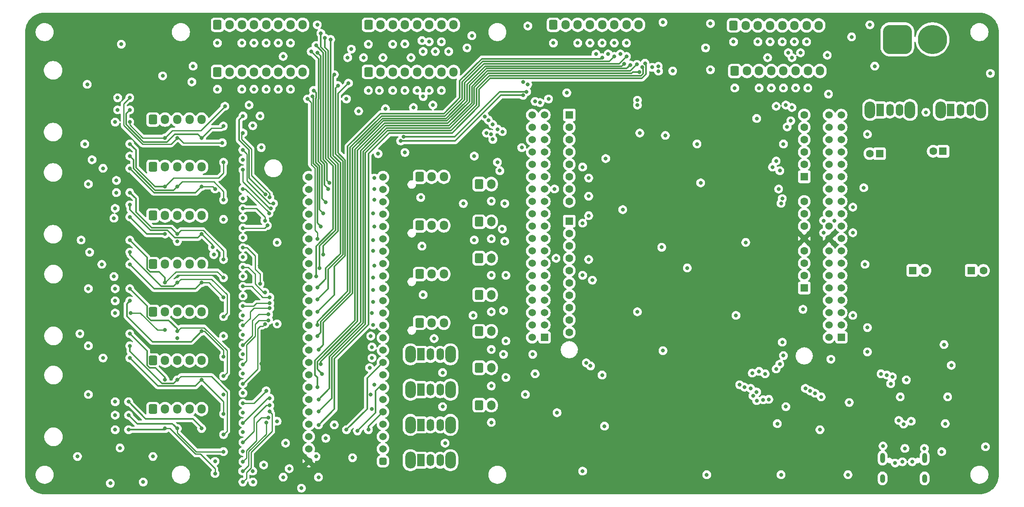
<source format=gbr>
%TF.GenerationSoftware,KiCad,Pcbnew,9.0.0*%
%TF.CreationDate,2025-03-17T17:50:44-07:00*%
%TF.ProjectId,MRIRobot_PCB,4d524952-6f62-46f7-945f-5043422e6b69,rev?*%
%TF.SameCoordinates,Original*%
%TF.FileFunction,Copper,L2,Inr*%
%TF.FilePolarity,Positive*%
%FSLAX46Y46*%
G04 Gerber Fmt 4.6, Leading zero omitted, Abs format (unit mm)*
G04 Created by KiCad (PCBNEW 9.0.0) date 2025-03-17 17:50:44*
%MOMM*%
%LPD*%
G01*
G04 APERTURE LIST*
G04 Aperture macros list*
%AMRoundRect*
0 Rectangle with rounded corners*
0 $1 Rounding radius*
0 $2 $3 $4 $5 $6 $7 $8 $9 X,Y pos of 4 corners*
0 Add a 4 corners polygon primitive as box body*
4,1,4,$2,$3,$4,$5,$6,$7,$8,$9,$2,$3,0*
0 Add four circle primitives for the rounded corners*
1,1,$1+$1,$2,$3*
1,1,$1+$1,$4,$5*
1,1,$1+$1,$6,$7*
1,1,$1+$1,$8,$9*
0 Add four rect primitives between the rounded corners*
20,1,$1+$1,$2,$3,$4,$5,0*
20,1,$1+$1,$4,$5,$6,$7,0*
20,1,$1+$1,$6,$7,$8,$9,0*
20,1,$1+$1,$8,$9,$2,$3,0*%
G04 Aperture macros list end*
%TA.AperFunction,ComponentPad*%
%ADD10RoundRect,0.250000X-0.600000X-0.750000X0.600000X-0.750000X0.600000X0.750000X-0.600000X0.750000X0*%
%TD*%
%TA.AperFunction,ComponentPad*%
%ADD11O,1.700000X2.000000*%
%TD*%
%TA.AperFunction,ComponentPad*%
%ADD12R,1.605000X1.605000*%
%TD*%
%TA.AperFunction,ComponentPad*%
%ADD13C,1.605000*%
%TD*%
%TA.AperFunction,ComponentPad*%
%ADD14R,1.530000X1.530000*%
%TD*%
%TA.AperFunction,ComponentPad*%
%ADD15C,1.530000*%
%TD*%
%TA.AperFunction,ComponentPad*%
%ADD16RoundRect,0.250000X-0.600000X-0.725000X0.600000X-0.725000X0.600000X0.725000X-0.600000X0.725000X0*%
%TD*%
%TA.AperFunction,ComponentPad*%
%ADD17O,1.700000X1.950000*%
%TD*%
%TA.AperFunction,ComponentPad*%
%ADD18O,1.000000X2.100000*%
%TD*%
%TA.AperFunction,ComponentPad*%
%ADD19O,1.000000X1.800000*%
%TD*%
%TA.AperFunction,ComponentPad*%
%ADD20O,2.200000X3.500000*%
%TD*%
%TA.AperFunction,ComponentPad*%
%ADD21R,1.500000X2.500000*%
%TD*%
%TA.AperFunction,ComponentPad*%
%ADD22O,1.500000X2.500000*%
%TD*%
%TA.AperFunction,ComponentPad*%
%ADD23R,1.600000X1.600000*%
%TD*%
%TA.AperFunction,ComponentPad*%
%ADD24C,1.600000*%
%TD*%
%TA.AperFunction,ComponentPad*%
%ADD25RoundRect,1.500000X-1.500000X-1.500000X1.500000X-1.500000X1.500000X1.500000X-1.500000X1.500000X0*%
%TD*%
%TA.AperFunction,ComponentPad*%
%ADD26C,6.000000*%
%TD*%
%TA.AperFunction,ComponentPad*%
%ADD27C,1.524000*%
%TD*%
%TA.AperFunction,ComponentPad*%
%ADD28RoundRect,0.381000X-0.381000X-0.381000X0.381000X-0.381000X0.381000X0.381000X-0.381000X0.381000X0*%
%TD*%
%TA.AperFunction,ViaPad*%
%ADD29C,0.800000*%
%TD*%
%TA.AperFunction,Conductor*%
%ADD30C,0.250000*%
%TD*%
%TA.AperFunction,Conductor*%
%ADD31C,0.300000*%
%TD*%
G04 APERTURE END LIST*
D10*
%TO.N,/3V3_home*%
%TO.C,J14*%
X119250000Y-111000000D03*
D11*
%TO.N,/Home1*%
X121750000Y-111000000D03*
%TD*%
D12*
%TO.N,unconnected-(U1F-D8-PadCN5_1)*%
%TO.C,U1*%
X137760000Y-110880000D03*
D13*
%TO.N,unconnected-(U1F-D9-PadCN5_2)*%
X137760000Y-113420000D03*
%TO.N,unconnected-(U1F-D10-PadCN5_3)*%
X137760000Y-115960000D03*
%TO.N,unconnected-(U1F-D11-PadCN5_4)*%
X137760000Y-118500000D03*
%TO.N,unconnected-(U1F-D12-PadCN5_5)*%
X137760000Y-121040000D03*
%TO.N,unconnected-(U1F-D13-PadCN5_6)*%
X137760000Y-123580000D03*
%TO.N,unconnected-(U1F-CN5_GND-PadCN5_7)*%
X137760000Y-126120000D03*
%TO.N,unconnected-(U1F-AREF-PadCN5_8)*%
X137760000Y-128660000D03*
%TO.N,unconnected-(U1F-D14-PadCN5_9)*%
X137760000Y-131200000D03*
%TO.N,unconnected-(U1F-D15-PadCN5_10)*%
X137760000Y-133740000D03*
D12*
%TO.N,N/C*%
X186020000Y-124600000D03*
D13*
%TO.N,unconnected-(U1C-CN6_IOREF-PadCN6_2)*%
X186020000Y-122060000D03*
%TO.N,unconnected-(U1C-CN6_RESET-PadCN6_3)*%
X186020000Y-119520000D03*
%TO.N,+3.3V*%
X186020000Y-116980000D03*
%TO.N,+5V*%
X186020000Y-114440000D03*
%TO.N,GND*%
X186020000Y-111900000D03*
X186020000Y-109360000D03*
%TO.N,unconnected-(U1C-CN6_VIN-PadCN6_8)*%
X186020000Y-106820000D03*
D14*
%TO.N,/UART3TX*%
X193640000Y-134760000D03*
D15*
%TO.N,/UART3RX*%
X191100000Y-134760000D03*
%TO.N,/UART5TX*%
X193640000Y-132220000D03*
%TO.N,/UART5RX*%
X191100000Y-132220000D03*
%TO.N,unconnected-(U1A-VDD-PadCN7_5)*%
X193640000Y-129680000D03*
%TO.N,unconnected-(U1A-E5V-PadCN7_6)*%
X191100000Y-129680000D03*
%TO.N,unconnected-(U1A-BOOT0-PadCN7_7)*%
X193640000Y-127140000D03*
%TO.N,GND*%
X191100000Y-127140000D03*
%TO.N,N/C*%
X193640000Y-124600000D03*
X191100000Y-124600000D03*
X193640000Y-122060000D03*
%TO.N,unconnected-(U1A-CN7_IOREF-PadCN7_12)*%
X191100000Y-122060000D03*
%TO.N,unconnected-(U1A-PA13-PadCN7_13)*%
X193640000Y-119520000D03*
%TO.N,unconnected-(U1A-CN7_RESET-PadCN7_14)*%
X191100000Y-119520000D03*
%TO.N,unconnected-(U1A-PA14-PadCN7_15)*%
X193640000Y-116980000D03*
%TO.N,+3.3V*%
X191100000Y-116980000D03*
%TO.N,/LED3*%
X193640000Y-114440000D03*
%TO.N,+5V*%
X191100000Y-114440000D03*
%TO.N,GND*%
X193640000Y-111900000D03*
X191100000Y-111900000D03*
%TO.N,/U_PWM5*%
X193640000Y-109360000D03*
%TO.N,GND*%
X191100000Y-109360000D03*
%TO.N,/U_Dir0*%
X193640000Y-106820000D03*
%TO.N,unconnected-(U1A-CN7_VIN-PadCN7_24)*%
X191100000Y-106820000D03*
%TO.N,/Home1*%
X193640000Y-104280000D03*
%TO.N,N/C*%
X191100000Y-104280000D03*
%TO.N,/Home2*%
X193640000Y-101740000D03*
%TO.N,/UART4TX*%
X191100000Y-101740000D03*
%TO.N,/LED1*%
X193640000Y-99200000D03*
%TO.N,/UART4RX*%
X191100000Y-99200000D03*
%TO.N,/LED0*%
X193640000Y-96660000D03*
%TO.N,/Home0*%
X191100000Y-96660000D03*
%TO.N,unconnected-(U1A-VBAT-PadCN7_33)*%
X193640000Y-94120000D03*
%TO.N,/LED2*%
X191100000Y-94120000D03*
%TO.N,/SW2*%
X193640000Y-91580000D03*
%TO.N,/SW1*%
X191100000Y-91580000D03*
%TO.N,/SW3*%
X193640000Y-89040000D03*
%TO.N,/SW0*%
X191100000Y-89040000D03*
D12*
%TO.N,unconnected-(U1E-A0-PadCN8_1)*%
X186020000Y-101740000D03*
D13*
%TO.N,unconnected-(U1E-A1-PadCN8_2)*%
X186020000Y-99200000D03*
%TO.N,unconnected-(U1E-A2-PadCN8_3)*%
X186020000Y-96660000D03*
%TO.N,unconnected-(U1E-A3-PadCN8_4)*%
X186020000Y-94120000D03*
%TO.N,unconnected-(U1E-A4-PadCN8_5)*%
X186020000Y-91580000D03*
%TO.N,unconnected-(U1E-A5-PadCN8_6)*%
X186020000Y-89040000D03*
D12*
%TO.N,unconnected-(U1D-D0-PadCN9_1)*%
X137760000Y-89040000D03*
D13*
%TO.N,unconnected-(U1D-D1-PadCN9_2)*%
X137760000Y-91580000D03*
%TO.N,unconnected-(U1D-D2-PadCN9_3)*%
X137760000Y-94120000D03*
%TO.N,unconnected-(U1D-D3-PadCN9_4)*%
X137760000Y-96660000D03*
%TO.N,unconnected-(U1D-D4-PadCN9_5)*%
X137760000Y-99200000D03*
%TO.N,unconnected-(U1D-D5-PadCN9_6)*%
X137760000Y-101740000D03*
%TO.N,unconnected-(U1D-D6-PadCN9_7)*%
X137760000Y-104280000D03*
%TO.N,unconnected-(U1D-D7-PadCN9_8)*%
X137760000Y-106820000D03*
D14*
%TO.N,/U_PWM3*%
X132680000Y-134760000D03*
D15*
%TO.N,/U_PWM2*%
X130140000Y-134760000D03*
%TO.N,/U_PWM6*%
X132680000Y-132220000D03*
%TO.N,/UART6TX*%
X130140000Y-132220000D03*
%TO.N,/U_En3*%
X132680000Y-129680000D03*
%TO.N,/U_Dir4*%
X130140000Y-129680000D03*
%TO.N,unconnected-(U1B-AVDD-PadCN10_7)*%
X132680000Y-127140000D03*
%TO.N,unconnected-(U1B-U5V-PadCN10_8)*%
X130140000Y-127140000D03*
%TO.N,GND*%
X132680000Y-124600000D03*
%TO.N,N/C*%
X130140000Y-124600000D03*
%TO.N,/U_Dir1*%
X132680000Y-122060000D03*
%TO.N,/Home6*%
X130140000Y-122060000D03*
%TO.N,/U_Dir2*%
X132680000Y-119520000D03*
%TO.N,/Home5*%
X130140000Y-119520000D03*
%TO.N,/Home3*%
X132680000Y-116980000D03*
%TO.N,/U_En5*%
X130140000Y-116980000D03*
%TO.N,/U_PWM4*%
X132680000Y-114440000D03*
%TO.N,N/C*%
X130140000Y-114440000D03*
%TO.N,/UART6RX*%
X132680000Y-111900000D03*
%TO.N,GND*%
X130140000Y-111900000D03*
%TO.N,/UART1TX*%
X132680000Y-109360000D03*
%TO.N,/U_En1*%
X130140000Y-109360000D03*
%TO.N,/Home4*%
X132680000Y-106820000D03*
%TO.N,/U_En0*%
X130140000Y-106820000D03*
%TO.N,/U_En4*%
X132680000Y-104280000D03*
%TO.N,/U_Dir5*%
X130140000Y-104280000D03*
%TO.N,/U_PWM0*%
X132680000Y-101740000D03*
%TO.N,/U_Dir6*%
X130140000Y-101740000D03*
%TO.N,/U_PWM1*%
X132680000Y-99200000D03*
%TO.N,/U_En6*%
X130140000Y-99200000D03*
%TO.N,/U_En2*%
X132680000Y-96660000D03*
%TO.N,GND*%
X130140000Y-96660000D03*
%TO.N,/UART1RX*%
X132680000Y-94120000D03*
%TO.N,/U_Dir3*%
X130140000Y-94120000D03*
%TO.N,unconnected-(U1B-PA2-PadCN10_35)*%
X132680000Y-91580000D03*
%TO.N,N/C*%
X130140000Y-91580000D03*
%TO.N,unconnected-(U1B-PA3-PadCN10_37)*%
X132680000Y-89040000D03*
%TO.N,N/C*%
X130140000Y-89040000D03*
%TD*%
D16*
%TO.N,/U_Ana6*%
%TO.C,J27*%
X65500000Y-70500000D03*
D17*
%TO.N,GND*%
X68000000Y-70500000D03*
%TO.N,/U_En6*%
X70500000Y-70500000D03*
%TO.N,/U_Dir6*%
X73000000Y-70500000D03*
%TO.N,/U_EncA6*%
X75500000Y-70500000D03*
%TO.N,/U_EncB6*%
X78000000Y-70500000D03*
%TO.N,/U_EncI6*%
X80500000Y-70500000D03*
%TO.N,unconnected-(J27-Pin_8-Pad8)*%
X83000000Y-70500000D03*
%TD*%
D18*
%TO.N,GND*%
%TO.C,J4*%
X202102500Y-159570000D03*
D19*
X202102500Y-163750000D03*
D18*
X210742500Y-159570000D03*
D19*
X210742500Y-163750000D03*
%TD*%
D20*
%TO.N,*%
%TO.C,SW6*%
X105150000Y-160000000D03*
X113350000Y-160000000D03*
D21*
%TO.N,+3.3V*%
X107250000Y-160000000D03*
D22*
%TO.N,/SW3*%
X109250000Y-160000000D03*
%TO.N,GND*%
X111250000Y-160000000D03*
%TD*%
D20*
%TO.N,*%
%TO.C,SW3*%
X105150000Y-138250000D03*
X113350000Y-138250000D03*
D21*
%TO.N,+3.3V*%
X107250000Y-138250000D03*
D22*
%TO.N,/SW0*%
X109250000Y-138250000D03*
%TO.N,GND*%
X111250000Y-138250000D03*
%TD*%
D10*
%TO.N,/3V3_home*%
%TO.C,J10*%
X119250000Y-103250000D03*
D11*
%TO.N,/Home0*%
X121750000Y-103250000D03*
%TD*%
D20*
%TO.N,*%
%TO.C,SW2*%
X214025000Y-88000000D03*
X222225000Y-88000000D03*
D21*
%TO.N,+24V*%
X216125000Y-88000000D03*
D22*
%TO.N,/24V_3.3V*%
X218125000Y-88000000D03*
%TO.N,GND*%
X220125000Y-88000000D03*
%TD*%
D23*
%TO.N,Net-(D5-A)*%
%TO.C,C11*%
X220317621Y-121000000D03*
D24*
%TO.N,GND*%
X222817621Y-121000000D03*
%TD*%
D23*
%TO.N,/24V_3.3V*%
%TO.C,C3*%
X214500000Y-96500000D03*
D24*
%TO.N,GND*%
X212500000Y-96500000D03*
%TD*%
D16*
%TO.N,/U_Ana5*%
%TO.C,J24*%
X65500000Y-80200000D03*
D17*
%TO.N,GND*%
X68000000Y-80200000D03*
%TO.N,/U_En5*%
X70500000Y-80200000D03*
%TO.N,/U_Dir5*%
X73000000Y-80200000D03*
%TO.N,/U_EncA5*%
X75500000Y-80200000D03*
%TO.N,/U_EncB5*%
X78000000Y-80200000D03*
%TO.N,/U_EncI5*%
X80500000Y-80200000D03*
%TO.N,unconnected-(J24-Pin_8-Pad8)*%
X83000000Y-80200000D03*
%TD*%
D16*
%TO.N,GND*%
%TO.C,J6*%
X52250000Y-129500000D03*
D17*
%TO.N,/I4*%
X54750000Y-129500000D03*
%TO.N,/A4*%
X57250000Y-129500000D03*
%TO.N,/5V_E*%
X59750000Y-129500000D03*
%TO.N,/B4*%
X62250000Y-129500000D03*
%TD*%
D10*
%TO.N,/3V3_home*%
%TO.C,J12*%
X119250000Y-133500000D03*
D11*
%TO.N,/Home4*%
X121750000Y-133500000D03*
%TD*%
D23*
%TO.N,Net-(D4-A)*%
%TO.C,C10*%
X208317621Y-121000000D03*
D24*
%TO.N,GND*%
X210817621Y-121000000D03*
%TD*%
D16*
%TO.N,GND*%
%TO.C,J23*%
X107000000Y-101750000D03*
D17*
%TO.N,/UART1RX*%
X109500000Y-101750000D03*
%TO.N,/UART1TX*%
X112000000Y-101750000D03*
%TD*%
D16*
%TO.N,GND*%
%TO.C,J2*%
X52250000Y-99700000D03*
D17*
%TO.N,/I1*%
X54750000Y-99700000D03*
%TO.N,/A1*%
X57250000Y-99700000D03*
%TO.N,/5V_E*%
X59750000Y-99700000D03*
%TO.N,/B1*%
X62250000Y-99700000D03*
%TD*%
D16*
%TO.N,/U_Ana1*%
%TO.C,J18*%
X171500000Y-70625000D03*
D17*
%TO.N,GND*%
X174000000Y-70625000D03*
%TO.N,/U_En1*%
X176500000Y-70625000D03*
%TO.N,/U_Dir1*%
X179000000Y-70625000D03*
%TO.N,/U_EncA1*%
X181500000Y-70625000D03*
%TO.N,/U_EncB1*%
X184000000Y-70625000D03*
%TO.N,/U_EncI1*%
X186500000Y-70625000D03*
%TO.N,unconnected-(J18-Pin_8-Pad8)*%
X189000000Y-70625000D03*
%TD*%
D25*
%TO.N,GND*%
%TO.C,J9*%
X205150000Y-73500000D03*
D26*
%TO.N,Net-(J9-Pin_2)*%
X212350000Y-73500000D03*
%TD*%
D16*
%TO.N,/U_Ana0*%
%TO.C,J17*%
X171750000Y-80000000D03*
D17*
%TO.N,GND*%
X174250000Y-80000000D03*
%TO.N,/U_En0*%
X176750000Y-80000000D03*
%TO.N,/U_Dir0*%
X179250000Y-80000000D03*
%TO.N,/U_EncA0*%
X181750000Y-80000000D03*
%TO.N,/U_EncB0*%
X184250000Y-80000000D03*
%TO.N,/U_EncI0*%
X186750000Y-80000000D03*
%TO.N,unconnected-(J17-Pin_8-Pad8)*%
X189250000Y-80000000D03*
%TD*%
D16*
%TO.N,GND*%
%TO.C,J26*%
X107000000Y-131750000D03*
D17*
%TO.N,/UART5RX*%
X109500000Y-131750000D03*
%TO.N,/UART5TX*%
X112000000Y-131750000D03*
%TD*%
D20*
%TO.N,*%
%TO.C,SW4*%
X105150000Y-145500000D03*
X113350000Y-145500000D03*
D21*
%TO.N,+3.3V*%
X107250000Y-145500000D03*
D22*
%TO.N,/SW1*%
X109250000Y-145500000D03*
%TO.N,GND*%
X111250000Y-145500000D03*
%TD*%
D16*
%TO.N,/U_Ana3*%
%TO.C,J20*%
X96500000Y-80200000D03*
D17*
%TO.N,GND*%
X99000000Y-80200000D03*
%TO.N,/U_En3*%
X101500000Y-80200000D03*
%TO.N,/U_Dir3*%
X104000000Y-80200000D03*
%TO.N,/U_EncA3*%
X106500000Y-80200000D03*
%TO.N,/U_EncB3*%
X109000000Y-80200000D03*
%TO.N,/U_EncI3*%
X111500000Y-80200000D03*
%TO.N,unconnected-(J20-Pin_8-Pad8)*%
X114000000Y-80200000D03*
%TD*%
D10*
%TO.N,/3V3_home*%
%TO.C,J13*%
X119250000Y-148700000D03*
D11*
%TO.N,/Home6*%
X121750000Y-148700000D03*
%TD*%
D27*
%TO.N,/UART3RX*%
%TO.C,U3*%
X84260000Y-101800000D03*
%TO.N,/UART3TX*%
X84260000Y-104340000D03*
%TO.N,/I0_shift*%
X84260000Y-106880000D03*
%TO.N,/B0_shift*%
X84260000Y-109420000D03*
%TO.N,/A0_shift*%
X84260000Y-111960000D03*
%TO.N,/I1_shift*%
X84260000Y-114500000D03*
%TO.N,/B1_shift*%
X84260000Y-117040000D03*
%TO.N,/A1_shift*%
X84260000Y-119580000D03*
%TO.N,/I2_shift*%
X84260000Y-122120000D03*
%TO.N,/B2_shift*%
X84260000Y-124660000D03*
%TO.N,/A2_shift*%
X84260000Y-127200000D03*
%TO.N,/I3_shift*%
X84260000Y-129740000D03*
%TO.N,/B3_shift*%
X84260000Y-132280000D03*
%TO.N,/A3_shift*%
X84260000Y-134820000D03*
%TO.N,unconnected-(U3-A1-Pad15)*%
X84260000Y-137360000D03*
%TO.N,unconnected-(U3-A2-Pad16)*%
X84260000Y-139900000D03*
%TO.N,/I4_shift*%
X84260000Y-142440000D03*
%TO.N,/B4_shift*%
X84260000Y-144980000D03*
%TO.N,/A4_shift*%
X84260000Y-147520000D03*
%TO.N,/I5_shift*%
X84260000Y-150060000D03*
%TO.N,/B5_shift*%
X84260000Y-152600000D03*
%TO.N,/A5_shift*%
X84260000Y-155140000D03*
%TO.N,/I6_shift*%
X84260000Y-157680000D03*
%TO.N,+5V*%
X84260000Y-160220000D03*
D28*
%TO.N,GND*%
X99500000Y-160220000D03*
D27*
%TO.N,/B6_shift*%
X99500000Y-157680000D03*
%TO.N,/A6_shift*%
X99500000Y-155140000D03*
%TO.N,/U_EncI0_LP*%
X99500000Y-152600000D03*
%TO.N,/U_EncB0_LP*%
X99500000Y-150060000D03*
%TO.N,/U_EncA0_LP*%
X99500000Y-147520000D03*
%TO.N,/U_EncI1_LP*%
X99500000Y-144980000D03*
%TO.N,/U_EncB1_LP*%
X99500000Y-142440000D03*
%TO.N,/U_EncA1_LP*%
X99500000Y-139900000D03*
%TO.N,/U_EncI2_LP*%
X99500000Y-137360000D03*
%TO.N,/U_EncB2_LP*%
X99500000Y-134820000D03*
%TO.N,/U_EncA2_LP*%
X99500000Y-132280000D03*
%TO.N,/U_EncB3_LP*%
X99500000Y-129740000D03*
%TO.N,/U_EncA3_LP*%
X99500000Y-127200000D03*
%TO.N,/U_EncI3_LP*%
X99500000Y-124660000D03*
%TO.N,/U_EncA4_LP*%
X99500000Y-122120000D03*
%TO.N,/U_EncB4_LP*%
X99500000Y-119580000D03*
%TO.N,/U_EncI4_LP*%
X99500000Y-117040000D03*
%TO.N,/U_EncA5_LP*%
X99500000Y-114500000D03*
%TO.N,/U_EncB5_LP*%
X99500000Y-111960000D03*
%TO.N,/U_EncI5_LP*%
X99500000Y-109420000D03*
%TO.N,/U_EncA6_LP*%
X99500000Y-106880000D03*
%TO.N,/U_EncB6_LP*%
X99500000Y-104340000D03*
%TO.N,/U_EncI6_LP*%
X99500000Y-101800000D03*
%TD*%
D23*
%TO.N,/24V_5V*%
%TO.C,C2*%
X201500000Y-97000000D03*
D24*
%TO.N,GND*%
X199500000Y-97000000D03*
%TD*%
D10*
%TO.N,/3V3_home*%
%TO.C,J11*%
X119250000Y-118500000D03*
D11*
%TO.N,/Home2*%
X121750000Y-118500000D03*
%TD*%
D16*
%TO.N,GND*%
%TO.C,J22*%
X107000000Y-111750000D03*
D17*
%TO.N,/UART4RX*%
X109500000Y-111750000D03*
%TO.N,/UART4TX*%
X112000000Y-111750000D03*
%TD*%
D16*
%TO.N,/U_Ana4*%
%TO.C,J21*%
X96500000Y-70500000D03*
D17*
%TO.N,GND*%
X99000000Y-70500000D03*
%TO.N,/U_En4*%
X101500000Y-70500000D03*
%TO.N,/U_Dir4*%
X104000000Y-70500000D03*
%TO.N,/U_EncA4*%
X106500000Y-70500000D03*
%TO.N,/U_EncB4*%
X109000000Y-70500000D03*
%TO.N,/U_EncI4*%
X111500000Y-70500000D03*
%TO.N,unconnected-(J21-Pin_8-Pad8)*%
X114000000Y-70500000D03*
%TD*%
D16*
%TO.N,GND*%
%TO.C,J8*%
X52250000Y-149500000D03*
D17*
%TO.N,/I6*%
X54750000Y-149500000D03*
%TO.N,/A6*%
X57250000Y-149500000D03*
%TO.N,/5V_E*%
X59750000Y-149500000D03*
%TO.N,/B6*%
X62250000Y-149500000D03*
%TD*%
D16*
%TO.N,GND*%
%TO.C,J1*%
X52250000Y-90000000D03*
D17*
%TO.N,/I0*%
X54750000Y-90000000D03*
%TO.N,/A0*%
X57250000Y-90000000D03*
%TO.N,/5V_E*%
X59750000Y-90000000D03*
%TO.N,/B0*%
X62250000Y-90000000D03*
%TD*%
D16*
%TO.N,GND*%
%TO.C,J7*%
X52250000Y-139500000D03*
D17*
%TO.N,/I5*%
X54750000Y-139500000D03*
%TO.N,/A5*%
X57250000Y-139500000D03*
%TO.N,/5V_E*%
X59750000Y-139500000D03*
%TO.N,/B5*%
X62250000Y-139500000D03*
%TD*%
D10*
%TO.N,/3V3_home*%
%TO.C,J15*%
X119250000Y-126000000D03*
D11*
%TO.N,/Home3*%
X121750000Y-126000000D03*
%TD*%
D10*
%TO.N,/3V3_home*%
%TO.C,J16*%
X119250000Y-141000000D03*
D11*
%TO.N,/Home5*%
X121750000Y-141000000D03*
%TD*%
D16*
%TO.N,GND*%
%TO.C,J5*%
X52250000Y-119700000D03*
D17*
%TO.N,/I3*%
X54750000Y-119700000D03*
%TO.N,/A3*%
X57250000Y-119700000D03*
%TO.N,/5V_E*%
X59750000Y-119700000D03*
%TO.N,/B3*%
X62250000Y-119700000D03*
%TD*%
D20*
%TO.N,*%
%TO.C,SW5*%
X105150000Y-152750000D03*
X113350000Y-152750000D03*
D21*
%TO.N,+3.3V*%
X107250000Y-152750000D03*
D22*
%TO.N,/SW2*%
X109250000Y-152750000D03*
%TO.N,GND*%
X111250000Y-152750000D03*
%TD*%
D16*
%TO.N,/U_Ana2*%
%TO.C,J19*%
X134500000Y-70500000D03*
D17*
%TO.N,GND*%
X137000000Y-70500000D03*
%TO.N,/U_En2*%
X139500000Y-70500000D03*
%TO.N,/U_Dir2*%
X142000000Y-70500000D03*
%TO.N,/U_EncA2*%
X144500000Y-70500000D03*
%TO.N,/U_EncB2*%
X147000000Y-70500000D03*
%TO.N,/U_EncI2*%
X149500000Y-70500000D03*
%TO.N,unconnected-(J19-Pin_8-Pad8)*%
X152000000Y-70500000D03*
%TD*%
D20*
%TO.N,*%
%TO.C,SW1*%
X199525000Y-88000000D03*
X207725000Y-88000000D03*
D21*
%TO.N,+24V*%
X201625000Y-88000000D03*
D22*
%TO.N,/24V_5V*%
X203625000Y-88000000D03*
%TO.N,GND*%
X205625000Y-88000000D03*
%TD*%
D16*
%TO.N,GND*%
%TO.C,J3*%
X52250000Y-109700000D03*
D17*
%TO.N,/I2*%
X54750000Y-109700000D03*
%TO.N,/A2*%
X57250000Y-109700000D03*
%TO.N,/5V_E*%
X59750000Y-109700000D03*
%TO.N,/B2*%
X62250000Y-109700000D03*
%TD*%
D16*
%TO.N,GND*%
%TO.C,J25*%
X107000000Y-121750000D03*
D17*
%TO.N,/UART6RX*%
X109500000Y-121750000D03*
%TO.N,/UART6TX*%
X112000000Y-121750000D03*
%TD*%
D29*
%TO.N,GND*%
X123000000Y-98750000D03*
X93000000Y-75500000D03*
X180500000Y-152500000D03*
X195750000Y-73000000D03*
X214250000Y-158250000D03*
X80250000Y-161750000D03*
X162000000Y-120500000D03*
X87750000Y-155500000D03*
X97250000Y-136750000D03*
X182750000Y-76250000D03*
X39000000Y-103250000D03*
X98500000Y-97000000D03*
X38750000Y-82750000D03*
X172000000Y-130250000D03*
X97250000Y-139000000D03*
X39000000Y-146500000D03*
X113000000Y-76000000D03*
X82750000Y-165750000D03*
X70750000Y-146212500D03*
X152250000Y-92750000D03*
X110000000Y-135000000D03*
X124750000Y-143000000D03*
X195000000Y-163000000D03*
X107750000Y-126000000D03*
X97250000Y-149500000D03*
X190000000Y-113250000D03*
X124500000Y-107250000D03*
X191500000Y-139250000D03*
X164750000Y-103000000D03*
X151750000Y-129500000D03*
X70750000Y-118250000D03*
X124250000Y-129250000D03*
X97500000Y-127500000D03*
X191000000Y-84750000D03*
X70750000Y-158212500D03*
X159000000Y-80000000D03*
X85750000Y-159250000D03*
X97500000Y-132250000D03*
X199000000Y-93000000D03*
X224250000Y-80500000D03*
X70750000Y-110212500D03*
X45500000Y-157500000D03*
X70750000Y-130250000D03*
X166000000Y-163000000D03*
X174000000Y-115250000D03*
X86000000Y-70500000D03*
X182250000Y-149000000D03*
X44250000Y-122250000D03*
X207992500Y-152000000D03*
X199000000Y-137750000D03*
X124250000Y-138250000D03*
X210692500Y-157587500D03*
X223250000Y-157250000D03*
X39000000Y-124750000D03*
X181250000Y-163000000D03*
X97750000Y-104250000D03*
X43500000Y-164750000D03*
X57250000Y-115050000D03*
X128000000Y-95750000D03*
X98750000Y-84000000D03*
X198500000Y-119750000D03*
X107250000Y-106000000D03*
X74500000Y-95750000D03*
X124750000Y-122000000D03*
X211000000Y-88500000D03*
X57250000Y-134900000D03*
X97500000Y-109250000D03*
X75000000Y-161000000D03*
X92000000Y-85750000D03*
X97750000Y-112000000D03*
X93250000Y-159500000D03*
X118250000Y-97500000D03*
X99500000Y-77250000D03*
X190000000Y-110750000D03*
X60500000Y-79000000D03*
X97500000Y-117000000D03*
X140500000Y-162250000D03*
X97750000Y-102000000D03*
X70750000Y-150250000D03*
X36750000Y-159250000D03*
X52250000Y-159250000D03*
X70750000Y-98250000D03*
X105250000Y-77250000D03*
X111750000Y-142000000D03*
X196000000Y-113250000D03*
X198250000Y-104000000D03*
X166750000Y-79750000D03*
X112250000Y-156500000D03*
X157000000Y-137500000D03*
X190750000Y-76750000D03*
X145000000Y-153000000D03*
X105750000Y-87500000D03*
X97000000Y-134500000D03*
X107750000Y-76000000D03*
X79500000Y-156500000D03*
X45750000Y-74500000D03*
X79000000Y-77000000D03*
X111750000Y-149000000D03*
X148250000Y-76500000D03*
X135250000Y-150250000D03*
X156750000Y-116250000D03*
X116000000Y-107250000D03*
X165750000Y-75250000D03*
X104000000Y-96750000D03*
X96750000Y-141000000D03*
X199500000Y-70500000D03*
X100000000Y-87750000D03*
X148750000Y-108500000D03*
X95500000Y-77250000D03*
X70750000Y-114250000D03*
X70750000Y-138250000D03*
X64750000Y-117750000D03*
X94500000Y-88250000D03*
X54250000Y-81000000D03*
X164000000Y-95000000D03*
X89500000Y-152750000D03*
X74250000Y-89250000D03*
X157500000Y-93250000D03*
X97500000Y-125000000D03*
X196000000Y-108000000D03*
X200500000Y-79000000D03*
X109750000Y-87000000D03*
X92250000Y-77250000D03*
X97750000Y-106500000D03*
X124500000Y-115000000D03*
X124000000Y-112500000D03*
X143250000Y-76500000D03*
X70750000Y-106212500D03*
X72787500Y-164500000D03*
X70750000Y-134250000D03*
X97000000Y-146500000D03*
X180250000Y-87250000D03*
X117750000Y-72750000D03*
X97750000Y-144500000D03*
X207000000Y-143500000D03*
X72000000Y-87000000D03*
X72750000Y-162250000D03*
X97250000Y-129750000D03*
X97500000Y-114750000D03*
X107750000Y-85250000D03*
X145750000Y-76500000D03*
X107500000Y-116000000D03*
X130750000Y-142250000D03*
X166750000Y-70250000D03*
X97750000Y-120000000D03*
X97500000Y-122500000D03*
X44750000Y-102500000D03*
X70750000Y-122212500D03*
X50250000Y-164500000D03*
X60250000Y-82250000D03*
X202192500Y-157087500D03*
X185750000Y-129000000D03*
X116750000Y-75250000D03*
X70750000Y-154250000D03*
X123500000Y-100500000D03*
X192250000Y-110750000D03*
X176250000Y-89750000D03*
X128750000Y-146500000D03*
X189250000Y-153750000D03*
X129250000Y-70750000D03*
X185250000Y-76250000D03*
X145250000Y-98000000D03*
X178500000Y-77250000D03*
X70750000Y-142212500D03*
X72750000Y-91250000D03*
X110250000Y-76000000D03*
X70750000Y-126250000D03*
X183500000Y-77250000D03*
X124750000Y-135500000D03*
X157000000Y-70000000D03*
%TO.N,+5V*%
X206750000Y-151500000D03*
X63000000Y-164000000D03*
X74425000Y-159750000D03*
X201750000Y-150500000D03*
X74212500Y-120000000D03*
X49250000Y-161000000D03*
X196950000Y-150750000D03*
X200500000Y-127000000D03*
X74537500Y-140137500D03*
%TO.N,+3.3V*%
X196000000Y-130250000D03*
X86250000Y-163500000D03*
X77750000Y-152000000D03*
X195250000Y-148150000D03*
X205742500Y-147000000D03*
X77750000Y-115250000D03*
X77750000Y-132000000D03*
X79000000Y-163500000D03*
X199000000Y-132750000D03*
%TO.N,/U_Ana3*%
X96500000Y-84000000D03*
%TO.N,/U_Ana2*%
X134500000Y-74250000D03*
%TO.N,/U_Ana1*%
X171500000Y-74000000D03*
%TO.N,/U_Ana4*%
X96500000Y-74500000D03*
%TO.N,/U_Ana5*%
X65500000Y-83750000D03*
%TO.N,/U_Ana6*%
X65500000Y-74250000D03*
%TO.N,/A1*%
X66750000Y-106500000D03*
X47500000Y-97500000D03*
X39750000Y-98250000D03*
X57250000Y-103750000D03*
%TO.N,/B1*%
X62250000Y-103750000D03*
X47500000Y-100000000D03*
X42000000Y-100000000D03*
X65000000Y-104250000D03*
%TO.N,/A2*%
X44750000Y-105000000D03*
X66750000Y-118750000D03*
X47500000Y-105000000D03*
X57250000Y-113500000D03*
%TO.N,/B2*%
X44500000Y-108250000D03*
X64500000Y-116250000D03*
X47500000Y-107500000D03*
X62250000Y-113500000D03*
%TO.N,/A3*%
X47500000Y-117250000D03*
X39250000Y-117250000D03*
X66750000Y-130500000D03*
X57250000Y-123500000D03*
%TO.N,/B3*%
X47500000Y-119750000D03*
X62250000Y-123500000D03*
X66750000Y-126500000D03*
X41750000Y-119750000D03*
%TO.N,/A4*%
X47500000Y-124750000D03*
X57250000Y-133500000D03*
X44500000Y-124750000D03*
X66750000Y-142750000D03*
%TO.N,/B4*%
X44500000Y-127250000D03*
X66750000Y-138750000D03*
X47500000Y-127250000D03*
X62250000Y-133500000D03*
%TO.N,/A5*%
X57250000Y-143500000D03*
X47500000Y-136500000D03*
X39000000Y-136500000D03*
X66750000Y-154750000D03*
%TO.N,/B5*%
X66750000Y-150500000D03*
X42000000Y-139000000D03*
X47500000Y-139000000D03*
X62250000Y-143500000D03*
%TO.N,/A6*%
X44500000Y-150750000D03*
X47250000Y-150750000D03*
X66750000Y-158250000D03*
X57250000Y-153500000D03*
%TO.N,/B6*%
X44500000Y-148000000D03*
X65000000Y-160250000D03*
X47250000Y-148000000D03*
X62250000Y-153500000D03*
%TO.N,/U_En1*%
X176500000Y-74000000D03*
X156030331Y-79030331D03*
X140500000Y-111282500D03*
%TO.N,/U_Dir1*%
X179000000Y-74000000D03*
X156085936Y-80035387D03*
X140500000Y-122000000D03*
%TO.N,/U_EncA1*%
X86750000Y-140250000D03*
X181500000Y-74000000D03*
X151655331Y-78655331D03*
%TO.N,/U_EncB1*%
X150295720Y-78764942D03*
X87000000Y-142250000D03*
X184000000Y-74000000D03*
%TO.N,/U_En2*%
X129219583Y-82750000D03*
X139500000Y-74250000D03*
%TO.N,/U_Dir2*%
X128250000Y-82250000D03*
X142000000Y-74250000D03*
X135045000Y-118500000D03*
%TO.N,/U_EncA2*%
X86000000Y-132250000D03*
X144500000Y-74250000D03*
X144500000Y-77250000D03*
%TO.N,/U_EncB2*%
X147000000Y-74250000D03*
X147000000Y-77000000D03*
X86000000Y-134500000D03*
%TO.N,/U_En3*%
X101500000Y-84000000D03*
X120407169Y-89342831D03*
%TO.N,/U_Dir3*%
X104000000Y-84000000D03*
X124025393Y-92464731D03*
%TO.N,/U_EncA3*%
X86000000Y-127000000D03*
X106500000Y-84000000D03*
X90250000Y-83000000D03*
%TO.N,/U_EncB3*%
X86000000Y-129500000D03*
X109000000Y-84000000D03*
X92411437Y-82500000D03*
%TO.N,/U_En4*%
X134750000Y-104250000D03*
X130750000Y-86250000D03*
X101500000Y-74500000D03*
%TO.N,/U_Dir4*%
X133500000Y-85750000D03*
X103993685Y-74441926D03*
%TO.N,/U_EncA4*%
X107500000Y-73750000D03*
X86750000Y-72250000D03*
X85750000Y-122250000D03*
%TO.N,/U_EncB4*%
X109000000Y-74000000D03*
X87530331Y-73219669D03*
X86500000Y-120500000D03*
%TO.N,/U_En5*%
X70500000Y-83750000D03*
X122060336Y-94060337D03*
%TO.N,/U_Dir5*%
X121715926Y-93008820D03*
X73000000Y-83750000D03*
%TO.N,/U_EncA5*%
X86000000Y-114500000D03*
X75500000Y-83750000D03*
X84000000Y-85750000D03*
%TO.N,/U_EncB5*%
X86750000Y-112000000D03*
X78000000Y-83750000D03*
X85000000Y-85250000D03*
%TO.N,/U_En6*%
X70500000Y-74250000D03*
X123032169Y-91967831D03*
%TO.N,/U_Dir6*%
X122032169Y-90967831D03*
X73000000Y-74250000D03*
%TO.N,/U_EncA6*%
X84750000Y-76000000D03*
X75500000Y-74250000D03*
X87750000Y-107000000D03*
%TO.N,/U_EncB6*%
X86015165Y-76204504D03*
X88250000Y-104250000D03*
X78000000Y-74250000D03*
%TO.N,/Home1*%
X176750000Y-141750000D03*
X121750000Y-114500000D03*
X180758884Y-104258884D03*
%TO.N,/Home2*%
X181000000Y-100500000D03*
X121750000Y-122000000D03*
X175344669Y-142094669D03*
%TO.N,/Home3*%
X121750000Y-129500000D03*
%TO.N,/Home4*%
X121750000Y-137250000D03*
X141250000Y-140000000D03*
X141750000Y-109750000D03*
%TO.N,/Home5*%
X142125000Y-140625000D03*
X121750000Y-144750000D03*
X141750000Y-118750000D03*
%TO.N,/Home6*%
X144500000Y-142500000D03*
X121750000Y-152250000D03*
X142500000Y-123000000D03*
%TO.N,/U_Ana0*%
X171750000Y-83500000D03*
%TO.N,/U_PWM3*%
X121157169Y-90092831D03*
%TO.N,/U_PWM2*%
X130250000Y-138250000D03*
X137250000Y-84500000D03*
%TO.N,/U_PWM1*%
X140500000Y-99750000D03*
X154750000Y-79250000D03*
%TO.N,/U_PWM4*%
X131750000Y-86500000D03*
%TO.N,/U_PWM6*%
X120750000Y-92750000D03*
%TO.N,/B0*%
X47500000Y-88000000D03*
X62250000Y-93750000D03*
X66712500Y-91325000D03*
X45000000Y-88000000D03*
%TO.N,/A0*%
X57250000Y-93750000D03*
X45000000Y-85500000D03*
X66500000Y-94750000D03*
X47500000Y-85500000D03*
%TO.N,/I0*%
X44500000Y-90500000D03*
X67037500Y-87250000D03*
X47500000Y-90500000D03*
X54750000Y-93750000D03*
%TO.N,/UART3RX*%
X103750000Y-93500000D03*
X181504824Y-106231696D03*
X129000000Y-84250000D03*
X181510000Y-135750000D03*
%TO.N,/UART3TX*%
X181250000Y-107198686D03*
X128250000Y-85000000D03*
X103125000Y-94375000D03*
X181750000Y-138500000D03*
%TO.N,Net-(J4-CC1)*%
X204692500Y-160587500D03*
%TO.N,/LED0*%
X202992500Y-142500000D03*
X216225000Y-140500000D03*
X187250000Y-145750000D03*
%TO.N,/LED1*%
X215475000Y-147000000D03*
X204117500Y-142875000D03*
X188250000Y-146250000D03*
%TO.N,/LED2*%
X186250000Y-145250000D03*
X214725000Y-136250000D03*
X201792500Y-142250000D03*
%TO.N,/LED3*%
X214975000Y-152500000D03*
X189500000Y-147000000D03*
X203776581Y-144276581D03*
%TO.N,/I1*%
X38250000Y-95000000D03*
X47500000Y-95000000D03*
X54750000Y-103750000D03*
X66750000Y-98750000D03*
%TO.N,/I2*%
X44250000Y-110250000D03*
X66750000Y-110500000D03*
X47500000Y-110000000D03*
X54750000Y-113500000D03*
%TO.N,/I3*%
X47500000Y-114750000D03*
X54750000Y-123500000D03*
X37500000Y-114750000D03*
X66750000Y-122500000D03*
%TO.N,/I4*%
X44500000Y-129750000D03*
X66750000Y-134500000D03*
X54750000Y-133250000D03*
X47650000Y-129750873D03*
%TO.N,/I5*%
X37250000Y-134000000D03*
X66750000Y-146500000D03*
X47500000Y-134000000D03*
X54750000Y-143500000D03*
%TO.N,/I6*%
X65000000Y-162750000D03*
X54750000Y-153500000D03*
X47250000Y-153750000D03*
X44500000Y-153750000D03*
%TO.N,Net-(J4-CC2)*%
X208192500Y-160337500D03*
%TO.N,/Home0*%
X181750000Y-95000000D03*
X177991116Y-142258884D03*
X121750000Y-106750000D03*
%TO.N,/U_Dir0*%
X179250000Y-83500000D03*
%TO.N,/U_EncA0*%
X181750000Y-83500000D03*
X86250000Y-147500000D03*
X152148413Y-80250000D03*
%TO.N,/U_EncI0*%
X153304702Y-78417947D03*
X86250000Y-152750000D03*
X186750000Y-83500000D03*
%TO.N,/U_En0*%
X141750000Y-105750000D03*
X176750000Y-83500000D03*
X151750000Y-87000000D03*
%TO.N,/U_EncB0*%
X86250000Y-150000000D03*
X184250000Y-83500000D03*
X152750000Y-79250000D03*
%TO.N,/U_EncI1*%
X149030331Y-78530331D03*
X86000000Y-145000000D03*
X186500000Y-74000000D03*
%TO.N,/U_EncI2*%
X86250000Y-137250000D03*
X149500000Y-74250000D03*
X149500000Y-77000000D03*
%TO.N,/U_EncI3*%
X86000000Y-124500000D03*
X89500000Y-80750000D03*
X111500000Y-84000000D03*
%TO.N,/U_EncI4*%
X88750000Y-73500000D03*
X87250000Y-117750000D03*
X111500000Y-74000000D03*
%TO.N,/UART4RX*%
X180250000Y-98500000D03*
X173750000Y-145000000D03*
%TO.N,/UART4TX*%
X179500000Y-99750000D03*
X172750000Y-144500000D03*
%TO.N,/U_EncI5*%
X85250000Y-84000000D03*
X87250000Y-109250000D03*
X80500000Y-83750000D03*
%TO.N,/UART6TX*%
X118000000Y-130250000D03*
%TO.N,/UART6RX*%
X118250000Y-114750000D03*
%TO.N,/SW0*%
X178750000Y-147500000D03*
X183500000Y-87500000D03*
%TO.N,/SW1*%
X177594669Y-147594669D03*
X183250000Y-90250000D03*
%TO.N,/UART5RX*%
X176241116Y-145991116D03*
X181000000Y-140250000D03*
%TO.N,/UART5TX*%
X180250000Y-141250000D03*
X174999894Y-145241169D03*
%TO.N,/SW2*%
X182500000Y-91500000D03*
X176250000Y-147750000D03*
%TO.N,/U_EncI6*%
X85750000Y-74750000D03*
X80500000Y-74250000D03*
X88500000Y-103000000D03*
%TO.N,/SW3*%
X182250000Y-87000000D03*
X175500000Y-146750000D03*
%TO.N,Net-(U2-USBDM)*%
X205442500Y-151837500D03*
%TO.N,Net-(U2-USBDP)*%
X206442500Y-152587500D03*
%TO.N,/U_PWM0*%
X151750000Y-86000000D03*
X141750000Y-102000000D03*
%TO.N,/USB_N*%
X206192500Y-160337500D03*
%TO.N,/USB_P*%
X206692500Y-157587500D03*
%TO.N,/B0_LP*%
X76250000Y-106000000D03*
X70750000Y-92750000D03*
%TO.N,/A0_LP*%
X70712500Y-96250000D03*
X77000000Y-107250000D03*
%TO.N,/I0_LP*%
X75375000Y-105375000D03*
X70750000Y-89250000D03*
%TO.N,/B4_LP*%
X76000000Y-131250000D03*
X70750000Y-140325000D03*
%TO.N,/B5_LP*%
X76250000Y-147250000D03*
X70750000Y-152325000D03*
%TO.N,/B6_LP*%
X70675000Y-162250000D03*
X75500000Y-152250000D03*
%TO.N,/B1_LP*%
X70750000Y-104250000D03*
X76106080Y-109225000D03*
%TO.N,/A1_LP*%
X75250000Y-110750000D03*
X70750000Y-108287500D03*
%TO.N,/I1_LP*%
X76500000Y-108250000D03*
X70750000Y-100325000D03*
%TO.N,/B2_LP*%
X74250000Y-123750000D03*
X70750000Y-116325000D03*
%TO.N,/A2_LP*%
X70750000Y-120325000D03*
X75250000Y-125500000D03*
%TO.N,/I2_LP*%
X70750000Y-112287500D03*
X75750000Y-111750000D03*
%TO.N,/B3_LP*%
X70750000Y-128325000D03*
X76250000Y-127750000D03*
%TO.N,/A3_LP*%
X70750000Y-132325000D03*
X76250000Y-128750000D03*
%TO.N,/I3_LP*%
X70750000Y-124287500D03*
X76250000Y-126500000D03*
%TO.N,/A4_LP*%
X75250000Y-132000000D03*
X70750000Y-144287500D03*
%TO.N,/A5_LP*%
X70750000Y-156325000D03*
X76250000Y-148750000D03*
%TO.N,/A6_LP*%
X76000000Y-151250000D03*
X70750000Y-160287500D03*
%TO.N,/I4_LP*%
X76000000Y-130050000D03*
X70750000Y-136325000D03*
%TO.N,/I5_LP*%
X70750000Y-148287500D03*
X75500000Y-145750000D03*
%TO.N,/I6_LP*%
X76250000Y-150000000D03*
X70712500Y-164500000D03*
%TO.N,/U_EncB0_LP*%
X96500000Y-153750000D03*
%TO.N,/U_EncA1_LP*%
X92000000Y-153750000D03*
%TO.N,/U_EncI1_LP*%
X94250000Y-154000000D03*
%TD*%
D30*
%TO.N,/A1*%
X66750000Y-104750000D02*
X66750000Y-106500000D01*
D31*
X48250000Y-100042894D02*
X52707106Y-104500000D01*
X56500000Y-104500000D02*
X57250000Y-103750000D01*
D30*
X58250000Y-102750000D02*
X64750000Y-102750000D01*
D31*
X47500000Y-97500000D02*
X48250000Y-98250000D01*
X48250000Y-98250000D02*
X48250000Y-100042894D01*
D30*
X57250000Y-103750000D02*
X58250000Y-102750000D01*
X64750000Y-102750000D02*
X66750000Y-104750000D01*
D31*
X52707106Y-104500000D02*
X56500000Y-104500000D01*
%TO.N,/B1*%
X61000000Y-105000000D02*
X62250000Y-103750000D01*
D30*
X64500000Y-103750000D02*
X62250000Y-103750000D01*
D31*
X52500000Y-105000000D02*
X61000000Y-105000000D01*
X47500000Y-100000000D02*
X52500000Y-105000000D01*
D30*
X65000000Y-104250000D02*
X64500000Y-103750000D01*
%TO.N,/A2*%
X57250000Y-113500000D02*
X57975000Y-112775000D01*
X57975000Y-112775000D02*
X62550305Y-112775000D01*
X66750000Y-116974695D02*
X66750000Y-118750000D01*
X62550305Y-112775000D02*
X66750000Y-116974695D01*
D31*
X56000000Y-112250000D02*
X57250000Y-113500000D01*
X47500000Y-105000000D02*
X48750000Y-106250000D01*
X48750000Y-106250000D02*
X48750000Y-109000000D01*
X48750000Y-109000000D02*
X52000000Y-112250000D01*
X52000000Y-112250000D02*
X56000000Y-112250000D01*
%TO.N,/B2*%
X55250000Y-112750000D02*
X56750000Y-114250000D01*
X61500000Y-114250000D02*
X62250000Y-113500000D01*
D30*
X64500000Y-116250000D02*
X64500000Y-115750000D01*
D31*
X56750000Y-114250000D02*
X61500000Y-114250000D01*
X47500000Y-107500000D02*
X47500000Y-108500000D01*
X51750000Y-112750000D02*
X55250000Y-112750000D01*
X47500000Y-108500000D02*
X51750000Y-112750000D01*
D30*
X64500000Y-115750000D02*
X62250000Y-113500000D01*
%TO.N,/A3*%
X64275000Y-122775000D02*
X67475000Y-125975000D01*
D31*
X53912437Y-124250000D02*
X56500000Y-124250000D01*
D30*
X57975000Y-122775000D02*
X64275000Y-122775000D01*
D31*
X56500000Y-124250000D02*
X57250000Y-123500000D01*
X47500000Y-117250000D02*
X47500000Y-117837563D01*
D30*
X67475000Y-129775000D02*
X66750000Y-130500000D01*
X57250000Y-123500000D02*
X57975000Y-122775000D01*
X67475000Y-125975000D02*
X67475000Y-129775000D01*
D31*
X47500000Y-117837563D02*
X53912437Y-124250000D01*
D30*
%TO.N,/B3*%
X63750000Y-123500000D02*
X66750000Y-126500000D01*
D31*
X61000000Y-124750000D02*
X62250000Y-123500000D01*
X47500000Y-119750000D02*
X52500000Y-124750000D01*
X52500000Y-124750000D02*
X61000000Y-124750000D01*
D30*
X62250000Y-123500000D02*
X63750000Y-123500000D01*
D31*
%TO.N,/A4*%
X51819544Y-131250000D02*
X55500000Y-131250000D01*
X55500000Y-131250000D02*
X57250000Y-133000000D01*
X57250000Y-133000000D02*
X57250000Y-133500000D01*
D30*
X67475000Y-137475000D02*
X67475000Y-142025000D01*
D31*
X47500000Y-124750000D02*
X51050000Y-128300000D01*
D30*
X62775000Y-132775000D02*
X67475000Y-137475000D01*
D31*
X51050000Y-128300000D02*
X51050000Y-130480456D01*
D30*
X57975000Y-132775000D02*
X62775000Y-132775000D01*
D31*
X51050000Y-130480456D02*
X51819544Y-131250000D01*
D30*
X57250000Y-133500000D02*
X57975000Y-132775000D01*
X67475000Y-142025000D02*
X66750000Y-142750000D01*
D31*
%TO.N,/B4*%
X52150000Y-135650000D02*
X60100000Y-135650000D01*
X60100000Y-135650000D02*
X62250000Y-133500000D01*
D30*
X62250000Y-133500000D02*
X62863604Y-133500000D01*
X66750000Y-137386396D02*
X66750000Y-138750000D01*
D31*
X46900000Y-130400000D02*
X52150000Y-135650000D01*
X46900000Y-127850000D02*
X46900000Y-130400000D01*
X47500000Y-127250000D02*
X46900000Y-127850000D01*
D30*
X62863604Y-133500000D02*
X66750000Y-137386396D01*
%TO.N,/A5*%
X64275000Y-142775000D02*
X67475000Y-145975000D01*
X57250000Y-143500000D02*
X57975000Y-142775000D01*
X57975000Y-142775000D02*
X64275000Y-142775000D01*
D31*
X54112437Y-144250000D02*
X56500000Y-144250000D01*
X56500000Y-144250000D02*
X57250000Y-143500000D01*
D30*
X67475000Y-154025000D02*
X66750000Y-154750000D01*
D31*
X47500000Y-137637563D02*
X54112437Y-144250000D01*
D30*
X67475000Y-145975000D02*
X67475000Y-154025000D01*
D31*
X47500000Y-136500000D02*
X47500000Y-137637563D01*
%TO.N,/B5*%
X47500000Y-139000000D02*
X53250000Y-144750000D01*
D30*
X66750000Y-148000000D02*
X66750000Y-150500000D01*
X62250000Y-143500000D02*
X66750000Y-148000000D01*
D31*
X61000000Y-144750000D02*
X62250000Y-143500000D01*
X53250000Y-144750000D02*
X61000000Y-144750000D01*
%TO.N,/A6*%
X47250000Y-150750000D02*
X49000000Y-152500000D01*
X56250000Y-152500000D02*
X57250000Y-153500000D01*
D30*
X61136396Y-158250000D02*
X66750000Y-158250000D01*
X57250000Y-154363604D02*
X61136396Y-158250000D01*
X57250000Y-153500000D02*
X57250000Y-154363604D01*
D31*
X49000000Y-152500000D02*
X56250000Y-152500000D01*
%TO.N,/B6*%
X60500000Y-151500000D02*
X62250000Y-153250000D01*
X50750000Y-151500000D02*
X60500000Y-151500000D01*
X62250000Y-153250000D02*
X62250000Y-153500000D01*
X47250000Y-148000000D02*
X50750000Y-151500000D01*
%TO.N,/U_EncA1*%
X120914212Y-80000000D02*
X150310662Y-80000000D01*
X86750000Y-139750000D02*
X94892765Y-131607235D01*
X150310662Y-80000000D02*
X151655331Y-78655331D01*
X86750000Y-140250000D02*
X86750000Y-139750000D01*
X113035535Y-91250000D02*
X117750000Y-86535535D01*
X117750000Y-86535535D02*
X117750000Y-83164212D01*
X94892765Y-131607235D02*
X94892765Y-96392765D01*
X117750000Y-83164212D02*
X120914212Y-80000000D01*
X94892765Y-96392765D02*
X100035530Y-91250000D01*
X100035530Y-91250000D02*
X113035535Y-91250000D01*
%TO.N,/U_EncB1*%
X149560662Y-79500000D02*
X150295720Y-78764942D01*
X120707106Y-79500000D02*
X149560662Y-79500000D01*
X87000000Y-142250000D02*
X86000000Y-141250000D01*
X117250000Y-82957106D02*
X120707106Y-79500000D01*
X112828428Y-90750000D02*
X117250000Y-86328428D01*
X86000000Y-139707106D02*
X94249999Y-131457107D01*
X99828424Y-90750000D02*
X112828428Y-90750000D01*
X117250000Y-86328428D02*
X117250000Y-82957106D01*
X94249999Y-96328425D02*
X99828424Y-90750000D01*
X86000000Y-141250000D02*
X86000000Y-139707106D01*
X94249999Y-131457107D02*
X94249999Y-96328425D01*
%TO.N,/U_EncA2*%
X119792893Y-77500000D02*
X144250000Y-77500000D01*
X112000000Y-88750000D02*
X115250000Y-85500000D01*
X144250000Y-77500000D02*
X144500000Y-77250000D01*
X86000000Y-132250000D02*
X86000000Y-131500000D01*
X92250000Y-95500000D02*
X99000000Y-88750000D01*
X115250000Y-85500000D02*
X115250000Y-82042893D01*
X99000000Y-88750000D02*
X112000000Y-88750000D01*
X86000000Y-131500000D02*
X92250000Y-125250000D01*
X92250000Y-125250000D02*
X92250000Y-95500000D01*
X115250000Y-82042893D02*
X119792893Y-77500000D01*
%TO.N,/U_EncB2*%
X99207106Y-89250000D02*
X112207106Y-89250000D01*
X86000000Y-134500000D02*
X86750000Y-133750000D01*
X112207106Y-89250000D02*
X115750000Y-85707106D01*
X115750000Y-85707106D02*
X115750000Y-82250000D01*
X120000000Y-78000000D02*
X146000000Y-78000000D01*
X92750000Y-95707106D02*
X99207106Y-89250000D01*
X86750000Y-131500000D02*
X92750000Y-125500000D01*
X86750000Y-133750000D02*
X86750000Y-131500000D01*
X146000000Y-78000000D02*
X147000000Y-77000000D01*
X115750000Y-82250000D02*
X120000000Y-78000000D01*
X92750000Y-125500000D02*
X92750000Y-95707106D01*
%TO.N,/U_EncA3*%
X89750000Y-97042894D02*
X89750000Y-83500000D01*
X89750000Y-83500000D02*
X90250000Y-83000000D01*
X88250000Y-124750000D02*
X88250000Y-120750000D01*
X86000000Y-127000000D02*
X88250000Y-124750000D01*
X91250000Y-117750000D02*
X91250000Y-98542894D01*
X91250000Y-98542894D02*
X89750000Y-97042894D01*
X88250000Y-120750000D02*
X91250000Y-117750000D01*
%TO.N,/U_EncB3*%
X90250000Y-96835788D02*
X90250000Y-84661437D01*
X89500000Y-126000000D02*
X89500000Y-120207107D01*
X86000000Y-129500000D02*
X89500000Y-126000000D01*
X89500000Y-120207107D02*
X91750000Y-117957107D01*
X91750000Y-117957107D02*
X91750000Y-98335788D01*
X91750000Y-98335788D02*
X90250000Y-96835788D01*
X90250000Y-84661437D02*
X92411437Y-82500000D01*
%TO.N,/U_EncA4*%
X89250000Y-112500000D02*
X89250000Y-99525000D01*
X86750000Y-75042893D02*
X86750000Y-72250000D01*
X87725000Y-86414088D02*
X87750000Y-86389088D01*
X87750000Y-76042894D02*
X87250000Y-75542894D01*
X89250000Y-99525000D02*
X87725000Y-98000000D01*
X87250000Y-75542894D02*
X86750000Y-75042893D01*
X85750000Y-122250000D02*
X85750000Y-116000000D01*
X87725000Y-98000000D02*
X87725000Y-86414088D01*
X87750000Y-86389088D02*
X87750000Y-76042894D01*
X85750000Y-116000000D02*
X89250000Y-112500000D01*
%TO.N,/U_EncB4*%
X89750000Y-112714645D02*
X89750000Y-99317893D01*
X86500000Y-115964645D02*
X89750000Y-112714645D01*
X88250000Y-97817893D02*
X88250000Y-75835787D01*
X89750000Y-99317893D02*
X88250000Y-97817893D01*
X87530331Y-75116118D02*
X87530331Y-73219669D01*
X86500000Y-120500000D02*
X86500000Y-115964645D01*
X88250000Y-75835787D02*
X87530331Y-75116118D01*
D30*
%TO.N,/U_EncA5*%
X84750000Y-86500000D02*
X84000000Y-85750000D01*
X84750000Y-99232282D02*
X84750000Y-86500000D01*
X85500000Y-112750000D02*
X85500000Y-99982282D01*
X86000000Y-113250000D02*
X85500000Y-112750000D01*
X86000000Y-114500000D02*
X86000000Y-113250000D01*
X85500000Y-99982282D02*
X84750000Y-99232282D01*
D31*
%TO.N,/U_EncB5*%
X85225000Y-99035530D02*
X85225000Y-85475000D01*
X85225000Y-85475000D02*
X85000000Y-85250000D01*
X86000000Y-99810530D02*
X85225000Y-99035530D01*
X86750000Y-112000000D02*
X86000000Y-111250000D01*
X86000000Y-111250000D02*
X86000000Y-99810530D01*
%TO.N,/U_EncA6*%
X86225000Y-85792768D02*
X86250000Y-85767768D01*
X86250000Y-85767768D02*
X86250000Y-77500000D01*
X86250000Y-77500000D02*
X84750000Y-76000000D01*
X87000000Y-99396318D02*
X86225000Y-98621318D01*
X86225000Y-98621318D02*
X86225000Y-85792768D01*
X87750000Y-107000000D02*
X87000000Y-106250000D01*
X87000000Y-106250000D02*
X87000000Y-99396318D01*
%TO.N,/U_EncB6*%
X87500000Y-99189212D02*
X87017894Y-98707106D01*
X86725000Y-85999875D02*
X86750000Y-85974875D01*
X86725000Y-98414213D02*
X86725000Y-85999875D01*
X87500000Y-103439339D02*
X87500000Y-99189212D01*
X87017894Y-98707106D02*
X87017893Y-98707106D01*
X88250000Y-104250000D02*
X88310661Y-104250000D01*
X87017893Y-98707106D02*
X86725000Y-98414213D01*
X88310661Y-104250000D02*
X87500000Y-103439339D01*
X86750000Y-76939339D02*
X86015165Y-76204504D01*
X86750000Y-85974875D02*
X86750000Y-76939339D01*
D30*
%TO.N,/B0*%
X64250000Y-91750000D02*
X66287500Y-91750000D01*
X66287500Y-91750000D02*
X66712500Y-91325000D01*
X62250000Y-93750000D02*
X64250000Y-91750000D01*
D31*
X46750000Y-91000000D02*
X50335876Y-94585876D01*
X61500000Y-93000000D02*
X62250000Y-93750000D01*
X46750000Y-88750000D02*
X46750000Y-91000000D01*
X55164124Y-94585876D02*
X56750000Y-93000000D01*
X47500000Y-88000000D02*
X46750000Y-88750000D01*
X50335876Y-94585876D02*
X55164124Y-94585876D01*
X56750000Y-93000000D02*
X61500000Y-93000000D01*
D30*
%TO.N,/A0*%
X46250000Y-86750000D02*
X47500000Y-85500000D01*
X46250000Y-91171752D02*
X46250000Y-86750000D01*
X57250000Y-93750000D02*
X57500000Y-93750000D01*
X50139124Y-95060876D02*
X46250000Y-91171752D01*
X58500000Y-94750000D02*
X66500000Y-94750000D01*
X55939124Y-95060876D02*
X50139124Y-95060876D01*
X57250000Y-93750000D02*
X55939124Y-95060876D01*
X57500000Y-93750000D02*
X58500000Y-94750000D01*
%TO.N,/I0*%
X54750000Y-93750000D02*
X50171752Y-93750000D01*
X50171752Y-93750000D02*
X47500000Y-91078248D01*
X54750000Y-93750000D02*
X56250000Y-92250000D01*
X56250000Y-92250000D02*
X62037500Y-92250000D01*
X47500000Y-91078248D02*
X47500000Y-90500000D01*
X62037500Y-92250000D02*
X67037500Y-87250000D01*
D31*
%TO.N,/UART3RX*%
X114250000Y-93500000D02*
X123500000Y-84250000D01*
X123500000Y-84250000D02*
X129000000Y-84250000D01*
X103750000Y-93500000D02*
X114250000Y-93500000D01*
%TO.N,/UART3TX*%
X114314339Y-94375000D02*
X103125000Y-94375000D01*
X128250000Y-85000000D02*
X123689339Y-85000000D01*
X123689339Y-85000000D02*
X114314339Y-94375000D01*
%TO.N,/I1*%
X48750000Y-99835788D02*
X52664212Y-103750000D01*
X48750000Y-96250000D02*
X48750000Y-99835788D01*
X52664212Y-103750000D02*
X54750000Y-103750000D01*
D30*
X54750000Y-103750000D02*
X56500000Y-102000000D01*
X66750000Y-101000000D02*
X66750000Y-98750000D01*
X56500000Y-102000000D02*
X65750000Y-102000000D01*
D31*
X47500000Y-95000000D02*
X48750000Y-96250000D01*
D30*
X65750000Y-102000000D02*
X66750000Y-101000000D01*
D31*
%TO.N,/I2*%
X51000000Y-113500000D02*
X54750000Y-113500000D01*
X47500000Y-110000000D02*
X51000000Y-113500000D01*
D30*
%TO.N,/I3*%
X57000000Y-121250000D02*
X65500000Y-121250000D01*
D31*
X51050000Y-118300000D02*
X51050000Y-120680456D01*
D30*
X54750000Y-123500000D02*
X57000000Y-121250000D01*
D31*
X54750000Y-122500000D02*
X54750000Y-123500000D01*
X51050000Y-120680456D02*
X51619544Y-121250000D01*
X53500000Y-121250000D02*
X54750000Y-122500000D01*
X51619544Y-121250000D02*
X53500000Y-121250000D01*
X47500000Y-114750000D02*
X51050000Y-118300000D01*
D30*
X65500000Y-121250000D02*
X66750000Y-122500000D01*
%TO.N,/I4*%
X49648665Y-129750873D02*
X47650000Y-129750873D01*
X54750000Y-133250000D02*
X53147792Y-133250000D01*
X53147792Y-133250000D02*
X49648665Y-129750873D01*
D31*
%TO.N,/I5*%
X51050000Y-137550000D02*
X51050000Y-140480456D01*
X47500000Y-134000000D02*
X51050000Y-137550000D01*
X51569544Y-141000000D02*
X52750000Y-141000000D01*
X54750000Y-143000000D02*
X54750000Y-143500000D01*
X52750000Y-141000000D02*
X54750000Y-143000000D01*
X51050000Y-140480456D02*
X51569544Y-141000000D01*
%TO.N,/I6*%
X47250000Y-153750000D02*
X54500000Y-153750000D01*
D30*
X61000000Y-158750000D02*
X55750000Y-153500000D01*
X65000000Y-162750000D02*
X65000000Y-161750000D01*
X55750000Y-153500000D02*
X54750000Y-153500000D01*
X65000000Y-161750000D02*
X62000000Y-158750000D01*
X62000000Y-158750000D02*
X61000000Y-158750000D01*
D31*
X54500000Y-153750000D02*
X54750000Y-153500000D01*
%TO.N,/U_EncA0*%
X150517769Y-80500000D02*
X150767769Y-80250000D01*
X95392765Y-96599871D02*
X100242636Y-91750000D01*
X118250000Y-86742642D02*
X118250000Y-83371318D01*
X95392765Y-131814341D02*
X95392765Y-96599871D01*
X113242642Y-91750000D02*
X118250000Y-86742642D01*
X88500000Y-145250000D02*
X88500000Y-138707106D01*
X86250000Y-147500000D02*
X88500000Y-145250000D01*
X150767769Y-80250000D02*
X152148413Y-80250000D01*
X121121318Y-80500000D02*
X150517769Y-80500000D01*
X118250000Y-83371318D02*
X121121318Y-80500000D01*
X88500000Y-138707106D02*
X95392765Y-131814341D01*
X100242636Y-91750000D02*
X113242642Y-91750000D01*
%TO.N,/U_EncI0*%
X153500000Y-80666181D02*
X153500000Y-78613245D01*
X89500000Y-149500000D02*
X89500000Y-139121318D01*
X86250000Y-152750000D02*
X89500000Y-149500000D01*
X119250000Y-87207107D02*
X119250000Y-83785530D01*
X152666180Y-81500000D02*
X153105519Y-81060661D01*
X153105519Y-81060661D02*
X153500000Y-80666181D01*
X100750000Y-92750000D02*
X113707107Y-92750000D01*
X121535530Y-81500000D02*
X152666180Y-81500000D01*
X153500000Y-78613245D02*
X153304702Y-78417947D01*
X119250000Y-83785530D02*
X121535530Y-81500000D01*
X96500000Y-132121318D02*
X96500000Y-97000000D01*
X89500000Y-139121318D02*
X96500000Y-132121318D01*
X96500000Y-97000000D02*
X100750000Y-92750000D01*
X113707107Y-92750000D02*
X119250000Y-87207107D01*
%TO.N,/U_EncB0*%
X95892765Y-132021447D02*
X95892765Y-96806977D01*
X118750000Y-83578424D02*
X121328424Y-81000000D01*
X100449742Y-92250000D02*
X113500000Y-92250000D01*
X86250000Y-150000000D02*
X89000000Y-147250000D01*
X152459074Y-81000000D02*
X152898413Y-80560661D01*
X89000000Y-138914212D02*
X95892765Y-132021447D01*
X118750000Y-87000000D02*
X118750000Y-83578424D01*
X95892765Y-96806977D02*
X100449742Y-92250000D01*
X152898413Y-79398413D02*
X152750000Y-79250000D01*
X113500000Y-92250000D02*
X118750000Y-87000000D01*
X89000000Y-147250000D02*
X89000000Y-138914212D01*
X152898413Y-80560661D02*
X152898413Y-79398413D01*
X121328424Y-81000000D02*
X152459074Y-81000000D01*
%TO.N,/U_EncI1*%
X116750000Y-82750000D02*
X120500000Y-79000000D01*
X85500000Y-142500000D02*
X85500000Y-139500000D01*
X116750000Y-86121321D02*
X116750000Y-82750000D01*
X85500000Y-139500000D02*
X93750000Y-131250000D01*
X112621321Y-90250000D02*
X116750000Y-86121321D01*
X86000000Y-143000000D02*
X85500000Y-142500000D01*
X93750000Y-131250000D02*
X93750000Y-96121318D01*
X99621318Y-90250000D02*
X112621321Y-90250000D01*
X148560662Y-79000000D02*
X149030331Y-78530331D01*
X93750000Y-96121318D02*
X99621318Y-90250000D01*
X120500000Y-79000000D02*
X148560662Y-79000000D01*
X86000000Y-145000000D02*
X86000000Y-143000000D01*
%TO.N,/U_EncI2*%
X120207106Y-78500000D02*
X148000000Y-78500000D01*
X93250000Y-95914212D02*
X99414212Y-89750000D01*
X116250000Y-85914213D02*
X116250000Y-82457106D01*
X93250000Y-125707107D02*
X93250000Y-95914212D01*
X87250000Y-131707107D02*
X93250000Y-125707107D01*
X86250000Y-137250000D02*
X87250000Y-136250000D01*
X87250000Y-136250000D02*
X87250000Y-131707107D01*
X99414212Y-89750000D02*
X112414213Y-89750000D01*
X148000000Y-78500000D02*
X149500000Y-77000000D01*
X116250000Y-82457106D02*
X120207106Y-78500000D01*
X112414213Y-89750000D02*
X116250000Y-85914213D01*
%TO.N,/U_EncI3*%
X89250000Y-81000000D02*
X89500000Y-80750000D01*
X87750000Y-122750000D02*
X87750000Y-120542894D01*
X87750000Y-120542894D02*
X90750000Y-117542894D01*
X89250000Y-97375000D02*
X89250000Y-81000000D01*
X86000000Y-124500000D02*
X87750000Y-122750000D01*
X90750000Y-98875000D02*
X89250000Y-97375000D01*
X90750000Y-117542894D02*
X90750000Y-98875000D01*
%TO.N,/U_EncI4*%
X88750000Y-73500000D02*
X88750000Y-95750000D01*
X88750000Y-97610787D02*
X88750000Y-95750000D01*
X87250000Y-115921751D02*
X90250000Y-112921751D01*
X90250000Y-99110787D02*
X88750000Y-97610787D01*
X87250000Y-117750000D02*
X87250000Y-115921751D01*
X90250000Y-112921751D02*
X90250000Y-99110787D01*
%TO.N,/U_EncI5*%
X86017894Y-99121318D02*
X86017893Y-99121318D01*
X87250000Y-109250000D02*
X86500000Y-108500000D01*
X85750000Y-85560661D02*
X85750000Y-84500000D01*
X85725000Y-98828425D02*
X85725000Y-85585661D01*
X86500000Y-108500000D02*
X86500000Y-99603424D01*
X85750000Y-84500000D02*
X85250000Y-84000000D01*
X86017893Y-99121318D02*
X85725000Y-98828425D01*
X86500000Y-99603424D02*
X86017894Y-99121318D01*
X85725000Y-85585661D02*
X85750000Y-85560661D01*
%TO.N,/U_EncI6*%
X87250000Y-76250000D02*
X85750000Y-74750000D01*
X88000000Y-98982106D02*
X87225000Y-98207106D01*
X88000000Y-102500000D02*
X88000000Y-98982106D01*
X87225000Y-86206982D02*
X87250000Y-86181982D01*
X87250000Y-86181982D02*
X87250000Y-76250000D01*
X88500000Y-103000000D02*
X88000000Y-102500000D01*
X87225000Y-98207106D02*
X87225000Y-86206982D01*
D30*
%TO.N,/B0_LP*%
X76250000Y-105224695D02*
X76250000Y-106000000D01*
X70750000Y-92750000D02*
X70437500Y-93062500D01*
X72475000Y-101475000D02*
X75650000Y-104650000D01*
X75650000Y-104650000D02*
X75675305Y-104650000D01*
X72475000Y-96053248D02*
X72475000Y-101475000D01*
X70437500Y-94015748D02*
X72475000Y-96053248D01*
X75675305Y-104650000D02*
X76250000Y-105224695D01*
X70437500Y-93062500D02*
X70437500Y-94015748D01*
%TO.N,/A0_LP*%
X71525000Y-102550305D02*
X76224695Y-107250000D01*
X76224695Y-107250000D02*
X77000000Y-107250000D01*
X71525000Y-97062500D02*
X71525000Y-102550305D01*
X70712500Y-96250000D02*
X71525000Y-97062500D01*
D31*
%TO.N,/I0_LP*%
X72000000Y-102000000D02*
X72000000Y-96250000D01*
X69962500Y-94212500D02*
X69962500Y-90037500D01*
X75375000Y-105375000D02*
X72000000Y-102000000D01*
X69962500Y-90037500D02*
X70750000Y-89250000D01*
X72000000Y-96250000D02*
X69962500Y-94212500D01*
D30*
%TO.N,/B4_LP*%
X73250000Y-132000000D02*
X74000000Y-131250000D01*
X73250000Y-134500000D02*
X73250000Y-132000000D01*
X74000000Y-131250000D02*
X76000000Y-131250000D01*
X70750000Y-140325000D02*
X71475000Y-139600000D01*
X71475000Y-136275000D02*
X73250000Y-134500000D01*
X71475000Y-139600000D02*
X71475000Y-136275000D01*
%TO.N,/B5_LP*%
X70750000Y-152325000D02*
X75825000Y-147250000D01*
X75825000Y-147250000D02*
X76250000Y-147250000D01*
%TO.N,/B6_LP*%
X70750000Y-162250000D02*
X71925000Y-161075000D01*
X71925000Y-158188604D02*
X75500000Y-154613604D01*
X75500000Y-154613604D02*
X75500000Y-152250000D01*
X70675000Y-162250000D02*
X70750000Y-162250000D01*
X71925000Y-161075000D02*
X71925000Y-158188604D01*
%TO.N,/B1_LP*%
X76106080Y-109106080D02*
X71250000Y-104250000D01*
X76106080Y-109225000D02*
X76106080Y-109106080D01*
X71250000Y-104250000D02*
X70750000Y-104250000D01*
%TO.N,/A1_LP*%
X75250000Y-110000000D02*
X73537500Y-108287500D01*
X75250000Y-110750000D02*
X75250000Y-110000000D01*
X73537500Y-108287500D02*
X70750000Y-108287500D01*
%TO.N,/I1_LP*%
X70750000Y-100325000D02*
X70750000Y-102750000D01*
X70750000Y-102750000D02*
X76250000Y-108250000D01*
X76250000Y-108250000D02*
X76500000Y-108250000D01*
%TO.N,/B2_LP*%
X73250000Y-118000000D02*
X73250000Y-120750000D01*
X71575000Y-116325000D02*
X73250000Y-118000000D01*
X74250000Y-121750000D02*
X74250000Y-123750000D01*
X70750000Y-116325000D02*
X71575000Y-116325000D01*
X73250000Y-120750000D02*
X74250000Y-121750000D01*
%TO.N,/A2_LP*%
X70750000Y-120325000D02*
X71825000Y-120325000D01*
X73250000Y-123775305D02*
X74974695Y-125500000D01*
X73250000Y-121750000D02*
X73250000Y-123775305D01*
X71825000Y-120325000D02*
X73250000Y-121750000D01*
X74974695Y-125500000D02*
X75250000Y-125500000D01*
%TO.N,/I2_LP*%
X70750000Y-112287500D02*
X75212500Y-112287500D01*
X75212500Y-112287500D02*
X75750000Y-111750000D01*
%TO.N,/B3_LP*%
X72925000Y-128325000D02*
X73500000Y-127750000D01*
X73500000Y-127750000D02*
X76250000Y-127750000D01*
X70750000Y-128325000D02*
X72925000Y-128325000D01*
%TO.N,/A3_LP*%
X70750000Y-132325000D02*
X72250000Y-130825000D01*
X72250000Y-129500000D02*
X72975000Y-128775000D01*
X72975000Y-128775000D02*
X76225000Y-128775000D01*
X76225000Y-128775000D02*
X76250000Y-128750000D01*
X72250000Y-130825000D02*
X72250000Y-129500000D01*
%TO.N,/I3_LP*%
X70750000Y-124287500D02*
X72537500Y-124287500D01*
X74750000Y-126500000D02*
X76250000Y-126500000D01*
X72537500Y-124287500D02*
X74750000Y-126500000D01*
%TO.N,/A4_LP*%
X74250000Y-132500000D02*
X74750000Y-132500000D01*
X73750000Y-141287500D02*
X73750000Y-133000000D01*
X73750000Y-133000000D02*
X74250000Y-132500000D01*
X70750000Y-144287500D02*
X73750000Y-141287500D01*
X74750000Y-132500000D02*
X75250000Y-132000000D01*
%TO.N,/A5_LP*%
X73000000Y-151250000D02*
X75500000Y-148750000D01*
X75500000Y-148750000D02*
X76250000Y-148750000D01*
X70750000Y-156325000D02*
X73000000Y-154075000D01*
X73000000Y-154075000D02*
X73000000Y-151250000D01*
%TO.N,/A6_LP*%
X73500000Y-152250000D02*
X74500000Y-151250000D01*
X70750000Y-160287500D02*
X70750000Y-160250000D01*
X74500000Y-151250000D02*
X76000000Y-151250000D01*
X71475000Y-158002208D02*
X73500000Y-155977208D01*
X71475000Y-159525000D02*
X71475000Y-158002208D01*
X73500000Y-155977208D02*
X73500000Y-152250000D01*
X70750000Y-160250000D02*
X71475000Y-159525000D01*
%TO.N,/I4_LP*%
X74000000Y-130000000D02*
X75950000Y-130000000D01*
X72700000Y-134375000D02*
X72700000Y-131300000D01*
X75950000Y-130000000D02*
X76000000Y-130050000D01*
X72700000Y-131300000D02*
X74000000Y-130000000D01*
X70750000Y-136325000D02*
X72700000Y-134375000D01*
%TO.N,/I5_LP*%
X72962500Y-148287500D02*
X75500000Y-145750000D01*
X70750000Y-148287500D02*
X72962500Y-148287500D01*
%TO.N,/I6_LP*%
X76725000Y-150475000D02*
X76725000Y-154025000D01*
X72375000Y-158375000D02*
X72375000Y-161599695D01*
X76725000Y-154025000D02*
X72375000Y-158375000D01*
X72375000Y-161599695D02*
X71462500Y-162512195D01*
X76250000Y-150000000D02*
X76725000Y-150475000D01*
X71462500Y-163750000D02*
X70712500Y-164500000D01*
X71462500Y-162512195D02*
X71462500Y-163750000D01*
D31*
%TO.N,/U_EncB0_LP*%
X96500000Y-153750000D02*
X96500000Y-153060000D01*
X96500000Y-153060000D02*
X99500000Y-150060000D01*
%TO.N,/U_EncA1_LP*%
X99500000Y-139900000D02*
X96250000Y-143150000D01*
X96250000Y-149500000D02*
X92000000Y-153750000D01*
X96250000Y-143150000D02*
X96250000Y-149500000D01*
%TO.N,/U_EncI1_LP*%
X94250000Y-154000000D02*
X98000000Y-150250000D01*
X98770000Y-144980000D02*
X99500000Y-144980000D01*
X98000000Y-145750000D02*
X98770000Y-144980000D01*
X98000000Y-150250000D02*
X98000000Y-145750000D01*
%TD*%
%TA.AperFunction,Conductor*%
%TO.N,+5V*%
G36*
X222002855Y-68000632D02*
G01*
X222330403Y-68015775D01*
X222336794Y-68016237D01*
X222411695Y-68023614D01*
X222416651Y-68024204D01*
X222703199Y-68064176D01*
X222710207Y-68065360D01*
X222779026Y-68079049D01*
X222783093Y-68079932D01*
X223070629Y-68147560D01*
X223078174Y-68149589D01*
X223135880Y-68167094D01*
X223139134Y-68168132D01*
X223429215Y-68265358D01*
X223437189Y-68268342D01*
X223476884Y-68284784D01*
X223479425Y-68285871D01*
X223593993Y-68336458D01*
X223775511Y-68416606D01*
X223783870Y-68420678D01*
X223791179Y-68424584D01*
X223793972Y-68426077D01*
X223793995Y-68426089D01*
X223795757Y-68427049D01*
X224100456Y-68596767D01*
X224110190Y-68602794D01*
X224405512Y-68805093D01*
X224414649Y-68811994D01*
X224683207Y-69035001D01*
X224690035Y-69040671D01*
X224698499Y-69048387D01*
X224951612Y-69301500D01*
X224959328Y-69309964D01*
X225188003Y-69585347D01*
X225194906Y-69594487D01*
X225397205Y-69889809D01*
X225403234Y-69899546D01*
X225427736Y-69943535D01*
X225572890Y-70204134D01*
X225573909Y-70206003D01*
X225579320Y-70216128D01*
X225583392Y-70224487D01*
X225714111Y-70520537D01*
X225715237Y-70523168D01*
X225731641Y-70562769D01*
X225734653Y-70570818D01*
X225831840Y-70860785D01*
X225832929Y-70864196D01*
X225850401Y-70921794D01*
X225852446Y-70929399D01*
X225920051Y-71216838D01*
X225920963Y-71221038D01*
X225934633Y-71289764D01*
X225935826Y-71296823D01*
X225975793Y-71583341D01*
X225976385Y-71588318D01*
X225983759Y-71663186D01*
X225984224Y-71669613D01*
X225999368Y-71997145D01*
X225999500Y-72002872D01*
X225999500Y-162997127D01*
X225999368Y-163002854D01*
X225984224Y-163330385D01*
X225983759Y-163336812D01*
X225976385Y-163411680D01*
X225975793Y-163416657D01*
X225935826Y-163703175D01*
X225934633Y-163710234D01*
X225920963Y-163778960D01*
X225920051Y-163783160D01*
X225852446Y-164070599D01*
X225850401Y-164078204D01*
X225832929Y-164135802D01*
X225831840Y-164139213D01*
X225734653Y-164429180D01*
X225731641Y-164437229D01*
X225715237Y-164476830D01*
X225714111Y-164479461D01*
X225583392Y-164775511D01*
X225579320Y-164783870D01*
X225573909Y-164793995D01*
X225572876Y-164795889D01*
X225403234Y-165100452D01*
X225397205Y-165110190D01*
X225194906Y-165405512D01*
X225188003Y-165414652D01*
X224959328Y-165690035D01*
X224951612Y-165698499D01*
X224698499Y-165951612D01*
X224690035Y-165959328D01*
X224414652Y-166188003D01*
X224405512Y-166194906D01*
X224110190Y-166397205D01*
X224100452Y-166403234D01*
X223795889Y-166572876D01*
X223793995Y-166573909D01*
X223783870Y-166579320D01*
X223775511Y-166583392D01*
X223479461Y-166714111D01*
X223476830Y-166715237D01*
X223437229Y-166731641D01*
X223429180Y-166734653D01*
X223139213Y-166831840D01*
X223135802Y-166832929D01*
X223078204Y-166850401D01*
X223070599Y-166852446D01*
X222783160Y-166920051D01*
X222778960Y-166920963D01*
X222710234Y-166934633D01*
X222703175Y-166935826D01*
X222416657Y-166975793D01*
X222411680Y-166976385D01*
X222336812Y-166983759D01*
X222330385Y-166984224D01*
X222002855Y-166999368D01*
X221997128Y-166999500D01*
X30002872Y-166999500D01*
X29997145Y-166999368D01*
X29669613Y-166984224D01*
X29663186Y-166983759D01*
X29588318Y-166976385D01*
X29583341Y-166975793D01*
X29296823Y-166935826D01*
X29289764Y-166934633D01*
X29221038Y-166920963D01*
X29216838Y-166920051D01*
X28929399Y-166852446D01*
X28921794Y-166850401D01*
X28864196Y-166832929D01*
X28860785Y-166831840D01*
X28570818Y-166734653D01*
X28562779Y-166731644D01*
X28543269Y-166723563D01*
X28523168Y-166715237D01*
X28520537Y-166714111D01*
X28224487Y-166583392D01*
X28216128Y-166579320D01*
X28206003Y-166573909D01*
X28204165Y-166572907D01*
X27899546Y-166403234D01*
X27889809Y-166397205D01*
X27594487Y-166194906D01*
X27585347Y-166188003D01*
X27309964Y-165959328D01*
X27301500Y-165951612D01*
X27048387Y-165698499D01*
X27040671Y-165690035D01*
X27016813Y-165661304D01*
X81849500Y-165661304D01*
X81849500Y-165838695D01*
X81884103Y-166012658D01*
X81884106Y-166012667D01*
X81951983Y-166176540D01*
X81951990Y-166176553D01*
X82050535Y-166324034D01*
X82050538Y-166324038D01*
X82175961Y-166449461D01*
X82175965Y-166449464D01*
X82323446Y-166548009D01*
X82323459Y-166548016D01*
X82408866Y-166583392D01*
X82487334Y-166615894D01*
X82487336Y-166615894D01*
X82487341Y-166615896D01*
X82661304Y-166650499D01*
X82661307Y-166650500D01*
X82661309Y-166650500D01*
X82838693Y-166650500D01*
X82838694Y-166650499D01*
X82896682Y-166638964D01*
X83012658Y-166615896D01*
X83012661Y-166615894D01*
X83012666Y-166615894D01*
X83176547Y-166548013D01*
X83324035Y-166449464D01*
X83449464Y-166324035D01*
X83548013Y-166176547D01*
X83615894Y-166012666D01*
X83628039Y-165951612D01*
X83650499Y-165838695D01*
X83650500Y-165838693D01*
X83650500Y-165661306D01*
X83650499Y-165661304D01*
X83615896Y-165487341D01*
X83615893Y-165487332D01*
X83548016Y-165323459D01*
X83548009Y-165323446D01*
X83449464Y-165175965D01*
X83449461Y-165175961D01*
X83324038Y-165050538D01*
X83324034Y-165050535D01*
X83176553Y-164951990D01*
X83176540Y-164951983D01*
X83012667Y-164884106D01*
X83012658Y-164884103D01*
X82838694Y-164849500D01*
X82838691Y-164849500D01*
X82661309Y-164849500D01*
X82661306Y-164849500D01*
X82487341Y-164884103D01*
X82487332Y-164884106D01*
X82323459Y-164951983D01*
X82323446Y-164951990D01*
X82175965Y-165050535D01*
X82175961Y-165050538D01*
X82050538Y-165175961D01*
X82050535Y-165175965D01*
X81951990Y-165323446D01*
X81951983Y-165323459D01*
X81884106Y-165487332D01*
X81884103Y-165487341D01*
X81849500Y-165661304D01*
X27016813Y-165661304D01*
X26811996Y-165414652D01*
X26805093Y-165405512D01*
X26749282Y-165324038D01*
X26648249Y-165176547D01*
X26602794Y-165110190D01*
X26596765Y-165100453D01*
X26427049Y-164795757D01*
X26426089Y-164793995D01*
X26420678Y-164783870D01*
X26416606Y-164775511D01*
X26367027Y-164663226D01*
X26285871Y-164479425D01*
X26284784Y-164476884D01*
X26268342Y-164437189D01*
X26265358Y-164429215D01*
X26168132Y-164139134D01*
X26167094Y-164135880D01*
X26149589Y-164078174D01*
X26147560Y-164070629D01*
X26079932Y-163783093D01*
X26079049Y-163779026D01*
X26065360Y-163710207D01*
X26064176Y-163703199D01*
X26024204Y-163416651D01*
X26023613Y-163411680D01*
X26016239Y-163336812D01*
X26015774Y-163330385D01*
X26015480Y-163324035D01*
X26000632Y-163002854D01*
X26000500Y-162997128D01*
X26000500Y-162878711D01*
X28149500Y-162878711D01*
X28149500Y-163121288D01*
X28177873Y-163336812D01*
X28181162Y-163361789D01*
X28194430Y-163411304D01*
X28243947Y-163596104D01*
X28328626Y-163800536D01*
X28336776Y-163820212D01*
X28458064Y-164030289D01*
X28458066Y-164030292D01*
X28458067Y-164030293D01*
X28605733Y-164222736D01*
X28605739Y-164222743D01*
X28777256Y-164394260D01*
X28777263Y-164394266D01*
X28839262Y-164441839D01*
X28969711Y-164541936D01*
X29179788Y-164663224D01*
X29403900Y-164756054D01*
X29638211Y-164818838D01*
X29789043Y-164838695D01*
X29878711Y-164850500D01*
X29878712Y-164850500D01*
X30121289Y-164850500D01*
X30210957Y-164838695D01*
X30361789Y-164818838D01*
X30596100Y-164756054D01*
X30820212Y-164663224D01*
X30823538Y-164661304D01*
X42599500Y-164661304D01*
X42599500Y-164838695D01*
X42634103Y-165012658D01*
X42634106Y-165012667D01*
X42701983Y-165176540D01*
X42701990Y-165176553D01*
X42800535Y-165324034D01*
X42800538Y-165324038D01*
X42925961Y-165449461D01*
X42925965Y-165449464D01*
X43073446Y-165548009D01*
X43073459Y-165548016D01*
X43196363Y-165598923D01*
X43237334Y-165615894D01*
X43237336Y-165615894D01*
X43237341Y-165615896D01*
X43411304Y-165650499D01*
X43411307Y-165650500D01*
X43411309Y-165650500D01*
X43588693Y-165650500D01*
X43588694Y-165650499D01*
X43646682Y-165638964D01*
X43762658Y-165615896D01*
X43762661Y-165615894D01*
X43762666Y-165615894D01*
X43926547Y-165548013D01*
X44074035Y-165449464D01*
X44199464Y-165324035D01*
X44298013Y-165176547D01*
X44365894Y-165012666D01*
X44382907Y-164927139D01*
X44400499Y-164838695D01*
X44400500Y-164838693D01*
X44400500Y-164661306D01*
X44400499Y-164661304D01*
X44365896Y-164487341D01*
X44365894Y-164487336D01*
X44365894Y-164487334D01*
X44334402Y-164411304D01*
X49349500Y-164411304D01*
X49349500Y-164588695D01*
X49384103Y-164762658D01*
X49384106Y-164762667D01*
X49451983Y-164926540D01*
X49451990Y-164926553D01*
X49550535Y-165074034D01*
X49550538Y-165074038D01*
X49675961Y-165199461D01*
X49675965Y-165199464D01*
X49823446Y-165298009D01*
X49823459Y-165298016D01*
X49946363Y-165348923D01*
X49987334Y-165365894D01*
X49987336Y-165365894D01*
X49987341Y-165365896D01*
X50161304Y-165400499D01*
X50161307Y-165400500D01*
X50161309Y-165400500D01*
X50338693Y-165400500D01*
X50338694Y-165400499D01*
X50396682Y-165388964D01*
X50512658Y-165365896D01*
X50512661Y-165365894D01*
X50512666Y-165365894D01*
X50676547Y-165298013D01*
X50824035Y-165199464D01*
X50949464Y-165074035D01*
X51048013Y-164926547D01*
X51115894Y-164762666D01*
X51117210Y-164756054D01*
X51150499Y-164588695D01*
X51150500Y-164588693D01*
X51150500Y-164411306D01*
X51150499Y-164411304D01*
X51115896Y-164237341D01*
X51115893Y-164237332D01*
X51115282Y-164235858D01*
X51079195Y-164148733D01*
X51048016Y-164073459D01*
X51048009Y-164073446D01*
X50949464Y-163925965D01*
X50949461Y-163925961D01*
X50824038Y-163800538D01*
X50824034Y-163800535D01*
X50676553Y-163701990D01*
X50676540Y-163701983D01*
X50512667Y-163634106D01*
X50512658Y-163634103D01*
X50338694Y-163599500D01*
X50338691Y-163599500D01*
X50161309Y-163599500D01*
X50161306Y-163599500D01*
X49987341Y-163634103D01*
X49987332Y-163634106D01*
X49823459Y-163701983D01*
X49823446Y-163701990D01*
X49675965Y-163800535D01*
X49675961Y-163800538D01*
X49550538Y-163925961D01*
X49550535Y-163925965D01*
X49451990Y-164073446D01*
X49451983Y-164073459D01*
X49384106Y-164237332D01*
X49384103Y-164237341D01*
X49349500Y-164411304D01*
X44334402Y-164411304D01*
X44298013Y-164323453D01*
X44298011Y-164323450D01*
X44298009Y-164323446D01*
X44199464Y-164175965D01*
X44199461Y-164175961D01*
X44074038Y-164050538D01*
X44074034Y-164050535D01*
X43926553Y-163951990D01*
X43926540Y-163951983D01*
X43762667Y-163884106D01*
X43762658Y-163884103D01*
X43588694Y-163849500D01*
X43588691Y-163849500D01*
X43411309Y-163849500D01*
X43411306Y-163849500D01*
X43237341Y-163884103D01*
X43237332Y-163884106D01*
X43073459Y-163951983D01*
X43073446Y-163951990D01*
X42925965Y-164050535D01*
X42925961Y-164050538D01*
X42800538Y-164175961D01*
X42800535Y-164175965D01*
X42701990Y-164323446D01*
X42701983Y-164323459D01*
X42634106Y-164487332D01*
X42634103Y-164487341D01*
X42599500Y-164661304D01*
X30823538Y-164661304D01*
X31030289Y-164541936D01*
X31222738Y-164394265D01*
X31394265Y-164222738D01*
X31541936Y-164030289D01*
X31663224Y-163820212D01*
X31756054Y-163596100D01*
X31818838Y-163361789D01*
X31850500Y-163121288D01*
X31850500Y-162878712D01*
X31850500Y-162878711D01*
X56149500Y-162878711D01*
X56149500Y-163121288D01*
X56177873Y-163336812D01*
X56181162Y-163361789D01*
X56194430Y-163411304D01*
X56243947Y-163596104D01*
X56328626Y-163800536D01*
X56336776Y-163820212D01*
X56458064Y-164030289D01*
X56458066Y-164030292D01*
X56458067Y-164030293D01*
X56605733Y-164222736D01*
X56605739Y-164222743D01*
X56777256Y-164394260D01*
X56777263Y-164394266D01*
X56839262Y-164441839D01*
X56969711Y-164541936D01*
X57179788Y-164663224D01*
X57403900Y-164756054D01*
X57638211Y-164818838D01*
X57789043Y-164838695D01*
X57878711Y-164850500D01*
X57878712Y-164850500D01*
X58121289Y-164850500D01*
X58210957Y-164838695D01*
X58361789Y-164818838D01*
X58596100Y-164756054D01*
X58820212Y-164663224D01*
X59030289Y-164541936D01*
X59222738Y-164394265D01*
X59394265Y-164222738D01*
X59541936Y-164030289D01*
X59663224Y-163820212D01*
X59756054Y-163596100D01*
X59818838Y-163361789D01*
X59850500Y-163121288D01*
X59850500Y-162878712D01*
X59845231Y-162838693D01*
X59831888Y-162737341D01*
X59818838Y-162638211D01*
X59756054Y-162403900D01*
X59663224Y-162179788D01*
X59541936Y-161969711D01*
X59466035Y-161870795D01*
X59394266Y-161777263D01*
X59394260Y-161777256D01*
X59222743Y-161605739D01*
X59222736Y-161605733D01*
X59030293Y-161458067D01*
X59030292Y-161458066D01*
X59030289Y-161458064D01*
X58839857Y-161348118D01*
X58820214Y-161336777D01*
X58820205Y-161336773D01*
X58596104Y-161243947D01*
X58392399Y-161189364D01*
X58361789Y-161181162D01*
X58361788Y-161181161D01*
X58361785Y-161181161D01*
X58121289Y-161149500D01*
X58121288Y-161149500D01*
X57878712Y-161149500D01*
X57878711Y-161149500D01*
X57638214Y-161181161D01*
X57403895Y-161243947D01*
X57179794Y-161336773D01*
X57179785Y-161336777D01*
X57012595Y-161433305D01*
X56977802Y-161453393D01*
X56969706Y-161458067D01*
X56777263Y-161605733D01*
X56777256Y-161605739D01*
X56605739Y-161777256D01*
X56605733Y-161777263D01*
X56458067Y-161969706D01*
X56336777Y-162179785D01*
X56336773Y-162179794D01*
X56243947Y-162403895D01*
X56181161Y-162638214D01*
X56149500Y-162878711D01*
X31850500Y-162878711D01*
X31845231Y-162838693D01*
X31831888Y-162737341D01*
X31818838Y-162638211D01*
X31756054Y-162403900D01*
X31663224Y-162179788D01*
X31541936Y-161969711D01*
X31466035Y-161870795D01*
X31394266Y-161777263D01*
X31394260Y-161777256D01*
X31222743Y-161605739D01*
X31222736Y-161605733D01*
X31030293Y-161458067D01*
X31030292Y-161458066D01*
X31030289Y-161458064D01*
X30839857Y-161348118D01*
X30820214Y-161336777D01*
X30820205Y-161336773D01*
X30596104Y-161243947D01*
X30392399Y-161189364D01*
X30361789Y-161181162D01*
X30361788Y-161181161D01*
X30361785Y-161181161D01*
X30121289Y-161149500D01*
X30121288Y-161149500D01*
X29878712Y-161149500D01*
X29878711Y-161149500D01*
X29638214Y-161181161D01*
X29403895Y-161243947D01*
X29179794Y-161336773D01*
X29179785Y-161336777D01*
X29012595Y-161433305D01*
X28977802Y-161453393D01*
X28969706Y-161458067D01*
X28777263Y-161605733D01*
X28777256Y-161605739D01*
X28605739Y-161777256D01*
X28605733Y-161777263D01*
X28458067Y-161969706D01*
X28336777Y-162179785D01*
X28336773Y-162179794D01*
X28243947Y-162403895D01*
X28181161Y-162638214D01*
X28149500Y-162878711D01*
X26000500Y-162878711D01*
X26000500Y-159161304D01*
X35849500Y-159161304D01*
X35849500Y-159338695D01*
X35884103Y-159512658D01*
X35884106Y-159512667D01*
X35951983Y-159676540D01*
X35951990Y-159676553D01*
X36050535Y-159824034D01*
X36050538Y-159824038D01*
X36175961Y-159949461D01*
X36175965Y-159949464D01*
X36323446Y-160048009D01*
X36323459Y-160048016D01*
X36446363Y-160098923D01*
X36487334Y-160115894D01*
X36487336Y-160115894D01*
X36487341Y-160115896D01*
X36661304Y-160150499D01*
X36661307Y-160150500D01*
X36661309Y-160150500D01*
X36838693Y-160150500D01*
X36838694Y-160150499D01*
X36921124Y-160134103D01*
X37012658Y-160115896D01*
X37012661Y-160115894D01*
X37012666Y-160115894D01*
X37176547Y-160048013D01*
X37324035Y-159949464D01*
X37449464Y-159824035D01*
X37548013Y-159676547D01*
X37615894Y-159512666D01*
X37615894Y-159512661D01*
X37615896Y-159512658D01*
X37650499Y-159338695D01*
X37650500Y-159338693D01*
X37650500Y-159161306D01*
X37650499Y-159161304D01*
X51349500Y-159161304D01*
X51349500Y-159338695D01*
X51384103Y-159512658D01*
X51384106Y-159512667D01*
X51451983Y-159676540D01*
X51451990Y-159676553D01*
X51550535Y-159824034D01*
X51550538Y-159824038D01*
X51675961Y-159949461D01*
X51675965Y-159949464D01*
X51823446Y-160048009D01*
X51823459Y-160048016D01*
X51946363Y-160098923D01*
X51987334Y-160115894D01*
X51987336Y-160115894D01*
X51987341Y-160115896D01*
X52161304Y-160150499D01*
X52161307Y-160150500D01*
X52161309Y-160150500D01*
X52338693Y-160150500D01*
X52338694Y-160150499D01*
X52421124Y-160134103D01*
X52512658Y-160115896D01*
X52512661Y-160115894D01*
X52512666Y-160115894D01*
X52676547Y-160048013D01*
X52824035Y-159949464D01*
X52949464Y-159824035D01*
X53048013Y-159676547D01*
X53115894Y-159512666D01*
X53115894Y-159512661D01*
X53115896Y-159512658D01*
X53150499Y-159338695D01*
X53150500Y-159338693D01*
X53150500Y-159161306D01*
X53150499Y-159161304D01*
X53115896Y-158987341D01*
X53115893Y-158987332D01*
X53048016Y-158823459D01*
X53048009Y-158823446D01*
X52949464Y-158675965D01*
X52949461Y-158675961D01*
X52824038Y-158550538D01*
X52824034Y-158550535D01*
X52676553Y-158451990D01*
X52676540Y-158451983D01*
X52512667Y-158384106D01*
X52512658Y-158384103D01*
X52338694Y-158349500D01*
X52338691Y-158349500D01*
X52161309Y-158349500D01*
X52161306Y-158349500D01*
X51987341Y-158384103D01*
X51987332Y-158384106D01*
X51823459Y-158451983D01*
X51823446Y-158451990D01*
X51675965Y-158550535D01*
X51675961Y-158550538D01*
X51550538Y-158675961D01*
X51550535Y-158675965D01*
X51451990Y-158823446D01*
X51451983Y-158823459D01*
X51384106Y-158987332D01*
X51384103Y-158987341D01*
X51349500Y-159161304D01*
X37650499Y-159161304D01*
X37615896Y-158987341D01*
X37615893Y-158987332D01*
X37548016Y-158823459D01*
X37548009Y-158823446D01*
X37449464Y-158675965D01*
X37449461Y-158675961D01*
X37324038Y-158550538D01*
X37324034Y-158550535D01*
X37176553Y-158451990D01*
X37176540Y-158451983D01*
X37012667Y-158384106D01*
X37012658Y-158384103D01*
X36838694Y-158349500D01*
X36838691Y-158349500D01*
X36661309Y-158349500D01*
X36661306Y-158349500D01*
X36487341Y-158384103D01*
X36487332Y-158384106D01*
X36323459Y-158451983D01*
X36323446Y-158451990D01*
X36175965Y-158550535D01*
X36175961Y-158550538D01*
X36050538Y-158675961D01*
X36050535Y-158675965D01*
X35951990Y-158823446D01*
X35951983Y-158823459D01*
X35884106Y-158987332D01*
X35884103Y-158987341D01*
X35849500Y-159161304D01*
X26000500Y-159161304D01*
X26000500Y-157411304D01*
X44599500Y-157411304D01*
X44599500Y-157588695D01*
X44634103Y-157762658D01*
X44634106Y-157762667D01*
X44701983Y-157926540D01*
X44701990Y-157926553D01*
X44800535Y-158074034D01*
X44800538Y-158074038D01*
X44925961Y-158199461D01*
X44925965Y-158199464D01*
X45073446Y-158298009D01*
X45073459Y-158298016D01*
X45132768Y-158322582D01*
X45237334Y-158365894D01*
X45237336Y-158365894D01*
X45237341Y-158365896D01*
X45411304Y-158400499D01*
X45411307Y-158400500D01*
X45411309Y-158400500D01*
X45588693Y-158400500D01*
X45588694Y-158400499D01*
X45664020Y-158385516D01*
X45762658Y-158365896D01*
X45762661Y-158365894D01*
X45762666Y-158365894D01*
X45926547Y-158298013D01*
X46074035Y-158199464D01*
X46199464Y-158074035D01*
X46298013Y-157926547D01*
X46365894Y-157762666D01*
X46400500Y-157588691D01*
X46400500Y-157411309D01*
X46400500Y-157411306D01*
X46400499Y-157411304D01*
X46365896Y-157237341D01*
X46365893Y-157237332D01*
X46298016Y-157073459D01*
X46298009Y-157073446D01*
X46199464Y-156925965D01*
X46199461Y-156925961D01*
X46074038Y-156800538D01*
X46074034Y-156800535D01*
X45926553Y-156701990D01*
X45926540Y-156701983D01*
X45762667Y-156634106D01*
X45762658Y-156634103D01*
X45588694Y-156599500D01*
X45588691Y-156599500D01*
X45411309Y-156599500D01*
X45411306Y-156599500D01*
X45237341Y-156634103D01*
X45237332Y-156634106D01*
X45073459Y-156701983D01*
X45073446Y-156701990D01*
X44925965Y-156800535D01*
X44925961Y-156800538D01*
X44800538Y-156925961D01*
X44800535Y-156925965D01*
X44701990Y-157073446D01*
X44701983Y-157073459D01*
X44634106Y-157237332D01*
X44634103Y-157237341D01*
X44599500Y-157411304D01*
X26000500Y-157411304D01*
X26000500Y-155075441D01*
X29924500Y-155075441D01*
X29924500Y-155324558D01*
X29924501Y-155324575D01*
X29953917Y-155548016D01*
X29957018Y-155571565D01*
X30008224Y-155762667D01*
X30021498Y-155812207D01*
X30116830Y-156042361D01*
X30116837Y-156042376D01*
X30241400Y-156258126D01*
X30393060Y-156455774D01*
X30393066Y-156455781D01*
X30569218Y-156631933D01*
X30569225Y-156631939D01*
X30766873Y-156783599D01*
X30982623Y-156908162D01*
X30982638Y-156908169D01*
X31081825Y-156949253D01*
X31212793Y-157003502D01*
X31453435Y-157067982D01*
X31700435Y-157100500D01*
X31700442Y-157100500D01*
X31949558Y-157100500D01*
X31949565Y-157100500D01*
X32196565Y-157067982D01*
X32437207Y-157003502D01*
X32667373Y-156908164D01*
X32883127Y-156783599D01*
X33080776Y-156631938D01*
X33256938Y-156455776D01*
X33408599Y-156258127D01*
X33533164Y-156042373D01*
X33628502Y-155812207D01*
X33692982Y-155571565D01*
X33725500Y-155324565D01*
X33725500Y-155075435D01*
X33692982Y-154828435D01*
X33628502Y-154587793D01*
X33568381Y-154442649D01*
X33533169Y-154357638D01*
X33533162Y-154357623D01*
X33408599Y-154141873D01*
X33256939Y-153944225D01*
X33256933Y-153944218D01*
X33080781Y-153768066D01*
X33080774Y-153768060D01*
X33061920Y-153753593D01*
X32941646Y-153661304D01*
X43599500Y-153661304D01*
X43599500Y-153838695D01*
X43634103Y-154012658D01*
X43634106Y-154012667D01*
X43701983Y-154176540D01*
X43701990Y-154176553D01*
X43800535Y-154324034D01*
X43800538Y-154324038D01*
X43925961Y-154449461D01*
X43925965Y-154449464D01*
X44073446Y-154548009D01*
X44073459Y-154548016D01*
X44169489Y-154587792D01*
X44237334Y-154615894D01*
X44237336Y-154615894D01*
X44237341Y-154615896D01*
X44411304Y-154650499D01*
X44411307Y-154650500D01*
X44411309Y-154650500D01*
X44588693Y-154650500D01*
X44588694Y-154650499D01*
X44671124Y-154634103D01*
X44762658Y-154615896D01*
X44762661Y-154615894D01*
X44762666Y-154615894D01*
X44926547Y-154548013D01*
X45074035Y-154449464D01*
X45199464Y-154324035D01*
X45298013Y-154176547D01*
X45365894Y-154012666D01*
X45368196Y-154001096D01*
X45393216Y-153875311D01*
X45400500Y-153838691D01*
X45400500Y-153661309D01*
X45400500Y-153661306D01*
X45400499Y-153661304D01*
X45365896Y-153487341D01*
X45365893Y-153487332D01*
X45298016Y-153323459D01*
X45298009Y-153323446D01*
X45199464Y-153175965D01*
X45199461Y-153175961D01*
X45074038Y-153050538D01*
X45074034Y-153050535D01*
X44926553Y-152951990D01*
X44926540Y-152951983D01*
X44762667Y-152884106D01*
X44762658Y-152884103D01*
X44588694Y-152849500D01*
X44588691Y-152849500D01*
X44411309Y-152849500D01*
X44411306Y-152849500D01*
X44237341Y-152884103D01*
X44237332Y-152884106D01*
X44073459Y-152951983D01*
X44073446Y-152951990D01*
X43925965Y-153050535D01*
X43925961Y-153050538D01*
X43800538Y-153175961D01*
X43800535Y-153175965D01*
X43701990Y-153323446D01*
X43701983Y-153323459D01*
X43634106Y-153487332D01*
X43634103Y-153487341D01*
X43599500Y-153661304D01*
X32941646Y-153661304D01*
X32883126Y-153616400D01*
X32667376Y-153491837D01*
X32667361Y-153491830D01*
X32437207Y-153396498D01*
X32396222Y-153385516D01*
X32196565Y-153332018D01*
X32196564Y-153332017D01*
X32196561Y-153332017D01*
X31949575Y-153299501D01*
X31949570Y-153299500D01*
X31949565Y-153299500D01*
X31700435Y-153299500D01*
X31700429Y-153299500D01*
X31700424Y-153299501D01*
X31453438Y-153332017D01*
X31212792Y-153396498D01*
X30982638Y-153491830D01*
X30982623Y-153491837D01*
X30766873Y-153616400D01*
X30569225Y-153768060D01*
X30569218Y-153768066D01*
X30393066Y-153944218D01*
X30393060Y-153944225D01*
X30241400Y-154141873D01*
X30116837Y-154357623D01*
X30116830Y-154357638D01*
X30021498Y-154587792D01*
X29957017Y-154828438D01*
X29924501Y-155075424D01*
X29924500Y-155075441D01*
X26000500Y-155075441D01*
X26000500Y-150661304D01*
X43599500Y-150661304D01*
X43599500Y-150838695D01*
X43634103Y-151012658D01*
X43634106Y-151012667D01*
X43701983Y-151176540D01*
X43701990Y-151176553D01*
X43800535Y-151324034D01*
X43800538Y-151324038D01*
X43925961Y-151449461D01*
X43925965Y-151449464D01*
X44073446Y-151548009D01*
X44073459Y-151548016D01*
X44196363Y-151598923D01*
X44237334Y-151615894D01*
X44237336Y-151615894D01*
X44237341Y-151615896D01*
X44411304Y-151650499D01*
X44411307Y-151650500D01*
X44411309Y-151650500D01*
X44588693Y-151650500D01*
X44588694Y-151650499D01*
X44671124Y-151634103D01*
X44762658Y-151615896D01*
X44762661Y-151615894D01*
X44762666Y-151615894D01*
X44926547Y-151548013D01*
X45074035Y-151449464D01*
X45199464Y-151324035D01*
X45298013Y-151176547D01*
X45365894Y-151012666D01*
X45367239Y-151005908D01*
X45393625Y-150873252D01*
X45400500Y-150838691D01*
X45400500Y-150661309D01*
X45400500Y-150661306D01*
X45400499Y-150661304D01*
X45365896Y-150487341D01*
X45365893Y-150487332D01*
X45298016Y-150323459D01*
X45298009Y-150323446D01*
X45199464Y-150175965D01*
X45199461Y-150175961D01*
X45074038Y-150050538D01*
X45074034Y-150050535D01*
X44926553Y-149951990D01*
X44926540Y-149951983D01*
X44762667Y-149884106D01*
X44762658Y-149884103D01*
X44588694Y-149849500D01*
X44588691Y-149849500D01*
X44411309Y-149849500D01*
X44411306Y-149849500D01*
X44237341Y-149884103D01*
X44237332Y-149884106D01*
X44073459Y-149951983D01*
X44073446Y-149951990D01*
X43925965Y-150050535D01*
X43925961Y-150050538D01*
X43800538Y-150175961D01*
X43800535Y-150175965D01*
X43701990Y-150323446D01*
X43701983Y-150323459D01*
X43634106Y-150487332D01*
X43634103Y-150487341D01*
X43599500Y-150661304D01*
X26000500Y-150661304D01*
X26000500Y-147911304D01*
X43599500Y-147911304D01*
X43599500Y-148088695D01*
X43634103Y-148262658D01*
X43634106Y-148262667D01*
X43701983Y-148426540D01*
X43701990Y-148426553D01*
X43800535Y-148574034D01*
X43800538Y-148574038D01*
X43925961Y-148699461D01*
X43925965Y-148699464D01*
X44073446Y-148798009D01*
X44073459Y-148798016D01*
X44171659Y-148838691D01*
X44237334Y-148865894D01*
X44237336Y-148865894D01*
X44237341Y-148865896D01*
X44411304Y-148900499D01*
X44411307Y-148900500D01*
X44411309Y-148900500D01*
X44588693Y-148900500D01*
X44588694Y-148900499D01*
X44646691Y-148888963D01*
X44762658Y-148865896D01*
X44762661Y-148865894D01*
X44762666Y-148865894D01*
X44926547Y-148798013D01*
X45074035Y-148699464D01*
X45199464Y-148574035D01*
X45298013Y-148426547D01*
X45365894Y-148262666D01*
X45366606Y-148259090D01*
X45400202Y-148090187D01*
X45400500Y-148088691D01*
X45400500Y-147911309D01*
X45400500Y-147911306D01*
X45400499Y-147911304D01*
X46349500Y-147911304D01*
X46349500Y-148088695D01*
X46384103Y-148262658D01*
X46384106Y-148262667D01*
X46451983Y-148426540D01*
X46451990Y-148426553D01*
X46550535Y-148574034D01*
X46550538Y-148574038D01*
X46675961Y-148699461D01*
X46675965Y-148699464D01*
X46823446Y-148798009D01*
X46823459Y-148798016D01*
X46921659Y-148838691D01*
X46987334Y-148865894D01*
X46987336Y-148865894D01*
X46987341Y-148865896D01*
X47161304Y-148900499D01*
X47161307Y-148900500D01*
X47161309Y-148900500D01*
X47179192Y-148900500D01*
X47246231Y-148920185D01*
X47266873Y-148936819D01*
X49967873Y-151637819D01*
X50001358Y-151699142D01*
X49996374Y-151768834D01*
X49954502Y-151824767D01*
X49889038Y-151849184D01*
X49880192Y-151849500D01*
X49320808Y-151849500D01*
X49253769Y-151829815D01*
X49233127Y-151813181D01*
X48186819Y-150766873D01*
X48153334Y-150705550D01*
X48150500Y-150679192D01*
X48150500Y-150661306D01*
X48150499Y-150661304D01*
X48115896Y-150487341D01*
X48115893Y-150487332D01*
X48048016Y-150323459D01*
X48048009Y-150323446D01*
X47949464Y-150175965D01*
X47949461Y-150175961D01*
X47824038Y-150050538D01*
X47824034Y-150050535D01*
X47676553Y-149951990D01*
X47676540Y-149951983D01*
X47512667Y-149884106D01*
X47512658Y-149884103D01*
X47338694Y-149849500D01*
X47338691Y-149849500D01*
X47161309Y-149849500D01*
X47161306Y-149849500D01*
X46987341Y-149884103D01*
X46987332Y-149884106D01*
X46823459Y-149951983D01*
X46823446Y-149951990D01*
X46675965Y-150050535D01*
X46675961Y-150050538D01*
X46550538Y-150175961D01*
X46550535Y-150175965D01*
X46451990Y-150323446D01*
X46451983Y-150323459D01*
X46384106Y-150487332D01*
X46384103Y-150487341D01*
X46349500Y-150661304D01*
X46349500Y-150838695D01*
X46384103Y-151012658D01*
X46384106Y-151012667D01*
X46451983Y-151176540D01*
X46451990Y-151176553D01*
X46550535Y-151324034D01*
X46550538Y-151324038D01*
X46675961Y-151449461D01*
X46675965Y-151449464D01*
X46823446Y-151548009D01*
X46823459Y-151548016D01*
X46946363Y-151598923D01*
X46987334Y-151615894D01*
X46987336Y-151615894D01*
X46987341Y-151615896D01*
X47161304Y-151650499D01*
X47161307Y-151650500D01*
X47161309Y-151650500D01*
X47179192Y-151650500D01*
X47246231Y-151670185D01*
X47266873Y-151686819D01*
X48467872Y-152887819D01*
X48501357Y-152949142D01*
X48496373Y-153018834D01*
X48454501Y-153074767D01*
X48389037Y-153099184D01*
X48380191Y-153099500D01*
X47924362Y-153099500D01*
X47857323Y-153079815D01*
X47836681Y-153063181D01*
X47824038Y-153050538D01*
X47824034Y-153050535D01*
X47676553Y-152951990D01*
X47676540Y-152951983D01*
X47512667Y-152884106D01*
X47512658Y-152884103D01*
X47338694Y-152849500D01*
X47338691Y-152849500D01*
X47161309Y-152849500D01*
X47161306Y-152849500D01*
X46987341Y-152884103D01*
X46987332Y-152884106D01*
X46823459Y-152951983D01*
X46823446Y-152951990D01*
X46675965Y-153050535D01*
X46675961Y-153050538D01*
X46550538Y-153175961D01*
X46550535Y-153175965D01*
X46451990Y-153323446D01*
X46451983Y-153323459D01*
X46384106Y-153487332D01*
X46384103Y-153487341D01*
X46349500Y-153661304D01*
X46349500Y-153838695D01*
X46384103Y-154012658D01*
X46384106Y-154012667D01*
X46451983Y-154176540D01*
X46451990Y-154176553D01*
X46550535Y-154324034D01*
X46550538Y-154324038D01*
X46675961Y-154449461D01*
X46675965Y-154449464D01*
X46823446Y-154548009D01*
X46823459Y-154548016D01*
X46919489Y-154587792D01*
X46987334Y-154615894D01*
X46987336Y-154615894D01*
X46987341Y-154615896D01*
X47161304Y-154650499D01*
X47161307Y-154650500D01*
X47161309Y-154650500D01*
X47338693Y-154650500D01*
X47338694Y-154650499D01*
X47421124Y-154634103D01*
X47512658Y-154615896D01*
X47512661Y-154615894D01*
X47512666Y-154615894D01*
X47676547Y-154548013D01*
X47824035Y-154449464D01*
X47829706Y-154443793D01*
X47836681Y-154436819D01*
X47898004Y-154403334D01*
X47924362Y-154400500D01*
X54564070Y-154400500D01*
X54568843Y-154399550D01*
X54588494Y-154395641D01*
X54636883Y-154395641D01*
X54649453Y-154398141D01*
X54661307Y-154400500D01*
X54661309Y-154400500D01*
X54838693Y-154400500D01*
X54838694Y-154400499D01*
X54896682Y-154388964D01*
X55012658Y-154365896D01*
X55012661Y-154365894D01*
X55012666Y-154365894D01*
X55176547Y-154298013D01*
X55324035Y-154199464D01*
X55356774Y-154166724D01*
X55418093Y-154133241D01*
X55487784Y-154138223D01*
X55532135Y-154166725D01*
X60511016Y-159145606D01*
X60511045Y-159145637D01*
X60601263Y-159235855D01*
X60601267Y-159235858D01*
X60703707Y-159304307D01*
X60703713Y-159304310D01*
X60703714Y-159304311D01*
X60817548Y-159351463D01*
X60843931Y-159356710D01*
X60867731Y-159361445D01*
X60867751Y-159361448D01*
X60867773Y-159361453D01*
X60938391Y-159375499D01*
X60938392Y-159375500D01*
X60938393Y-159375500D01*
X60938394Y-159375500D01*
X61689548Y-159375500D01*
X61756587Y-159395185D01*
X61777229Y-159411819D01*
X64333274Y-161967864D01*
X64366759Y-162029187D01*
X64361775Y-162098879D01*
X64333274Y-162143226D01*
X64300538Y-162175961D01*
X64300535Y-162175965D01*
X64201990Y-162323446D01*
X64201983Y-162323459D01*
X64134106Y-162487332D01*
X64134103Y-162487341D01*
X64099500Y-162661304D01*
X64099500Y-162838695D01*
X64134103Y-163012658D01*
X64134106Y-163012667D01*
X64201983Y-163176540D01*
X64201990Y-163176553D01*
X64300535Y-163324034D01*
X64300538Y-163324038D01*
X64425961Y-163449461D01*
X64425965Y-163449464D01*
X64573446Y-163548009D01*
X64573459Y-163548016D01*
X64689556Y-163596104D01*
X64737334Y-163615894D01*
X64737336Y-163615894D01*
X64737341Y-163615896D01*
X64911304Y-163650499D01*
X64911307Y-163650500D01*
X64911309Y-163650500D01*
X65088693Y-163650500D01*
X65088694Y-163650499D01*
X65171124Y-163634103D01*
X65262658Y-163615896D01*
X65262661Y-163615894D01*
X65262666Y-163615894D01*
X65426547Y-163548013D01*
X65574035Y-163449464D01*
X65699464Y-163324035D01*
X65798013Y-163176547D01*
X65865894Y-163012666D01*
X65868414Y-163000000D01*
X65900499Y-162838695D01*
X65900500Y-162838693D01*
X65900500Y-162661306D01*
X65900499Y-162661304D01*
X65865896Y-162487341D01*
X65865893Y-162487332D01*
X65798016Y-162323459D01*
X65798009Y-162323446D01*
X65734901Y-162228998D01*
X65734894Y-162228989D01*
X65699464Y-162175965D01*
X65684803Y-162161304D01*
X69774500Y-162161304D01*
X69774500Y-162338695D01*
X69809103Y-162512658D01*
X69809106Y-162512667D01*
X69876983Y-162676540D01*
X69876990Y-162676553D01*
X69975535Y-162824034D01*
X69975538Y-162824038D01*
X70100961Y-162949461D01*
X70100965Y-162949464D01*
X70248446Y-163048009D01*
X70248459Y-163048016D01*
X70346659Y-163088691D01*
X70412334Y-163115894D01*
X70412336Y-163115894D01*
X70412341Y-163115896D01*
X70586304Y-163150499D01*
X70586307Y-163150500D01*
X70713000Y-163150500D01*
X70721685Y-163153050D01*
X70730647Y-163151762D01*
X70754687Y-163162740D01*
X70780039Y-163170185D01*
X70785966Y-163177025D01*
X70794203Y-163180787D01*
X70808492Y-163203021D01*
X70825794Y-163222989D01*
X70828081Y-163233503D01*
X70831977Y-163239565D01*
X70837000Y-163274500D01*
X70837000Y-163439548D01*
X70817315Y-163506587D01*
X70800681Y-163527229D01*
X70764729Y-163563181D01*
X70703406Y-163596666D01*
X70677048Y-163599500D01*
X70623806Y-163599500D01*
X70449841Y-163634103D01*
X70449832Y-163634106D01*
X70285959Y-163701983D01*
X70285946Y-163701990D01*
X70138465Y-163800535D01*
X70138461Y-163800538D01*
X70013038Y-163925961D01*
X70013035Y-163925965D01*
X69914490Y-164073446D01*
X69914483Y-164073459D01*
X69846606Y-164237332D01*
X69846603Y-164237341D01*
X69812000Y-164411304D01*
X69812000Y-164588695D01*
X69846603Y-164762658D01*
X69846606Y-164762667D01*
X69914483Y-164926540D01*
X69914490Y-164926553D01*
X70013035Y-165074034D01*
X70013038Y-165074038D01*
X70138461Y-165199461D01*
X70138465Y-165199464D01*
X70285946Y-165298009D01*
X70285959Y-165298016D01*
X70408863Y-165348923D01*
X70449834Y-165365894D01*
X70449836Y-165365894D01*
X70449841Y-165365896D01*
X70623804Y-165400499D01*
X70623807Y-165400500D01*
X70623809Y-165400500D01*
X70801193Y-165400500D01*
X70801194Y-165400499D01*
X70859182Y-165388964D01*
X70975158Y-165365896D01*
X70975161Y-165365894D01*
X70975166Y-165365894D01*
X71139047Y-165298013D01*
X71286535Y-165199464D01*
X71411964Y-165074035D01*
X71510513Y-164926547D01*
X71578394Y-164762666D01*
X71579710Y-164756054D01*
X71612999Y-164588695D01*
X71613000Y-164588693D01*
X71613000Y-164535451D01*
X71621644Y-164506010D01*
X71628168Y-164476024D01*
X71631922Y-164471008D01*
X71632685Y-164468412D01*
X71649315Y-164447774D01*
X71675320Y-164421769D01*
X71736642Y-164388285D01*
X71806334Y-164393269D01*
X71862267Y-164435141D01*
X71886684Y-164500605D01*
X71887000Y-164509451D01*
X71887000Y-164588695D01*
X71921603Y-164762658D01*
X71921606Y-164762667D01*
X71989483Y-164926540D01*
X71989490Y-164926553D01*
X72088035Y-165074034D01*
X72088038Y-165074038D01*
X72213461Y-165199461D01*
X72213465Y-165199464D01*
X72360946Y-165298009D01*
X72360959Y-165298016D01*
X72483863Y-165348923D01*
X72524834Y-165365894D01*
X72524836Y-165365894D01*
X72524841Y-165365896D01*
X72698804Y-165400499D01*
X72698807Y-165400500D01*
X72698809Y-165400500D01*
X72876193Y-165400500D01*
X72876194Y-165400499D01*
X72934182Y-165388964D01*
X73050158Y-165365896D01*
X73050161Y-165365894D01*
X73050166Y-165365894D01*
X73214047Y-165298013D01*
X73361535Y-165199464D01*
X73486964Y-165074035D01*
X73585513Y-164926547D01*
X73653394Y-164762666D01*
X73654710Y-164756054D01*
X73687999Y-164588695D01*
X73688000Y-164588693D01*
X73688000Y-164411306D01*
X73687999Y-164411304D01*
X73653396Y-164237341D01*
X73653393Y-164237332D01*
X73652782Y-164235858D01*
X73616695Y-164148733D01*
X73585516Y-164073459D01*
X73585509Y-164073446D01*
X73486964Y-163925965D01*
X73486961Y-163925961D01*
X73361538Y-163800538D01*
X73361534Y-163800535D01*
X73214053Y-163701990D01*
X73214040Y-163701983D01*
X73050167Y-163634106D01*
X73050158Y-163634103D01*
X72876194Y-163599500D01*
X72876191Y-163599500D01*
X72698809Y-163599500D01*
X72698806Y-163599500D01*
X72524841Y-163634103D01*
X72524832Y-163634106D01*
X72360959Y-163701983D01*
X72360946Y-163701990D01*
X72280891Y-163755482D01*
X72214213Y-163776360D01*
X72146833Y-163757875D01*
X72100143Y-163705896D01*
X72088000Y-163652380D01*
X72088000Y-163411304D01*
X78099500Y-163411304D01*
X78099500Y-163588695D01*
X78134103Y-163762658D01*
X78134106Y-163762667D01*
X78201983Y-163926540D01*
X78201990Y-163926553D01*
X78300535Y-164074034D01*
X78300538Y-164074038D01*
X78425961Y-164199461D01*
X78425965Y-164199464D01*
X78573446Y-164298009D01*
X78573459Y-164298016D01*
X78696363Y-164348923D01*
X78737334Y-164365894D01*
X78737336Y-164365894D01*
X78737341Y-164365896D01*
X78911304Y-164400499D01*
X78911307Y-164400500D01*
X78911309Y-164400500D01*
X79088693Y-164400500D01*
X79088694Y-164400499D01*
X79150100Y-164388285D01*
X79262658Y-164365896D01*
X79262661Y-164365894D01*
X79262666Y-164365894D01*
X79426547Y-164298013D01*
X79574035Y-164199464D01*
X79699464Y-164074035D01*
X79798013Y-163926547D01*
X79865894Y-163762666D01*
X79876324Y-163710234D01*
X79891467Y-163634103D01*
X79900500Y-163588691D01*
X79900500Y-163411309D01*
X79900500Y-163411306D01*
X79900499Y-163411304D01*
X85349500Y-163411304D01*
X85349500Y-163588695D01*
X85384103Y-163762658D01*
X85384106Y-163762667D01*
X85451983Y-163926540D01*
X85451990Y-163926553D01*
X85550535Y-164074034D01*
X85550538Y-164074038D01*
X85675961Y-164199461D01*
X85675965Y-164199464D01*
X85823446Y-164298009D01*
X85823459Y-164298016D01*
X85946363Y-164348923D01*
X85987334Y-164365894D01*
X85987336Y-164365894D01*
X85987341Y-164365896D01*
X86161304Y-164400499D01*
X86161307Y-164400500D01*
X86161309Y-164400500D01*
X86338693Y-164400500D01*
X86338694Y-164400499D01*
X86400100Y-164388285D01*
X86512658Y-164365896D01*
X86512661Y-164365894D01*
X86512666Y-164365894D01*
X86676547Y-164298013D01*
X86824035Y-164199464D01*
X86949464Y-164074035D01*
X87048013Y-163926547D01*
X87115894Y-163762666D01*
X87126324Y-163710234D01*
X87141467Y-163634103D01*
X87150500Y-163588691D01*
X87150500Y-163411309D01*
X87150500Y-163411306D01*
X87150499Y-163411304D01*
X87115896Y-163237341D01*
X87115893Y-163237332D01*
X87048016Y-163073459D01*
X87048014Y-163073455D01*
X87048013Y-163073453D01*
X86949464Y-162925965D01*
X86949462Y-162925962D01*
X86902211Y-162878711D01*
X121149500Y-162878711D01*
X121149500Y-163121288D01*
X121177873Y-163336812D01*
X121181162Y-163361789D01*
X121194430Y-163411304D01*
X121243947Y-163596104D01*
X121328626Y-163800536D01*
X121336776Y-163820212D01*
X121458064Y-164030289D01*
X121458066Y-164030292D01*
X121458067Y-164030293D01*
X121605733Y-164222736D01*
X121605739Y-164222743D01*
X121777256Y-164394260D01*
X121777263Y-164394266D01*
X121839262Y-164441839D01*
X121969711Y-164541936D01*
X122179788Y-164663224D01*
X122403900Y-164756054D01*
X122638211Y-164818838D01*
X122789043Y-164838695D01*
X122878711Y-164850500D01*
X122878712Y-164850500D01*
X123121289Y-164850500D01*
X123210957Y-164838695D01*
X123361789Y-164818838D01*
X123596100Y-164756054D01*
X123820212Y-164663224D01*
X124030289Y-164541936D01*
X124222738Y-164394265D01*
X124368460Y-164248543D01*
X201101999Y-164248543D01*
X201140447Y-164441829D01*
X201140450Y-164441839D01*
X201215864Y-164623907D01*
X201215871Y-164623920D01*
X201325360Y-164787781D01*
X201325363Y-164787785D01*
X201464714Y-164927136D01*
X201464718Y-164927139D01*
X201628579Y-165036628D01*
X201628592Y-165036635D01*
X201794765Y-165105465D01*
X201810665Y-165112051D01*
X201810669Y-165112051D01*
X201810670Y-165112052D01*
X202003956Y-165150500D01*
X202003959Y-165150500D01*
X202201043Y-165150500D01*
X202331082Y-165124632D01*
X202394335Y-165112051D01*
X202576414Y-165036632D01*
X202740282Y-164927139D01*
X202879639Y-164787782D01*
X202989132Y-164623914D01*
X203064551Y-164441835D01*
X203093159Y-164298016D01*
X203103000Y-164248543D01*
X209741999Y-164248543D01*
X209780447Y-164441829D01*
X209780450Y-164441839D01*
X209855864Y-164623907D01*
X209855871Y-164623920D01*
X209965360Y-164787781D01*
X209965363Y-164787785D01*
X210104714Y-164927136D01*
X210104718Y-164927139D01*
X210268579Y-165036628D01*
X210268592Y-165036635D01*
X210434765Y-165105465D01*
X210450665Y-165112051D01*
X210450669Y-165112051D01*
X210450670Y-165112052D01*
X210643956Y-165150500D01*
X210643959Y-165150500D01*
X210841043Y-165150500D01*
X210971082Y-165124632D01*
X211034335Y-165112051D01*
X211216414Y-165036632D01*
X211380282Y-164927139D01*
X211519639Y-164787782D01*
X211629132Y-164623914D01*
X211704551Y-164441835D01*
X211733159Y-164298016D01*
X211743000Y-164248543D01*
X211743000Y-163251456D01*
X211704552Y-163058170D01*
X211704551Y-163058169D01*
X211704551Y-163058165D01*
X211681641Y-163002854D01*
X211648194Y-162922105D01*
X211630220Y-162878711D01*
X220149500Y-162878711D01*
X220149500Y-163121288D01*
X220177873Y-163336812D01*
X220181162Y-163361789D01*
X220194430Y-163411304D01*
X220243947Y-163596104D01*
X220328626Y-163800536D01*
X220336776Y-163820212D01*
X220458064Y-164030289D01*
X220458066Y-164030292D01*
X220458067Y-164030293D01*
X220605733Y-164222736D01*
X220605739Y-164222743D01*
X220777256Y-164394260D01*
X220777263Y-164394266D01*
X220839262Y-164441839D01*
X220969711Y-164541936D01*
X221179788Y-164663224D01*
X221403900Y-164756054D01*
X221638211Y-164818838D01*
X221789043Y-164838695D01*
X221878711Y-164850500D01*
X221878712Y-164850500D01*
X222121289Y-164850500D01*
X222210957Y-164838695D01*
X222361789Y-164818838D01*
X222596100Y-164756054D01*
X222820212Y-164663224D01*
X223030289Y-164541936D01*
X223222738Y-164394265D01*
X223394265Y-164222738D01*
X223541936Y-164030289D01*
X223663224Y-163820212D01*
X223756054Y-163596100D01*
X223818838Y-163361789D01*
X223850500Y-163121288D01*
X223850500Y-162878712D01*
X223845231Y-162838693D01*
X223831888Y-162737341D01*
X223818838Y-162638211D01*
X223756054Y-162403900D01*
X223663224Y-162179788D01*
X223541936Y-161969711D01*
X223466035Y-161870795D01*
X223394266Y-161777263D01*
X223394260Y-161777256D01*
X223222743Y-161605739D01*
X223222736Y-161605733D01*
X223030293Y-161458067D01*
X223030292Y-161458066D01*
X223030289Y-161458064D01*
X222839857Y-161348118D01*
X222820214Y-161336777D01*
X222820205Y-161336773D01*
X222596104Y-161243947D01*
X222392399Y-161189364D01*
X222361789Y-161181162D01*
X222361788Y-161181161D01*
X222361785Y-161181161D01*
X222121289Y-161149500D01*
X222121288Y-161149500D01*
X221878712Y-161149500D01*
X221878711Y-161149500D01*
X221638214Y-161181161D01*
X221403895Y-161243947D01*
X221179794Y-161336773D01*
X221179785Y-161336777D01*
X221012595Y-161433305D01*
X220977802Y-161453393D01*
X220969706Y-161458067D01*
X220777263Y-161605733D01*
X220777256Y-161605739D01*
X220605739Y-161777256D01*
X220605733Y-161777263D01*
X220458067Y-161969706D01*
X220336777Y-162179785D01*
X220336773Y-162179794D01*
X220243947Y-162403895D01*
X220181161Y-162638214D01*
X220149500Y-162878711D01*
X211630220Y-162878711D01*
X211629135Y-162876092D01*
X211629128Y-162876079D01*
X211519639Y-162712218D01*
X211519636Y-162712214D01*
X211380285Y-162572863D01*
X211380281Y-162572860D01*
X211216420Y-162463371D01*
X211216407Y-162463364D01*
X211034339Y-162387950D01*
X211034329Y-162387947D01*
X210841043Y-162349500D01*
X210841041Y-162349500D01*
X210643959Y-162349500D01*
X210643957Y-162349500D01*
X210450670Y-162387947D01*
X210450660Y-162387950D01*
X210268592Y-162463364D01*
X210268579Y-162463371D01*
X210104718Y-162572860D01*
X210104714Y-162572863D01*
X209965363Y-162712214D01*
X209965360Y-162712218D01*
X209855871Y-162876079D01*
X209855864Y-162876092D01*
X209780450Y-163058160D01*
X209780447Y-163058170D01*
X209742000Y-163251456D01*
X209742000Y-163251459D01*
X209742000Y-164248541D01*
X209742000Y-164248543D01*
X209741999Y-164248543D01*
X203103000Y-164248543D01*
X203103000Y-163251456D01*
X203064552Y-163058170D01*
X203064551Y-163058169D01*
X203064551Y-163058165D01*
X203041641Y-163002854D01*
X202989135Y-162876092D01*
X202989128Y-162876079D01*
X202879639Y-162712218D01*
X202879636Y-162712214D01*
X202740285Y-162572863D01*
X202740281Y-162572860D01*
X202576420Y-162463371D01*
X202576407Y-162463364D01*
X202394339Y-162387950D01*
X202394329Y-162387947D01*
X202201043Y-162349500D01*
X202201041Y-162349500D01*
X202003959Y-162349500D01*
X202003957Y-162349500D01*
X201810670Y-162387947D01*
X201810660Y-162387950D01*
X201628592Y-162463364D01*
X201628579Y-162463371D01*
X201464718Y-162572860D01*
X201464714Y-162572863D01*
X201325363Y-162712214D01*
X201325360Y-162712218D01*
X201215871Y-162876079D01*
X201215864Y-162876092D01*
X201140450Y-163058160D01*
X201140447Y-163058170D01*
X201102000Y-163251456D01*
X201102000Y-163251459D01*
X201102000Y-164248541D01*
X201102000Y-164248543D01*
X201101999Y-164248543D01*
X124368460Y-164248543D01*
X124394265Y-164222738D01*
X124541936Y-164030289D01*
X124663224Y-163820212D01*
X124756054Y-163596100D01*
X124818838Y-163361789D01*
X124850500Y-163121288D01*
X124850500Y-162878712D01*
X124845231Y-162838693D01*
X124831888Y-162737341D01*
X124818838Y-162638211D01*
X124756054Y-162403900D01*
X124663224Y-162179788D01*
X124652552Y-162161304D01*
X139599500Y-162161304D01*
X139599500Y-162338695D01*
X139634103Y-162512658D01*
X139634106Y-162512667D01*
X139701983Y-162676540D01*
X139701990Y-162676553D01*
X139800535Y-162824034D01*
X139800538Y-162824038D01*
X139925961Y-162949461D01*
X139925965Y-162949464D01*
X140073446Y-163048009D01*
X140073459Y-163048016D01*
X140171659Y-163088691D01*
X140237334Y-163115894D01*
X140237336Y-163115894D01*
X140237341Y-163115896D01*
X140411304Y-163150499D01*
X140411307Y-163150500D01*
X140411309Y-163150500D01*
X140588693Y-163150500D01*
X140588694Y-163150499D01*
X140662004Y-163135917D01*
X140762658Y-163115896D01*
X140762661Y-163115894D01*
X140762666Y-163115894D01*
X140926547Y-163048013D01*
X141074035Y-162949464D01*
X141112195Y-162911304D01*
X165099500Y-162911304D01*
X165099500Y-163088695D01*
X165134103Y-163262658D01*
X165134106Y-163262667D01*
X165201983Y-163426540D01*
X165201990Y-163426553D01*
X165300535Y-163574034D01*
X165300538Y-163574038D01*
X165425961Y-163699461D01*
X165425965Y-163699464D01*
X165573446Y-163798009D01*
X165573459Y-163798016D01*
X165655049Y-163831811D01*
X165737334Y-163865894D01*
X165737336Y-163865894D01*
X165737341Y-163865896D01*
X165911304Y-163900499D01*
X165911307Y-163900500D01*
X165911309Y-163900500D01*
X166088693Y-163900500D01*
X166088694Y-163900499D01*
X166171124Y-163884103D01*
X166262658Y-163865896D01*
X166262661Y-163865894D01*
X166262666Y-163865894D01*
X166426547Y-163798013D01*
X166574035Y-163699464D01*
X166699464Y-163574035D01*
X166798013Y-163426547D01*
X166865894Y-163262666D01*
X166868124Y-163251459D01*
X166894016Y-163121288D01*
X166900500Y-163088691D01*
X166900500Y-162911309D01*
X166900500Y-162911306D01*
X166900499Y-162911304D01*
X180349500Y-162911304D01*
X180349500Y-163088695D01*
X180384103Y-163262658D01*
X180384106Y-163262667D01*
X180451983Y-163426540D01*
X180451990Y-163426553D01*
X180550535Y-163574034D01*
X180550538Y-163574038D01*
X180675961Y-163699461D01*
X180675965Y-163699464D01*
X180823446Y-163798009D01*
X180823459Y-163798016D01*
X180905049Y-163831811D01*
X180987334Y-163865894D01*
X180987336Y-163865894D01*
X180987341Y-163865896D01*
X181161304Y-163900499D01*
X181161307Y-163900500D01*
X181161309Y-163900500D01*
X181338693Y-163900500D01*
X181338694Y-163900499D01*
X181421124Y-163884103D01*
X181512658Y-163865896D01*
X181512661Y-163865894D01*
X181512666Y-163865894D01*
X181676547Y-163798013D01*
X181824035Y-163699464D01*
X181949464Y-163574035D01*
X182048013Y-163426547D01*
X182115894Y-163262666D01*
X182118124Y-163251459D01*
X182144016Y-163121288D01*
X182150500Y-163088691D01*
X182150500Y-162911309D01*
X182150500Y-162911306D01*
X182150499Y-162911304D01*
X194099500Y-162911304D01*
X194099500Y-163088695D01*
X194134103Y-163262658D01*
X194134106Y-163262667D01*
X194201983Y-163426540D01*
X194201990Y-163426553D01*
X194300535Y-163574034D01*
X194300538Y-163574038D01*
X194425961Y-163699461D01*
X194425965Y-163699464D01*
X194573446Y-163798009D01*
X194573459Y-163798016D01*
X194655049Y-163831811D01*
X194737334Y-163865894D01*
X194737336Y-163865894D01*
X194737341Y-163865896D01*
X194911304Y-163900499D01*
X194911307Y-163900500D01*
X194911309Y-163900500D01*
X195088693Y-163900500D01*
X195088694Y-163900499D01*
X195171124Y-163884103D01*
X195262658Y-163865896D01*
X195262661Y-163865894D01*
X195262666Y-163865894D01*
X195426547Y-163798013D01*
X195574035Y-163699464D01*
X195699464Y-163574035D01*
X195798013Y-163426547D01*
X195865894Y-163262666D01*
X195895089Y-163115893D01*
X195900500Y-163088693D01*
X195900500Y-162911306D01*
X195900499Y-162911304D01*
X195865896Y-162737341D01*
X195865893Y-162737332D01*
X195798016Y-162573459D01*
X195798009Y-162573446D01*
X195699464Y-162425965D01*
X195699461Y-162425961D01*
X195574038Y-162300538D01*
X195574034Y-162300535D01*
X195426553Y-162201990D01*
X195426540Y-162201983D01*
X195262667Y-162134106D01*
X195262658Y-162134103D01*
X195088694Y-162099500D01*
X195088691Y-162099500D01*
X194911309Y-162099500D01*
X194911306Y-162099500D01*
X194737341Y-162134103D01*
X194737332Y-162134106D01*
X194573459Y-162201983D01*
X194573446Y-162201990D01*
X194425965Y-162300535D01*
X194425961Y-162300538D01*
X194300538Y-162425961D01*
X194300535Y-162425965D01*
X194201990Y-162573446D01*
X194201983Y-162573459D01*
X194134106Y-162737332D01*
X194134103Y-162737341D01*
X194099500Y-162911304D01*
X182150499Y-162911304D01*
X182115896Y-162737341D01*
X182115893Y-162737332D01*
X182048016Y-162573459D01*
X182048009Y-162573446D01*
X181949464Y-162425965D01*
X181949461Y-162425961D01*
X181824038Y-162300538D01*
X181824034Y-162300535D01*
X181676553Y-162201990D01*
X181676540Y-162201983D01*
X181512667Y-162134106D01*
X181512658Y-162134103D01*
X181338694Y-162099500D01*
X181338691Y-162099500D01*
X181161309Y-162099500D01*
X181161306Y-162099500D01*
X180987341Y-162134103D01*
X180987332Y-162134106D01*
X180823459Y-162201983D01*
X180823446Y-162201990D01*
X180675965Y-162300535D01*
X180675961Y-162300538D01*
X180550538Y-162425961D01*
X180550535Y-162425965D01*
X180451990Y-162573446D01*
X180451983Y-162573459D01*
X180384106Y-162737332D01*
X180384103Y-162737341D01*
X180349500Y-162911304D01*
X166900499Y-162911304D01*
X166865896Y-162737341D01*
X166865893Y-162737332D01*
X166798016Y-162573459D01*
X166798009Y-162573446D01*
X166699464Y-162425965D01*
X166699461Y-162425961D01*
X166574038Y-162300538D01*
X166574034Y-162300535D01*
X166426553Y-162201990D01*
X166426540Y-162201983D01*
X166262667Y-162134106D01*
X166262658Y-162134103D01*
X166088694Y-162099500D01*
X166088691Y-162099500D01*
X165911309Y-162099500D01*
X165911306Y-162099500D01*
X165737341Y-162134103D01*
X165737332Y-162134106D01*
X165573459Y-162201983D01*
X165573446Y-162201990D01*
X165425965Y-162300535D01*
X165425961Y-162300538D01*
X165300538Y-162425961D01*
X165300535Y-162425965D01*
X165201990Y-162573446D01*
X165201983Y-162573459D01*
X165134106Y-162737332D01*
X165134103Y-162737341D01*
X165099500Y-162911304D01*
X141112195Y-162911304D01*
X141199464Y-162824035D01*
X141298013Y-162676547D01*
X141365894Y-162512666D01*
X141370932Y-162487341D01*
X141400499Y-162338695D01*
X141400500Y-162338693D01*
X141400500Y-162161306D01*
X141400499Y-162161304D01*
X141365896Y-161987341D01*
X141365893Y-161987332D01*
X141298016Y-161823459D01*
X141298009Y-161823446D01*
X141199464Y-161675965D01*
X141199461Y-161675961D01*
X141074038Y-161550538D01*
X141074034Y-161550535D01*
X140926553Y-161451990D01*
X140926540Y-161451983D01*
X140762667Y-161384106D01*
X140762658Y-161384103D01*
X140588694Y-161349500D01*
X140588691Y-161349500D01*
X140411309Y-161349500D01*
X140411306Y-161349500D01*
X140237341Y-161384103D01*
X140237332Y-161384106D01*
X140073459Y-161451983D01*
X140073446Y-161451990D01*
X139925965Y-161550535D01*
X139925961Y-161550538D01*
X139800538Y-161675961D01*
X139800535Y-161675965D01*
X139701990Y-161823446D01*
X139701983Y-161823459D01*
X139634106Y-161987332D01*
X139634103Y-161987341D01*
X139599500Y-162161304D01*
X124652552Y-162161304D01*
X124541936Y-161969711D01*
X124466035Y-161870795D01*
X124394266Y-161777263D01*
X124394260Y-161777256D01*
X124222743Y-161605739D01*
X124222736Y-161605733D01*
X124030293Y-161458067D01*
X124030292Y-161458066D01*
X124030289Y-161458064D01*
X123839857Y-161348118D01*
X123820214Y-161336777D01*
X123820205Y-161336773D01*
X123596104Y-161243947D01*
X123392399Y-161189364D01*
X123361789Y-161181162D01*
X123361788Y-161181161D01*
X123361785Y-161181161D01*
X123121289Y-161149500D01*
X123121288Y-161149500D01*
X122878712Y-161149500D01*
X122878711Y-161149500D01*
X122638214Y-161181161D01*
X122403895Y-161243947D01*
X122179794Y-161336773D01*
X122179785Y-161336777D01*
X122012595Y-161433305D01*
X121977802Y-161453393D01*
X121969706Y-161458067D01*
X121777263Y-161605733D01*
X121777256Y-161605739D01*
X121605739Y-161777256D01*
X121605733Y-161777263D01*
X121458067Y-161969706D01*
X121336777Y-162179785D01*
X121336773Y-162179794D01*
X121243947Y-162403895D01*
X121181161Y-162638214D01*
X121149500Y-162878711D01*
X86902211Y-162878711D01*
X86824038Y-162800538D01*
X86824034Y-162800535D01*
X86676553Y-162701990D01*
X86676540Y-162701983D01*
X86512667Y-162634106D01*
X86512658Y-162634103D01*
X86338694Y-162599500D01*
X86338691Y-162599500D01*
X86161309Y-162599500D01*
X86161306Y-162599500D01*
X85987341Y-162634103D01*
X85987332Y-162634106D01*
X85823459Y-162701983D01*
X85823446Y-162701990D01*
X85675965Y-162800535D01*
X85675961Y-162800538D01*
X85550538Y-162925961D01*
X85550535Y-162925965D01*
X85451990Y-163073446D01*
X85451983Y-163073459D01*
X85384106Y-163237332D01*
X85384103Y-163237341D01*
X85349500Y-163411304D01*
X79900499Y-163411304D01*
X79865896Y-163237341D01*
X79865893Y-163237332D01*
X79798016Y-163073459D01*
X79798009Y-163073446D01*
X79699464Y-162925965D01*
X79699461Y-162925961D01*
X79574038Y-162800538D01*
X79574034Y-162800535D01*
X79426553Y-162701990D01*
X79426540Y-162701983D01*
X79262667Y-162634106D01*
X79262658Y-162634103D01*
X79088694Y-162599500D01*
X79088691Y-162599500D01*
X78911309Y-162599500D01*
X78911306Y-162599500D01*
X78737341Y-162634103D01*
X78737332Y-162634106D01*
X78573459Y-162701983D01*
X78573446Y-162701990D01*
X78425965Y-162800535D01*
X78425961Y-162800538D01*
X78300538Y-162925961D01*
X78300535Y-162925965D01*
X78201990Y-163073446D01*
X78201983Y-163073459D01*
X78134106Y-163237332D01*
X78134103Y-163237341D01*
X78099500Y-163411304D01*
X72088000Y-163411304D01*
X72088000Y-163122676D01*
X72107685Y-163055637D01*
X72160489Y-163009882D01*
X72229647Y-162999938D01*
X72280890Y-163019573D01*
X72323453Y-163048013D01*
X72323455Y-163048014D01*
X72323459Y-163048016D01*
X72421659Y-163088691D01*
X72487334Y-163115894D01*
X72487336Y-163115894D01*
X72487341Y-163115896D01*
X72661304Y-163150499D01*
X72661307Y-163150500D01*
X72661309Y-163150500D01*
X72838693Y-163150500D01*
X72838694Y-163150499D01*
X72912004Y-163135917D01*
X73012658Y-163115896D01*
X73012661Y-163115894D01*
X73012666Y-163115894D01*
X73176547Y-163048013D01*
X73324035Y-162949464D01*
X73449464Y-162824035D01*
X73548013Y-162676547D01*
X73615894Y-162512666D01*
X73620932Y-162487341D01*
X73650499Y-162338695D01*
X73650500Y-162338693D01*
X73650500Y-162161306D01*
X73650499Y-162161304D01*
X73615896Y-161987341D01*
X73615893Y-161987332D01*
X73548016Y-161823459D01*
X73548009Y-161823446D01*
X73449464Y-161675965D01*
X73449461Y-161675961D01*
X73324038Y-161550538D01*
X73324034Y-161550535D01*
X73176553Y-161451990D01*
X73176540Y-161451983D01*
X73077048Y-161410773D01*
X73022644Y-161366932D01*
X73000579Y-161300638D01*
X73000500Y-161296212D01*
X73000500Y-160911304D01*
X74099500Y-160911304D01*
X74099500Y-161088695D01*
X74134103Y-161262658D01*
X74134106Y-161262667D01*
X74201983Y-161426540D01*
X74201990Y-161426553D01*
X74300535Y-161574034D01*
X74300538Y-161574038D01*
X74425961Y-161699461D01*
X74425965Y-161699464D01*
X74573446Y-161798009D01*
X74573459Y-161798016D01*
X74671659Y-161838691D01*
X74737334Y-161865894D01*
X74737336Y-161865894D01*
X74737341Y-161865896D01*
X74911304Y-161900499D01*
X74911307Y-161900500D01*
X74911309Y-161900500D01*
X75088693Y-161900500D01*
X75088694Y-161900499D01*
X75146682Y-161888964D01*
X75262658Y-161865896D01*
X75262661Y-161865894D01*
X75262666Y-161865894D01*
X75426547Y-161798013D01*
X75574035Y-161699464D01*
X75612195Y-161661304D01*
X79349500Y-161661304D01*
X79349500Y-161838695D01*
X79384103Y-162012658D01*
X79384106Y-162012667D01*
X79451983Y-162176540D01*
X79451990Y-162176553D01*
X79550535Y-162324034D01*
X79550538Y-162324038D01*
X79675961Y-162449461D01*
X79675965Y-162449464D01*
X79823446Y-162548009D01*
X79823459Y-162548016D01*
X79946363Y-162598923D01*
X79987334Y-162615894D01*
X79987336Y-162615894D01*
X79987341Y-162615896D01*
X80161304Y-162650499D01*
X80161307Y-162650500D01*
X80161309Y-162650500D01*
X80338693Y-162650500D01*
X80338694Y-162650499D01*
X80396682Y-162638964D01*
X80512658Y-162615896D01*
X80512661Y-162615894D01*
X80512666Y-162615894D01*
X80676547Y-162548013D01*
X80824035Y-162449464D01*
X80949464Y-162324035D01*
X81048013Y-162176547D01*
X81115894Y-162012666D01*
X81116606Y-162009090D01*
X81144114Y-161870793D01*
X81150500Y-161838691D01*
X81150500Y-161661309D01*
X81150500Y-161661306D01*
X81150499Y-161661304D01*
X81115896Y-161487341D01*
X81115894Y-161487338D01*
X81115894Y-161487334D01*
X81077623Y-161394937D01*
X83792168Y-161394937D01*
X83964483Y-161450925D01*
X84160679Y-161482000D01*
X84359321Y-161482000D01*
X84555513Y-161450925D01*
X84727830Y-161394936D01*
X84260001Y-160927106D01*
X84260000Y-160927106D01*
X83792168Y-161394937D01*
X81077623Y-161394937D01*
X81066545Y-161368193D01*
X81048016Y-161323459D01*
X81048009Y-161323446D01*
X80949464Y-161175965D01*
X80949461Y-161175961D01*
X80824038Y-161050538D01*
X80824034Y-161050535D01*
X80676553Y-160951990D01*
X80676540Y-160951983D01*
X80512667Y-160884106D01*
X80512658Y-160884103D01*
X80338694Y-160849500D01*
X80338691Y-160849500D01*
X80161309Y-160849500D01*
X80161306Y-160849500D01*
X79987341Y-160884103D01*
X79987332Y-160884106D01*
X79823459Y-160951983D01*
X79823446Y-160951990D01*
X79675965Y-161050535D01*
X79675961Y-161050538D01*
X79550538Y-161175961D01*
X79550535Y-161175965D01*
X79451990Y-161323446D01*
X79451983Y-161323459D01*
X79384106Y-161487332D01*
X79384103Y-161487341D01*
X79349500Y-161661304D01*
X75612195Y-161661304D01*
X75699464Y-161574035D01*
X75798013Y-161426547D01*
X75865894Y-161262666D01*
X75867841Y-161252882D01*
X75900499Y-161088695D01*
X75900500Y-161088693D01*
X75900500Y-160911306D01*
X75900499Y-160911304D01*
X75865896Y-160737341D01*
X75865893Y-160737332D01*
X75798016Y-160573459D01*
X75798009Y-160573446D01*
X75699464Y-160425965D01*
X75699461Y-160425961D01*
X75574038Y-160300538D01*
X75574034Y-160300535D01*
X75451872Y-160218908D01*
X75426553Y-160201990D01*
X75426540Y-160201983D01*
X75262667Y-160134106D01*
X75262658Y-160134103D01*
X75195165Y-160120678D01*
X82998000Y-160120678D01*
X82998000Y-160319321D01*
X83029075Y-160515520D01*
X83029075Y-160515523D01*
X83085061Y-160687830D01*
X83085062Y-160687830D01*
X83552893Y-160220000D01*
X83502733Y-160169840D01*
X83879000Y-160169840D01*
X83879000Y-160270160D01*
X83904964Y-160367061D01*
X83955124Y-160453940D01*
X84026060Y-160524876D01*
X84112939Y-160575036D01*
X84209840Y-160601000D01*
X84310160Y-160601000D01*
X84407061Y-160575036D01*
X84493940Y-160524876D01*
X84564876Y-160453940D01*
X84615036Y-160367061D01*
X84641000Y-160270160D01*
X84641000Y-160169840D01*
X84615036Y-160072939D01*
X84564876Y-159986060D01*
X84493940Y-159915124D01*
X84407061Y-159864964D01*
X84310160Y-159839000D01*
X84209840Y-159839000D01*
X84112939Y-159864964D01*
X84026060Y-159915124D01*
X83955124Y-159986060D01*
X83904964Y-160072939D01*
X83879000Y-160169840D01*
X83502733Y-160169840D01*
X83085062Y-159752169D01*
X83085061Y-159752169D01*
X83029075Y-159924479D01*
X82998000Y-160120678D01*
X75195165Y-160120678D01*
X75088694Y-160099500D01*
X75088691Y-160099500D01*
X74911309Y-160099500D01*
X74911306Y-160099500D01*
X74737341Y-160134103D01*
X74737332Y-160134106D01*
X74573459Y-160201983D01*
X74573446Y-160201990D01*
X74425965Y-160300535D01*
X74425961Y-160300538D01*
X74300538Y-160425961D01*
X74300535Y-160425965D01*
X74201990Y-160573446D01*
X74201983Y-160573459D01*
X74134106Y-160737332D01*
X74134103Y-160737341D01*
X74099500Y-160911304D01*
X73000500Y-160911304D01*
X73000500Y-158685451D01*
X73020185Y-158618412D01*
X73036814Y-158597775D01*
X75223285Y-156411304D01*
X78599500Y-156411304D01*
X78599500Y-156588695D01*
X78634103Y-156762658D01*
X78634106Y-156762667D01*
X78701983Y-156926540D01*
X78701990Y-156926553D01*
X78800535Y-157074034D01*
X78800538Y-157074038D01*
X78925961Y-157199461D01*
X78925965Y-157199464D01*
X79073446Y-157298009D01*
X79073459Y-157298016D01*
X79138200Y-157324832D01*
X79237334Y-157365894D01*
X79237336Y-157365894D01*
X79237341Y-157365896D01*
X79411304Y-157400499D01*
X79411307Y-157400500D01*
X79411309Y-157400500D01*
X79588693Y-157400500D01*
X79588694Y-157400499D01*
X79671124Y-157384103D01*
X79762658Y-157365896D01*
X79762661Y-157365894D01*
X79762666Y-157365894D01*
X79926547Y-157298013D01*
X80074035Y-157199464D01*
X80199464Y-157074035D01*
X80298013Y-156926547D01*
X80365894Y-156762666D01*
X80371957Y-156732189D01*
X80400499Y-156588695D01*
X80400500Y-156588693D01*
X80400500Y-156411306D01*
X80400499Y-156411304D01*
X80365896Y-156237341D01*
X80365893Y-156237332D01*
X80298016Y-156073459D01*
X80298009Y-156073446D01*
X80199464Y-155925965D01*
X80199461Y-155925961D01*
X80074038Y-155800538D01*
X80074034Y-155800535D01*
X79926553Y-155701990D01*
X79926540Y-155701983D01*
X79762667Y-155634106D01*
X79762658Y-155634103D01*
X79588694Y-155599500D01*
X79588691Y-155599500D01*
X79411309Y-155599500D01*
X79411306Y-155599500D01*
X79237341Y-155634103D01*
X79237332Y-155634106D01*
X79073459Y-155701983D01*
X79073446Y-155701990D01*
X78925965Y-155800535D01*
X78925961Y-155800538D01*
X78800538Y-155925961D01*
X78800535Y-155925965D01*
X78701990Y-156073446D01*
X78701983Y-156073459D01*
X78634106Y-156237332D01*
X78634103Y-156237341D01*
X78599500Y-156411304D01*
X75223285Y-156411304D01*
X77123729Y-154510860D01*
X77123733Y-154510858D01*
X77210858Y-154423733D01*
X77255083Y-154357546D01*
X77279312Y-154321286D01*
X77313458Y-154238848D01*
X77326459Y-154207461D01*
X77326459Y-154207459D01*
X77326463Y-154207451D01*
X77350500Y-154086607D01*
X77350500Y-153963393D01*
X77350500Y-152989770D01*
X77370185Y-152922731D01*
X77422989Y-152876976D01*
X77492147Y-152867032D01*
X77498682Y-152868151D01*
X77543047Y-152876976D01*
X77661306Y-152900500D01*
X77661309Y-152900500D01*
X77838693Y-152900500D01*
X77838694Y-152900499D01*
X77921124Y-152884103D01*
X78012658Y-152865896D01*
X78012661Y-152865894D01*
X78012666Y-152865894D01*
X78176547Y-152798013D01*
X78324035Y-152699464D01*
X78449464Y-152574035D01*
X78548013Y-152426547D01*
X78615894Y-152262666D01*
X78620932Y-152237341D01*
X78645193Y-152115370D01*
X78650500Y-152088691D01*
X78650500Y-151911309D01*
X78650500Y-151911306D01*
X78650499Y-151911304D01*
X78615896Y-151737341D01*
X78615893Y-151737332D01*
X78548016Y-151573459D01*
X78548009Y-151573446D01*
X78449464Y-151425965D01*
X78449461Y-151425961D01*
X78324038Y-151300538D01*
X78324034Y-151300535D01*
X78176553Y-151201990D01*
X78176540Y-151201983D01*
X78012667Y-151134106D01*
X78012658Y-151134103D01*
X77838694Y-151099500D01*
X77838691Y-151099500D01*
X77661309Y-151099500D01*
X77661304Y-151099500D01*
X77498691Y-151131846D01*
X77429100Y-151125619D01*
X77373922Y-151082756D01*
X77350678Y-151016866D01*
X77350500Y-151010229D01*
X77350500Y-150413395D01*
X77350500Y-150413394D01*
X77344674Y-150384106D01*
X77343420Y-150377803D01*
X77326464Y-150292555D01*
X77326463Y-150292548D01*
X77287905Y-150199461D01*
X77279312Y-150178716D01*
X77275370Y-150172817D01*
X77249978Y-150134814D01*
X77246414Y-150129480D01*
X77246411Y-150129477D01*
X77243755Y-150125501D01*
X77210858Y-150076267D01*
X77181581Y-150046990D01*
X77177007Y-150041170D01*
X77166669Y-150015326D01*
X77153334Y-149990904D01*
X77152022Y-149978709D01*
X77151058Y-149976297D01*
X77151511Y-149973949D01*
X77150500Y-149964546D01*
X77150500Y-149911306D01*
X77150499Y-149911304D01*
X77115896Y-149737341D01*
X77115893Y-149737332D01*
X77112767Y-149729786D01*
X77087253Y-149668187D01*
X77048016Y-149573459D01*
X77048014Y-149573455D01*
X77048013Y-149573453D01*
X76998934Y-149500001D01*
X76961442Y-149443891D01*
X76940564Y-149377214D01*
X76959048Y-149309834D01*
X76961442Y-149306109D01*
X76987659Y-149266873D01*
X77048013Y-149176547D01*
X77115894Y-149012666D01*
X77116426Y-149009995D01*
X77143377Y-148874499D01*
X77150500Y-148838691D01*
X77150500Y-148661309D01*
X77150500Y-148661306D01*
X77150499Y-148661304D01*
X77115896Y-148487341D01*
X77115893Y-148487332D01*
X77109711Y-148472408D01*
X77090718Y-148426553D01*
X77048016Y-148323459D01*
X77048009Y-148323446D01*
X76949464Y-148175965D01*
X76949461Y-148175961D01*
X76861181Y-148087681D01*
X76827696Y-148026358D01*
X76832680Y-147956666D01*
X76861181Y-147912319D01*
X76949461Y-147824038D01*
X76949464Y-147824035D01*
X77048013Y-147676547D01*
X77054039Y-147662000D01*
X77062192Y-147642315D01*
X77115894Y-147512666D01*
X77119791Y-147493078D01*
X77144114Y-147370793D01*
X77150500Y-147338691D01*
X77150500Y-147161309D01*
X77150500Y-147161306D01*
X77150499Y-147161304D01*
X77115896Y-146987341D01*
X77115893Y-146987332D01*
X77102015Y-146953828D01*
X77090718Y-146926553D01*
X77048016Y-146823459D01*
X77048009Y-146823446D01*
X76949464Y-146675965D01*
X76949461Y-146675961D01*
X76824038Y-146550538D01*
X76824034Y-146550535D01*
X76676553Y-146451990D01*
X76676540Y-146451983D01*
X76512667Y-146384106D01*
X76512659Y-146384104D01*
X76382343Y-146358182D01*
X76320432Y-146325797D01*
X76285858Y-146265081D01*
X76289599Y-146195311D01*
X76297177Y-146178111D01*
X76298009Y-146176552D01*
X76298013Y-146176547D01*
X76365894Y-146012666D01*
X76370934Y-145987332D01*
X76391467Y-145884104D01*
X76400500Y-145838691D01*
X76400500Y-145661309D01*
X76400500Y-145661306D01*
X76400499Y-145661304D01*
X76365896Y-145487341D01*
X76365893Y-145487332D01*
X76298016Y-145323459D01*
X76298009Y-145323446D01*
X76199464Y-145175965D01*
X76199461Y-145175961D01*
X76074038Y-145050538D01*
X76074034Y-145050535D01*
X75926553Y-144951990D01*
X75926540Y-144951983D01*
X75762667Y-144884106D01*
X75762658Y-144884103D01*
X75588694Y-144849500D01*
X75588691Y-144849500D01*
X75411309Y-144849500D01*
X75411306Y-144849500D01*
X75237341Y-144884103D01*
X75237332Y-144884106D01*
X75073459Y-144951983D01*
X75073446Y-144951990D01*
X74925965Y-145050535D01*
X74925961Y-145050538D01*
X74800538Y-145175961D01*
X74800535Y-145175965D01*
X74701990Y-145323446D01*
X74701983Y-145323459D01*
X74634106Y-145487332D01*
X74634103Y-145487341D01*
X74599500Y-145661304D01*
X74599500Y-145714548D01*
X74579815Y-145781587D01*
X74563181Y-145802229D01*
X72739729Y-147625681D01*
X72678406Y-147659166D01*
X72652048Y-147662000D01*
X71449361Y-147662000D01*
X71382322Y-147642315D01*
X71361679Y-147625680D01*
X71324038Y-147588038D01*
X71324034Y-147588035D01*
X71176553Y-147489490D01*
X71176540Y-147489483D01*
X71012667Y-147421606D01*
X71012658Y-147421603D01*
X70838694Y-147387000D01*
X70838691Y-147387000D01*
X70661309Y-147387000D01*
X70661306Y-147387000D01*
X70487341Y-147421603D01*
X70487332Y-147421606D01*
X70323459Y-147489483D01*
X70323446Y-147489490D01*
X70175965Y-147588035D01*
X70175961Y-147588038D01*
X70050538Y-147713461D01*
X70050535Y-147713465D01*
X69951990Y-147860946D01*
X69951983Y-147860959D01*
X69884106Y-148024832D01*
X69884103Y-148024841D01*
X69849500Y-148198804D01*
X69849500Y-148376195D01*
X69884103Y-148550158D01*
X69884106Y-148550167D01*
X69951983Y-148714040D01*
X69951990Y-148714053D01*
X70050535Y-148861534D01*
X70050538Y-148861538D01*
X70175961Y-148986961D01*
X70175965Y-148986964D01*
X70323446Y-149085509D01*
X70323459Y-149085516D01*
X70489253Y-149154189D01*
X70543657Y-149198029D01*
X70565722Y-149264323D01*
X70548443Y-149332023D01*
X70497306Y-149379634D01*
X70489253Y-149383311D01*
X70323459Y-149451983D01*
X70323446Y-149451990D01*
X70175965Y-149550535D01*
X70175961Y-149550538D01*
X70050538Y-149675961D01*
X70050535Y-149675965D01*
X69951990Y-149823446D01*
X69951983Y-149823459D01*
X69884106Y-149987332D01*
X69884103Y-149987341D01*
X69849500Y-150161304D01*
X69849500Y-150338695D01*
X69884103Y-150512658D01*
X69884106Y-150512667D01*
X69951983Y-150676540D01*
X69951990Y-150676553D01*
X70050535Y-150824034D01*
X70050538Y-150824038D01*
X70175961Y-150949461D01*
X70175965Y-150949464D01*
X70323446Y-151048009D01*
X70323459Y-151048016D01*
X70407331Y-151082756D01*
X70487334Y-151115894D01*
X70487336Y-151115894D01*
X70487341Y-151115896D01*
X70661304Y-151150499D01*
X70661307Y-151150500D01*
X70740548Y-151150500D01*
X70761793Y-151156738D01*
X70783882Y-151158318D01*
X70794665Y-151166390D01*
X70807587Y-151170185D01*
X70822086Y-151186918D01*
X70839815Y-151200190D01*
X70844522Y-151212810D01*
X70853342Y-151222989D01*
X70856493Y-151244906D01*
X70864232Y-151265654D01*
X70861369Y-151278814D01*
X70863286Y-151292147D01*
X70854086Y-151312290D01*
X70849380Y-151333927D01*
X70836111Y-151351652D01*
X70834261Y-151355703D01*
X70828229Y-151362181D01*
X70802229Y-151388181D01*
X70740906Y-151421666D01*
X70714548Y-151424500D01*
X70661306Y-151424500D01*
X70487341Y-151459103D01*
X70487332Y-151459106D01*
X70323459Y-151526983D01*
X70323446Y-151526990D01*
X70175965Y-151625535D01*
X70175961Y-151625538D01*
X70050538Y-151750961D01*
X70050535Y-151750965D01*
X69951990Y-151898446D01*
X69951983Y-151898459D01*
X69884106Y-152062332D01*
X69884103Y-152062341D01*
X69849500Y-152236304D01*
X69849500Y-152413695D01*
X69884103Y-152587658D01*
X69884106Y-152587667D01*
X69951983Y-152751540D01*
X69951990Y-152751553D01*
X70050535Y-152899034D01*
X70050538Y-152899038D01*
X70175961Y-153024461D01*
X70175965Y-153024464D01*
X70323446Y-153123009D01*
X70323459Y-153123016D01*
X70443986Y-153172939D01*
X70498390Y-153216779D01*
X70520455Y-153283073D01*
X70503176Y-153350773D01*
X70452039Y-153398384D01*
X70443986Y-153402061D01*
X70323459Y-153451983D01*
X70323446Y-153451990D01*
X70175965Y-153550535D01*
X70175961Y-153550538D01*
X70050538Y-153675961D01*
X70050535Y-153675965D01*
X69951990Y-153823446D01*
X69951983Y-153823459D01*
X69884106Y-153987332D01*
X69884103Y-153987341D01*
X69849500Y-154161304D01*
X69849500Y-154338692D01*
X69884103Y-154512658D01*
X69884106Y-154512667D01*
X69951983Y-154676540D01*
X69951990Y-154676553D01*
X70050535Y-154824034D01*
X70050538Y-154824038D01*
X70175961Y-154949461D01*
X70175965Y-154949464D01*
X70323446Y-155048009D01*
X70323459Y-155048016D01*
X70446363Y-155098923D01*
X70487334Y-155115894D01*
X70487336Y-155115894D01*
X70487341Y-155115896D01*
X70661304Y-155150499D01*
X70661307Y-155150500D01*
X70740548Y-155150500D01*
X70761793Y-155156738D01*
X70783882Y-155158318D01*
X70794665Y-155166390D01*
X70807587Y-155170185D01*
X70822086Y-155186918D01*
X70839815Y-155200190D01*
X70844522Y-155212810D01*
X70853342Y-155222989D01*
X70856493Y-155244906D01*
X70864232Y-155265654D01*
X70861369Y-155278814D01*
X70863286Y-155292147D01*
X70854086Y-155312290D01*
X70849380Y-155333927D01*
X70836111Y-155351652D01*
X70834261Y-155355703D01*
X70828229Y-155362181D01*
X70802229Y-155388181D01*
X70740906Y-155421666D01*
X70714548Y-155424500D01*
X70661306Y-155424500D01*
X70487341Y-155459103D01*
X70487332Y-155459106D01*
X70323459Y-155526983D01*
X70323446Y-155526990D01*
X70175965Y-155625535D01*
X70175961Y-155625538D01*
X70050538Y-155750961D01*
X70050535Y-155750965D01*
X69951990Y-155898446D01*
X69951983Y-155898459D01*
X69884106Y-156062332D01*
X69884103Y-156062341D01*
X69849500Y-156236304D01*
X69849500Y-156413695D01*
X69884103Y-156587658D01*
X69884106Y-156587667D01*
X69951983Y-156751540D01*
X69951990Y-156751553D01*
X70050535Y-156899034D01*
X70050538Y-156899038D01*
X70175961Y-157024461D01*
X70175965Y-157024464D01*
X70323446Y-157123009D01*
X70323459Y-157123016D01*
X70398718Y-157154189D01*
X70453122Y-157198030D01*
X70475187Y-157264324D01*
X70457908Y-157332023D01*
X70406771Y-157379634D01*
X70398718Y-157383311D01*
X70323459Y-157414483D01*
X70323446Y-157414490D01*
X70175965Y-157513035D01*
X70175961Y-157513038D01*
X70050538Y-157638461D01*
X70050535Y-157638465D01*
X69951990Y-157785946D01*
X69951983Y-157785959D01*
X69884106Y-157949832D01*
X69884103Y-157949841D01*
X69849500Y-158123804D01*
X69849500Y-158301195D01*
X69884103Y-158475158D01*
X69884106Y-158475167D01*
X69951983Y-158639040D01*
X69951990Y-158639053D01*
X70050535Y-158786534D01*
X70050538Y-158786538D01*
X70175961Y-158911961D01*
X70175965Y-158911964D01*
X70323446Y-159010509D01*
X70323459Y-159010516D01*
X70413977Y-159048009D01*
X70487334Y-159078394D01*
X70487336Y-159078394D01*
X70487341Y-159078396D01*
X70661304Y-159112999D01*
X70661307Y-159113000D01*
X70703048Y-159113000D01*
X70724293Y-159119238D01*
X70746382Y-159120818D01*
X70757165Y-159128890D01*
X70770087Y-159132685D01*
X70784586Y-159149418D01*
X70802315Y-159162690D01*
X70807022Y-159175310D01*
X70815842Y-159185489D01*
X70818993Y-159207406D01*
X70826732Y-159228154D01*
X70823869Y-159241314D01*
X70825786Y-159254647D01*
X70816586Y-159274790D01*
X70811880Y-159296427D01*
X70798611Y-159314152D01*
X70796761Y-159318203D01*
X70790729Y-159324681D01*
X70764729Y-159350681D01*
X70703406Y-159384166D01*
X70677048Y-159387000D01*
X70661306Y-159387000D01*
X70487341Y-159421603D01*
X70487332Y-159421606D01*
X70323459Y-159489483D01*
X70323446Y-159489490D01*
X70175965Y-159588035D01*
X70175961Y-159588038D01*
X70050538Y-159713461D01*
X70050535Y-159713465D01*
X69951990Y-159860946D01*
X69951983Y-159860959D01*
X69884106Y-160024832D01*
X69884103Y-160024841D01*
X69849500Y-160198804D01*
X69849500Y-160376195D01*
X69884103Y-160550158D01*
X69884106Y-160550167D01*
X69951983Y-160714040D01*
X69951990Y-160714053D01*
X70050535Y-160861534D01*
X70050538Y-160861538D01*
X70175961Y-160986961D01*
X70175965Y-160986964D01*
X70323446Y-161085509D01*
X70323459Y-161085516D01*
X70461632Y-161142748D01*
X70516036Y-161186588D01*
X70538101Y-161252882D01*
X70520822Y-161320582D01*
X70469685Y-161368193D01*
X70438373Y-161378926D01*
X70412338Y-161384104D01*
X70412332Y-161384106D01*
X70248459Y-161451983D01*
X70248446Y-161451990D01*
X70100965Y-161550535D01*
X70100961Y-161550538D01*
X69975538Y-161675961D01*
X69975535Y-161675965D01*
X69876990Y-161823446D01*
X69876983Y-161823459D01*
X69809106Y-161987332D01*
X69809103Y-161987341D01*
X69774500Y-162161304D01*
X65684803Y-162161304D01*
X65657364Y-162133865D01*
X65653381Y-162128978D01*
X65642177Y-162102348D01*
X65628334Y-162076996D01*
X65627243Y-162066851D01*
X65626286Y-162064576D01*
X65626727Y-162062050D01*
X65625500Y-162050638D01*
X65625500Y-161817741D01*
X65625501Y-161817720D01*
X65625501Y-161688391D01*
X65601464Y-161567554D01*
X65601463Y-161567553D01*
X65601463Y-161567549D01*
X65594416Y-161550536D01*
X65592401Y-161545671D01*
X65568513Y-161488000D01*
X65566235Y-161482500D01*
X65554312Y-161453715D01*
X65554308Y-161453708D01*
X65485859Y-161351268D01*
X65449237Y-161314646D01*
X65385275Y-161250684D01*
X65351792Y-161189364D01*
X65356776Y-161119672D01*
X65398647Y-161063738D01*
X65421188Y-161050903D01*
X65421177Y-161050883D01*
X65421952Y-161050468D01*
X65425512Y-161048441D01*
X65426547Y-161048013D01*
X65574035Y-160949464D01*
X65699464Y-160824035D01*
X65798013Y-160676547D01*
X65798161Y-160676191D01*
X65829650Y-160600167D01*
X65865894Y-160512666D01*
X65866752Y-160508357D01*
X65894857Y-160367061D01*
X65900500Y-160338691D01*
X65900500Y-160161309D01*
X65900500Y-160161306D01*
X65900499Y-160161304D01*
X65865896Y-159987341D01*
X65865893Y-159987332D01*
X65798016Y-159823459D01*
X65798009Y-159823446D01*
X65699464Y-159675965D01*
X65699461Y-159675961D01*
X65574038Y-159550538D01*
X65574034Y-159550535D01*
X65426553Y-159451990D01*
X65426540Y-159451983D01*
X65262667Y-159384106D01*
X65262658Y-159384103D01*
X65088694Y-159349500D01*
X65088691Y-159349500D01*
X64911309Y-159349500D01*
X64911306Y-159349500D01*
X64737341Y-159384103D01*
X64737332Y-159384106D01*
X64573459Y-159451983D01*
X64573446Y-159451990D01*
X64425965Y-159550535D01*
X64425961Y-159550538D01*
X64300538Y-159675961D01*
X64300535Y-159675965D01*
X64201990Y-159823446D01*
X64201985Y-159823455D01*
X64201554Y-159824498D01*
X64201181Y-159824959D01*
X64199117Y-159828823D01*
X64198384Y-159828431D01*
X64157711Y-159878900D01*
X64091417Y-159900963D01*
X64023718Y-159883682D01*
X63999313Y-159864723D01*
X63221771Y-159087181D01*
X63188286Y-159025858D01*
X63193270Y-158956166D01*
X63235142Y-158900233D01*
X63300606Y-158875816D01*
X63309452Y-158875500D01*
X66050639Y-158875500D01*
X66117678Y-158895185D01*
X66138321Y-158911820D01*
X66175961Y-158949461D01*
X66175965Y-158949464D01*
X66323446Y-159048009D01*
X66323459Y-159048016D01*
X66418014Y-159087181D01*
X66487334Y-159115894D01*
X66487336Y-159115894D01*
X66487341Y-159115896D01*
X66661304Y-159150499D01*
X66661307Y-159150500D01*
X66661309Y-159150500D01*
X66838693Y-159150500D01*
X66838694Y-159150499D01*
X66896682Y-159138964D01*
X67012658Y-159115896D01*
X67012661Y-159115894D01*
X67012666Y-159115894D01*
X67176547Y-159048013D01*
X67324035Y-158949464D01*
X67449464Y-158824035D01*
X67548013Y-158676547D01*
X67615894Y-158512666D01*
X67616196Y-158511151D01*
X67638964Y-158396682D01*
X67650500Y-158338691D01*
X67650500Y-158161309D01*
X67650500Y-158161306D01*
X67650499Y-158161304D01*
X67615896Y-157987341D01*
X67615893Y-157987332D01*
X67611048Y-157975636D01*
X67598923Y-157946363D01*
X67548016Y-157823459D01*
X67548009Y-157823446D01*
X67449464Y-157675965D01*
X67449461Y-157675961D01*
X67324038Y-157550538D01*
X67324034Y-157550535D01*
X67176553Y-157451990D01*
X67176540Y-157451983D01*
X67012667Y-157384106D01*
X67012658Y-157384103D01*
X66838694Y-157349500D01*
X66838691Y-157349500D01*
X66661309Y-157349500D01*
X66661306Y-157349500D01*
X66487341Y-157384103D01*
X66487332Y-157384106D01*
X66323459Y-157451983D01*
X66323446Y-157451990D01*
X66175965Y-157550535D01*
X66175961Y-157550538D01*
X66138321Y-157588180D01*
X66076999Y-157621666D01*
X66050639Y-157624500D01*
X61446848Y-157624500D01*
X61379809Y-157604815D01*
X61359167Y-157588181D01*
X57979588Y-154208602D01*
X57946103Y-154147279D01*
X57951087Y-154077587D01*
X57964163Y-154052035D01*
X58048013Y-153926547D01*
X58115894Y-153762666D01*
X58118317Y-153750489D01*
X58144988Y-153616400D01*
X58150500Y-153588691D01*
X58150500Y-153411309D01*
X58150500Y-153411306D01*
X58150499Y-153411304D01*
X58115896Y-153237341D01*
X58115893Y-153237332D01*
X58115236Y-153235747D01*
X58095947Y-153189178D01*
X58048016Y-153073459D01*
X58048009Y-153073446D01*
X57949464Y-152925965D01*
X57949461Y-152925961D01*
X57824038Y-152800538D01*
X57824034Y-152800535D01*
X57676553Y-152701990D01*
X57676540Y-152701983D01*
X57512667Y-152634106D01*
X57512658Y-152634103D01*
X57338694Y-152599500D01*
X57338691Y-152599500D01*
X57320808Y-152599500D01*
X57253769Y-152579815D01*
X57233127Y-152563181D01*
X57032127Y-152362181D01*
X56998642Y-152300858D01*
X57003626Y-152231166D01*
X57045498Y-152175233D01*
X57110962Y-152150816D01*
X57119808Y-152150500D01*
X60179192Y-152150500D01*
X60246231Y-152170185D01*
X60266873Y-152186819D01*
X61326169Y-153246115D01*
X61359654Y-153307438D01*
X61360106Y-153357985D01*
X61349500Y-153411309D01*
X61349500Y-153588695D01*
X61384103Y-153762658D01*
X61384106Y-153762667D01*
X61451983Y-153926540D01*
X61451990Y-153926553D01*
X61550535Y-154074034D01*
X61550538Y-154074038D01*
X61675961Y-154199461D01*
X61675965Y-154199464D01*
X61823446Y-154298009D01*
X61823459Y-154298016D01*
X61921659Y-154338691D01*
X61987334Y-154365894D01*
X61987336Y-154365894D01*
X61987341Y-154365896D01*
X62161304Y-154400499D01*
X62161307Y-154400500D01*
X62161309Y-154400500D01*
X62338693Y-154400500D01*
X62338694Y-154400499D01*
X62396682Y-154388964D01*
X62512658Y-154365896D01*
X62512661Y-154365894D01*
X62512666Y-154365894D01*
X62676547Y-154298013D01*
X62824035Y-154199464D01*
X62949464Y-154074035D01*
X63048013Y-153926547D01*
X63115894Y-153762666D01*
X63118317Y-153750489D01*
X63144988Y-153616400D01*
X63150500Y-153588691D01*
X63150500Y-153411309D01*
X63150500Y-153411306D01*
X63150499Y-153411304D01*
X63115896Y-153237341D01*
X63115893Y-153237332D01*
X63115236Y-153235747D01*
X63095947Y-153189178D01*
X63048016Y-153073459D01*
X63048009Y-153073446D01*
X62949464Y-152925965D01*
X62949461Y-152925961D01*
X62824038Y-152800538D01*
X62824034Y-152800535D01*
X62676544Y-152701985D01*
X62606101Y-152672807D01*
X62565873Y-152645927D01*
X60914674Y-150994727D01*
X60914673Y-150994726D01*
X60880071Y-150971606D01*
X60808127Y-150923535D01*
X60689744Y-150874499D01*
X60685893Y-150873733D01*
X60683471Y-150873251D01*
X60643589Y-150852376D01*
X60621577Y-150840858D01*
X60621575Y-150840854D01*
X60621570Y-150840852D01*
X60604546Y-150810938D01*
X60587013Y-150780137D01*
X60587013Y-150780131D01*
X60587011Y-150780127D01*
X60589151Y-150740373D01*
X60590764Y-150710368D01*
X60590766Y-150710364D01*
X60590767Y-150710359D01*
X60590832Y-150710268D01*
X60627160Y-150657352D01*
X60629784Y-150655109D01*
X60629792Y-150655104D01*
X60780104Y-150504792D01*
X60899683Y-150340204D01*
X60955011Y-150297540D01*
X61024624Y-150291561D01*
X61086420Y-150324166D01*
X61100313Y-150340199D01*
X61204487Y-150483583D01*
X61219896Y-150504792D01*
X61370213Y-150655109D01*
X61542179Y-150780048D01*
X61542181Y-150780049D01*
X61542184Y-150780051D01*
X61731588Y-150876557D01*
X61933757Y-150942246D01*
X62143713Y-150975500D01*
X62143714Y-150975500D01*
X62356286Y-150975500D01*
X62356287Y-150975500D01*
X62566243Y-150942246D01*
X62768412Y-150876557D01*
X62957816Y-150780051D01*
X62981756Y-150762658D01*
X63129786Y-150655109D01*
X63129788Y-150655106D01*
X63129792Y-150655104D01*
X63280104Y-150504792D01*
X63280106Y-150504788D01*
X63280109Y-150504786D01*
X63405048Y-150332820D01*
X63405047Y-150332820D01*
X63405051Y-150332816D01*
X63501557Y-150143412D01*
X63567246Y-149941243D01*
X63600500Y-149731287D01*
X63600500Y-149268713D01*
X63567246Y-149058757D01*
X63501557Y-148856588D01*
X63405051Y-148667184D01*
X63405049Y-148667181D01*
X63405048Y-148667179D01*
X63280109Y-148495213D01*
X63129786Y-148344890D01*
X62957820Y-148219951D01*
X62768414Y-148123444D01*
X62768413Y-148123443D01*
X62768412Y-148123443D01*
X62566243Y-148057754D01*
X62566241Y-148057753D01*
X62566240Y-148057753D01*
X62404957Y-148032208D01*
X62356287Y-148024500D01*
X62143713Y-148024500D01*
X62095042Y-148032208D01*
X61933760Y-148057753D01*
X61731585Y-148123444D01*
X61542179Y-148219951D01*
X61370213Y-148344890D01*
X61219894Y-148495209D01*
X61219890Y-148495214D01*
X61100318Y-148659793D01*
X61044989Y-148702459D01*
X60975375Y-148708438D01*
X60913580Y-148675833D01*
X60899682Y-148659793D01*
X60780109Y-148495214D01*
X60780105Y-148495209D01*
X60629786Y-148344890D01*
X60457820Y-148219951D01*
X60268414Y-148123444D01*
X60268413Y-148123443D01*
X60268412Y-148123443D01*
X60066243Y-148057754D01*
X60066241Y-148057753D01*
X60066240Y-148057753D01*
X59904957Y-148032208D01*
X59856287Y-148024500D01*
X59643713Y-148024500D01*
X59595042Y-148032208D01*
X59433760Y-148057753D01*
X59231585Y-148123444D01*
X59042179Y-148219951D01*
X58870213Y-148344890D01*
X58719894Y-148495209D01*
X58719890Y-148495214D01*
X58600318Y-148659793D01*
X58544989Y-148702459D01*
X58475375Y-148708438D01*
X58413580Y-148675833D01*
X58399682Y-148659793D01*
X58280109Y-148495214D01*
X58280105Y-148495209D01*
X58129786Y-148344890D01*
X57957820Y-148219951D01*
X57768414Y-148123444D01*
X57768413Y-148123443D01*
X57768412Y-148123443D01*
X57566243Y-148057754D01*
X57566241Y-148057753D01*
X57566240Y-148057753D01*
X57404957Y-148032208D01*
X57356287Y-148024500D01*
X57143713Y-148024500D01*
X57095042Y-148032208D01*
X56933760Y-148057753D01*
X56731585Y-148123444D01*
X56542179Y-148219951D01*
X56370213Y-148344890D01*
X56219894Y-148495209D01*
X56219890Y-148495214D01*
X56100318Y-148659793D01*
X56044989Y-148702459D01*
X55975375Y-148708438D01*
X55913580Y-148675833D01*
X55899682Y-148659793D01*
X55780109Y-148495214D01*
X55780105Y-148495209D01*
X55629786Y-148344890D01*
X55457820Y-148219951D01*
X55268414Y-148123444D01*
X55268413Y-148123443D01*
X55268412Y-148123443D01*
X55066243Y-148057754D01*
X55066241Y-148057753D01*
X55066240Y-148057753D01*
X54904957Y-148032208D01*
X54856287Y-148024500D01*
X54643713Y-148024500D01*
X54595042Y-148032208D01*
X54433760Y-148057753D01*
X54231585Y-148123444D01*
X54042179Y-148219951D01*
X53870215Y-148344889D01*
X53731398Y-148483706D01*
X53670075Y-148517190D01*
X53600383Y-148512206D01*
X53544450Y-148470334D01*
X53538178Y-148461120D01*
X53442712Y-148306344D01*
X53318657Y-148182289D01*
X53318656Y-148182288D01*
X53197640Y-148107645D01*
X53169336Y-148090187D01*
X53169331Y-148090185D01*
X53131886Y-148077777D01*
X53002797Y-148035001D01*
X53002795Y-148035000D01*
X52900010Y-148024500D01*
X51599998Y-148024500D01*
X51599981Y-148024501D01*
X51497203Y-148035000D01*
X51497200Y-148035001D01*
X51330668Y-148090185D01*
X51330663Y-148090187D01*
X51181342Y-148182289D01*
X51057289Y-148306342D01*
X50965187Y-148455663D01*
X50965185Y-148455668D01*
X50948202Y-148506920D01*
X50910001Y-148622203D01*
X50910001Y-148622204D01*
X50910000Y-148622204D01*
X50899500Y-148724983D01*
X50899500Y-150275001D01*
X50899501Y-150275018D01*
X50910000Y-150377796D01*
X50910002Y-150377803D01*
X50924960Y-150422943D01*
X50927362Y-150492771D01*
X50891630Y-150552813D01*
X50829109Y-150584005D01*
X50759650Y-150576444D01*
X50719573Y-150549627D01*
X48186819Y-148016873D01*
X48153334Y-147955550D01*
X48150500Y-147929192D01*
X48150500Y-147911306D01*
X48150499Y-147911304D01*
X48115896Y-147737341D01*
X48115893Y-147737332D01*
X48048016Y-147573459D01*
X48048009Y-147573446D01*
X47949464Y-147425965D01*
X47949461Y-147425961D01*
X47824038Y-147300538D01*
X47824034Y-147300535D01*
X47676553Y-147201990D01*
X47676540Y-147201983D01*
X47512667Y-147134106D01*
X47512658Y-147134103D01*
X47338694Y-147099500D01*
X47338691Y-147099500D01*
X47161309Y-147099500D01*
X47161306Y-147099500D01*
X46987341Y-147134103D01*
X46987332Y-147134106D01*
X46823459Y-147201983D01*
X46823446Y-147201990D01*
X46675965Y-147300535D01*
X46675961Y-147300538D01*
X46550538Y-147425961D01*
X46550535Y-147425965D01*
X46451990Y-147573446D01*
X46451983Y-147573459D01*
X46384106Y-147737332D01*
X46384103Y-147737341D01*
X46349500Y-147911304D01*
X45400499Y-147911304D01*
X45365896Y-147737341D01*
X45365893Y-147737332D01*
X45298016Y-147573459D01*
X45298009Y-147573446D01*
X45199464Y-147425965D01*
X45199461Y-147425961D01*
X45074038Y-147300538D01*
X45074034Y-147300535D01*
X44926553Y-147201990D01*
X44926540Y-147201983D01*
X44762667Y-147134106D01*
X44762658Y-147134103D01*
X44588694Y-147099500D01*
X44588691Y-147099500D01*
X44411309Y-147099500D01*
X44411306Y-147099500D01*
X44237341Y-147134103D01*
X44237332Y-147134106D01*
X44073459Y-147201983D01*
X44073446Y-147201990D01*
X43925965Y-147300535D01*
X43925961Y-147300538D01*
X43800538Y-147425961D01*
X43800535Y-147425965D01*
X43701990Y-147573446D01*
X43701983Y-147573459D01*
X43634106Y-147737332D01*
X43634103Y-147737341D01*
X43599500Y-147911304D01*
X26000500Y-147911304D01*
X26000500Y-146411304D01*
X38099500Y-146411304D01*
X38099500Y-146588695D01*
X38134103Y-146762658D01*
X38134106Y-146762667D01*
X38201983Y-146926540D01*
X38201990Y-146926553D01*
X38300535Y-147074034D01*
X38300538Y-147074038D01*
X38425961Y-147199461D01*
X38425965Y-147199464D01*
X38573446Y-147298009D01*
X38573459Y-147298016D01*
X38671659Y-147338691D01*
X38737334Y-147365894D01*
X38737336Y-147365894D01*
X38737341Y-147365896D01*
X38911304Y-147400499D01*
X38911307Y-147400500D01*
X38911309Y-147400500D01*
X39088693Y-147400500D01*
X39088694Y-147400499D01*
X39170003Y-147384326D01*
X39262658Y-147365896D01*
X39262661Y-147365894D01*
X39262666Y-147365894D01*
X39420458Y-147300535D01*
X39426540Y-147298016D01*
X39426540Y-147298015D01*
X39426547Y-147298013D01*
X39574035Y-147199464D01*
X39699464Y-147074035D01*
X39798013Y-146926547D01*
X39865894Y-146762666D01*
X39868196Y-146751096D01*
X39890482Y-146639053D01*
X39900500Y-146588691D01*
X39900500Y-146411309D01*
X39900500Y-146411306D01*
X39900499Y-146411304D01*
X39865896Y-146237341D01*
X39865893Y-146237332D01*
X39798016Y-146073459D01*
X39798009Y-146073446D01*
X39699464Y-145925965D01*
X39699461Y-145925961D01*
X39574038Y-145800538D01*
X39574034Y-145800535D01*
X39426553Y-145701990D01*
X39426540Y-145701983D01*
X39262667Y-145634106D01*
X39262658Y-145634103D01*
X39088694Y-145599500D01*
X39088691Y-145599500D01*
X38911309Y-145599500D01*
X38911306Y-145599500D01*
X38737341Y-145634103D01*
X38737332Y-145634106D01*
X38573459Y-145701983D01*
X38573446Y-145701990D01*
X38425965Y-145800535D01*
X38425961Y-145800538D01*
X38300538Y-145925961D01*
X38300535Y-145925965D01*
X38201990Y-146073446D01*
X38201983Y-146073459D01*
X38134106Y-146237332D01*
X38134103Y-146237341D01*
X38099500Y-146411304D01*
X26000500Y-146411304D01*
X26000500Y-142375441D01*
X29924500Y-142375441D01*
X29924500Y-142624558D01*
X29924501Y-142624575D01*
X29956271Y-142865896D01*
X29957018Y-142871565D01*
X30007027Y-143058201D01*
X30021498Y-143112207D01*
X30116830Y-143342361D01*
X30116837Y-143342376D01*
X30241400Y-143558126D01*
X30393060Y-143755774D01*
X30393066Y-143755781D01*
X30569218Y-143931933D01*
X30569225Y-143931939D01*
X30766873Y-144083599D01*
X30982623Y-144208162D01*
X30982638Y-144208169D01*
X31053066Y-144237341D01*
X31212793Y-144303502D01*
X31453435Y-144367982D01*
X31700435Y-144400500D01*
X31700442Y-144400500D01*
X31949558Y-144400500D01*
X31949565Y-144400500D01*
X32196565Y-144367982D01*
X32437207Y-144303502D01*
X32667373Y-144208164D01*
X32883127Y-144083599D01*
X33080776Y-143931938D01*
X33256938Y-143755776D01*
X33408599Y-143558127D01*
X33533164Y-143342373D01*
X33628502Y-143112207D01*
X33692982Y-142871565D01*
X33725500Y-142624565D01*
X33725500Y-142375435D01*
X33692982Y-142128435D01*
X33628502Y-141887793D01*
X33562369Y-141728133D01*
X33533169Y-141657638D01*
X33533162Y-141657623D01*
X33408599Y-141441873D01*
X33256939Y-141244225D01*
X33256933Y-141244218D01*
X33080781Y-141068066D01*
X33080774Y-141068060D01*
X32883126Y-140916400D01*
X32667376Y-140791837D01*
X32667361Y-140791830D01*
X32437207Y-140696498D01*
X32284421Y-140655559D01*
X32196565Y-140632018D01*
X32196564Y-140632017D01*
X32196561Y-140632017D01*
X31949575Y-140599501D01*
X31949570Y-140599500D01*
X31949565Y-140599500D01*
X31700435Y-140599500D01*
X31700429Y-140599500D01*
X31700424Y-140599501D01*
X31453438Y-140632017D01*
X31212792Y-140696498D01*
X30982638Y-140791830D01*
X30982623Y-140791837D01*
X30766873Y-140916400D01*
X30569225Y-141068060D01*
X30569218Y-141068066D01*
X30393066Y-141244218D01*
X30393060Y-141244225D01*
X30241400Y-141441873D01*
X30116837Y-141657623D01*
X30116830Y-141657638D01*
X30021498Y-141887792D01*
X29957017Y-142128438D01*
X29924501Y-142375424D01*
X29924500Y-142375441D01*
X26000500Y-142375441D01*
X26000500Y-138911304D01*
X41099500Y-138911304D01*
X41099500Y-139088695D01*
X41134103Y-139262658D01*
X41134106Y-139262667D01*
X41201983Y-139426540D01*
X41201990Y-139426553D01*
X41300535Y-139574034D01*
X41300538Y-139574038D01*
X41425961Y-139699461D01*
X41425965Y-139699464D01*
X41573446Y-139798009D01*
X41573459Y-139798016D01*
X41696363Y-139848923D01*
X41737334Y-139865894D01*
X41737336Y-139865894D01*
X41737341Y-139865896D01*
X41911304Y-139900499D01*
X41911307Y-139900500D01*
X41911309Y-139900500D01*
X42088693Y-139900500D01*
X42088694Y-139900499D01*
X42146952Y-139888911D01*
X42262658Y-139865896D01*
X42262661Y-139865894D01*
X42262666Y-139865894D01*
X42413399Y-139803459D01*
X42426540Y-139798016D01*
X42426540Y-139798015D01*
X42426547Y-139798013D01*
X42574035Y-139699464D01*
X42699464Y-139574035D01*
X42798013Y-139426547D01*
X42865894Y-139262666D01*
X42873787Y-139222989D01*
X42893652Y-139123119D01*
X42900500Y-139088691D01*
X42900500Y-138911309D01*
X42900500Y-138911306D01*
X42900499Y-138911304D01*
X42865896Y-138737341D01*
X42865893Y-138737332D01*
X42798016Y-138573459D01*
X42798009Y-138573446D01*
X42699464Y-138425965D01*
X42699461Y-138425961D01*
X42574038Y-138300538D01*
X42574034Y-138300535D01*
X42426553Y-138201990D01*
X42426540Y-138201983D01*
X42262667Y-138134106D01*
X42262658Y-138134103D01*
X42088694Y-138099500D01*
X42088691Y-138099500D01*
X41911309Y-138099500D01*
X41911306Y-138099500D01*
X41737341Y-138134103D01*
X41737332Y-138134106D01*
X41573459Y-138201983D01*
X41573446Y-138201990D01*
X41425965Y-138300535D01*
X41425961Y-138300538D01*
X41300538Y-138425961D01*
X41300535Y-138425965D01*
X41201990Y-138573446D01*
X41201983Y-138573459D01*
X41134106Y-138737332D01*
X41134103Y-138737341D01*
X41099500Y-138911304D01*
X26000500Y-138911304D01*
X26000500Y-136411304D01*
X38099500Y-136411304D01*
X38099500Y-136588695D01*
X38134103Y-136762658D01*
X38134106Y-136762667D01*
X38201983Y-136926540D01*
X38201990Y-136926553D01*
X38300535Y-137074034D01*
X38300538Y-137074038D01*
X38425961Y-137199461D01*
X38425965Y-137199464D01*
X38573446Y-137298009D01*
X38573459Y-137298016D01*
X38671659Y-137338691D01*
X38737334Y-137365894D01*
X38737336Y-137365894D01*
X38737341Y-137365896D01*
X38911304Y-137400499D01*
X38911307Y-137400500D01*
X38911309Y-137400500D01*
X39088693Y-137400500D01*
X39088694Y-137400499D01*
X39171124Y-137384103D01*
X39262658Y-137365896D01*
X39262661Y-137365894D01*
X39262666Y-137365894D01*
X39426547Y-137298013D01*
X39574035Y-137199464D01*
X39699464Y-137074035D01*
X39798013Y-136926547D01*
X39865894Y-136762666D01*
X39866196Y-136761151D01*
X39888964Y-136646682D01*
X39900500Y-136588691D01*
X39900500Y-136411309D01*
X39900500Y-136411306D01*
X39900499Y-136411304D01*
X39865896Y-136237341D01*
X39865893Y-136237332D01*
X39798016Y-136073459D01*
X39798009Y-136073446D01*
X39699464Y-135925965D01*
X39699461Y-135925961D01*
X39574038Y-135800538D01*
X39574034Y-135800535D01*
X39426553Y-135701990D01*
X39426540Y-135701983D01*
X39262667Y-135634106D01*
X39262658Y-135634103D01*
X39088694Y-135599500D01*
X39088691Y-135599500D01*
X38911309Y-135599500D01*
X38911306Y-135599500D01*
X38737341Y-135634103D01*
X38737332Y-135634106D01*
X38573459Y-135701983D01*
X38573446Y-135701990D01*
X38425965Y-135800535D01*
X38425961Y-135800538D01*
X38300538Y-135925961D01*
X38300535Y-135925965D01*
X38201990Y-136073446D01*
X38201983Y-136073459D01*
X38134106Y-136237332D01*
X38134103Y-136237341D01*
X38099500Y-136411304D01*
X26000500Y-136411304D01*
X26000500Y-134325441D01*
X29924500Y-134325441D01*
X29924500Y-134574558D01*
X29924501Y-134574575D01*
X29955667Y-134811309D01*
X29957018Y-134821565D01*
X29991965Y-134951987D01*
X30021498Y-135062207D01*
X30116830Y-135292361D01*
X30116837Y-135292376D01*
X30241400Y-135508126D01*
X30393060Y-135705774D01*
X30393066Y-135705781D01*
X30569218Y-135881933D01*
X30569225Y-135881939D01*
X30766873Y-136033599D01*
X30982623Y-136158162D01*
X30982638Y-136158169D01*
X31081825Y-136199253D01*
X31212793Y-136253502D01*
X31453435Y-136317982D01*
X31700435Y-136350500D01*
X31700442Y-136350500D01*
X31949558Y-136350500D01*
X31949565Y-136350500D01*
X32196565Y-136317982D01*
X32437207Y-136253502D01*
X32667373Y-136158164D01*
X32883127Y-136033599D01*
X33080776Y-135881938D01*
X33256938Y-135705776D01*
X33408599Y-135508127D01*
X33533164Y-135292373D01*
X33628502Y-135062207D01*
X33692982Y-134821565D01*
X33725500Y-134574565D01*
X33725500Y-134325435D01*
X33692982Y-134078435D01*
X33648199Y-133911304D01*
X36349500Y-133911304D01*
X36349500Y-134088695D01*
X36384103Y-134262658D01*
X36384106Y-134262667D01*
X36451983Y-134426540D01*
X36451990Y-134426553D01*
X36550535Y-134574034D01*
X36550538Y-134574038D01*
X36675961Y-134699461D01*
X36675965Y-134699464D01*
X36823446Y-134798009D01*
X36823459Y-134798016D01*
X36931362Y-134842710D01*
X36987334Y-134865894D01*
X36987336Y-134865894D01*
X36987341Y-134865896D01*
X37161304Y-134900499D01*
X37161307Y-134900500D01*
X37161309Y-134900500D01*
X37338693Y-134900500D01*
X37338694Y-134900499D01*
X37421124Y-134884103D01*
X37512658Y-134865896D01*
X37512661Y-134865894D01*
X37512666Y-134865894D01*
X37676547Y-134798013D01*
X37824035Y-134699464D01*
X37949464Y-134574035D01*
X38048013Y-134426547D01*
X38115894Y-134262666D01*
X38118535Y-134249392D01*
X38145086Y-134115909D01*
X38150500Y-134088691D01*
X38150500Y-133911309D01*
X38150500Y-133911306D01*
X38150499Y-133911304D01*
X38115896Y-133737341D01*
X38115893Y-133737332D01*
X38115282Y-133735858D01*
X38090718Y-133676553D01*
X38048016Y-133573459D01*
X38048009Y-133573446D01*
X37949464Y-133425965D01*
X37949461Y-133425961D01*
X37824038Y-133300538D01*
X37824034Y-133300535D01*
X37676553Y-133201990D01*
X37676540Y-133201983D01*
X37512667Y-133134106D01*
X37512658Y-133134103D01*
X37338694Y-133099500D01*
X37338691Y-133099500D01*
X37161309Y-133099500D01*
X37161306Y-133099500D01*
X36987341Y-133134103D01*
X36987332Y-133134106D01*
X36823459Y-133201983D01*
X36823446Y-133201990D01*
X36675965Y-133300535D01*
X36675961Y-133300538D01*
X36550538Y-133425961D01*
X36550535Y-133425965D01*
X36451990Y-133573446D01*
X36451983Y-133573459D01*
X36384106Y-133737332D01*
X36384103Y-133737341D01*
X36349500Y-133911304D01*
X33648199Y-133911304D01*
X33628502Y-133837793D01*
X33582470Y-133726664D01*
X33533169Y-133607638D01*
X33533162Y-133607623D01*
X33408599Y-133391873D01*
X33256939Y-133194225D01*
X33256933Y-133194218D01*
X33080781Y-133018066D01*
X33080772Y-133018058D01*
X32883126Y-132866400D01*
X32667376Y-132741837D01*
X32667361Y-132741830D01*
X32437207Y-132646498D01*
X32359129Y-132625577D01*
X32196565Y-132582018D01*
X32196564Y-132582017D01*
X32196561Y-132582017D01*
X31949575Y-132549501D01*
X31949570Y-132549500D01*
X31949565Y-132549500D01*
X31700435Y-132549500D01*
X31700429Y-132549500D01*
X31700424Y-132549501D01*
X31453438Y-132582017D01*
X31212792Y-132646498D01*
X30982638Y-132741830D01*
X30982623Y-132741837D01*
X30766873Y-132866400D01*
X30569228Y-133018058D01*
X30569218Y-133018066D01*
X30393066Y-133194218D01*
X30393060Y-133194225D01*
X30241400Y-133391873D01*
X30116837Y-133607623D01*
X30116830Y-133607638D01*
X30021498Y-133837792D01*
X29957017Y-134078438D01*
X29924501Y-134325424D01*
X29924500Y-134325441D01*
X26000500Y-134325441D01*
X26000500Y-129661304D01*
X43599500Y-129661304D01*
X43599500Y-129838695D01*
X43634103Y-130012658D01*
X43634106Y-130012667D01*
X43701983Y-130176540D01*
X43701990Y-130176553D01*
X43800535Y-130324034D01*
X43800538Y-130324038D01*
X43925961Y-130449461D01*
X43925965Y-130449464D01*
X44073446Y-130548009D01*
X44073459Y-130548016D01*
X44186623Y-130594889D01*
X44237334Y-130615894D01*
X44237336Y-130615894D01*
X44237341Y-130615896D01*
X44411304Y-130650499D01*
X44411307Y-130650500D01*
X44411309Y-130650500D01*
X44588693Y-130650500D01*
X44588694Y-130650499D01*
X44653810Y-130637547D01*
X44762658Y-130615896D01*
X44762661Y-130615894D01*
X44762666Y-130615894D01*
X44906439Y-130556342D01*
X44926540Y-130548016D01*
X44926540Y-130548015D01*
X44926547Y-130548013D01*
X45074035Y-130449464D01*
X45199464Y-130324035D01*
X45298013Y-130176547D01*
X45299180Y-130173731D01*
X45312724Y-130141031D01*
X45365894Y-130012666D01*
X45370932Y-129987341D01*
X45394771Y-129867490D01*
X45400500Y-129838691D01*
X45400500Y-129661309D01*
X45400500Y-129661306D01*
X45400499Y-129661304D01*
X45365896Y-129487341D01*
X45365893Y-129487332D01*
X45298016Y-129323459D01*
X45298009Y-129323446D01*
X45199464Y-129175965D01*
X45199461Y-129175961D01*
X45074038Y-129050538D01*
X45074034Y-129050535D01*
X44926553Y-128951990D01*
X44926540Y-128951983D01*
X44762667Y-128884106D01*
X44762658Y-128884103D01*
X44588694Y-128849500D01*
X44588691Y-128849500D01*
X44411309Y-128849500D01*
X44411306Y-128849500D01*
X44237341Y-128884103D01*
X44237332Y-128884106D01*
X44073459Y-128951983D01*
X44073446Y-128951990D01*
X43925965Y-129050535D01*
X43925961Y-129050538D01*
X43800538Y-129175961D01*
X43800535Y-129175965D01*
X43701990Y-129323446D01*
X43701983Y-129323459D01*
X43634106Y-129487332D01*
X43634103Y-129487341D01*
X43599500Y-129661304D01*
X26000500Y-129661304D01*
X26000500Y-127161304D01*
X43599500Y-127161304D01*
X43599500Y-127338695D01*
X43634103Y-127512658D01*
X43634105Y-127512664D01*
X43634106Y-127512666D01*
X43640038Y-127526987D01*
X43701983Y-127676540D01*
X43701990Y-127676553D01*
X43800535Y-127824034D01*
X43800538Y-127824038D01*
X43925961Y-127949461D01*
X43925965Y-127949464D01*
X44073446Y-128048009D01*
X44073459Y-128048016D01*
X44136276Y-128074035D01*
X44237334Y-128115894D01*
X44237336Y-128115894D01*
X44237341Y-128115896D01*
X44411304Y-128150499D01*
X44411307Y-128150500D01*
X44411309Y-128150500D01*
X44588693Y-128150500D01*
X44588694Y-128150499D01*
X44671124Y-128134103D01*
X44762658Y-128115896D01*
X44762661Y-128115894D01*
X44762666Y-128115894D01*
X44926547Y-128048013D01*
X45074035Y-127949464D01*
X45199464Y-127824035D01*
X45224927Y-127785928D01*
X46249500Y-127785928D01*
X46249500Y-130464071D01*
X46265504Y-130544525D01*
X46265504Y-130544526D01*
X46274496Y-130589737D01*
X46274498Y-130589742D01*
X46322516Y-130705666D01*
X46323535Y-130708127D01*
X46394723Y-130814669D01*
X46394726Y-130814673D01*
X46394727Y-130814674D01*
X51644724Y-136064669D01*
X51696814Y-136116759D01*
X51735332Y-136155277D01*
X51841866Y-136226461D01*
X51841872Y-136226464D01*
X51841873Y-136226465D01*
X51960256Y-136275501D01*
X51960260Y-136275501D01*
X51960261Y-136275502D01*
X52085928Y-136300500D01*
X52085931Y-136300500D01*
X60164071Y-136300500D01*
X60248615Y-136283682D01*
X60289744Y-136275501D01*
X60408127Y-136226465D01*
X60438926Y-136205886D01*
X60514669Y-136155277D01*
X62233126Y-134436818D01*
X62294449Y-134403334D01*
X62320807Y-134400500D01*
X62338693Y-134400500D01*
X62338694Y-134400499D01*
X62396682Y-134388964D01*
X62512658Y-134365896D01*
X62512661Y-134365894D01*
X62512666Y-134365894D01*
X62629414Y-134317536D01*
X62671051Y-134300290D01*
X62740520Y-134292821D01*
X62802999Y-134324097D01*
X62806184Y-134327170D01*
X66088181Y-137609167D01*
X66121666Y-137670490D01*
X66124500Y-137696848D01*
X66124500Y-138050638D01*
X66104815Y-138117677D01*
X66088181Y-138138319D01*
X66050538Y-138175961D01*
X66050535Y-138175965D01*
X65951990Y-138323446D01*
X65951983Y-138323459D01*
X65884106Y-138487332D01*
X65884103Y-138487341D01*
X65849500Y-138661304D01*
X65849500Y-138838695D01*
X65884103Y-139012658D01*
X65884106Y-139012667D01*
X65951983Y-139176540D01*
X65951990Y-139176553D01*
X66050535Y-139324034D01*
X66050538Y-139324038D01*
X66175961Y-139449461D01*
X66175965Y-139449464D01*
X66323446Y-139548009D01*
X66323459Y-139548016D01*
X66395013Y-139577654D01*
X66487334Y-139615894D01*
X66487336Y-139615894D01*
X66487341Y-139615896D01*
X66661304Y-139650499D01*
X66661307Y-139650500D01*
X66725500Y-139650500D01*
X66792539Y-139670185D01*
X66838294Y-139722989D01*
X66849500Y-139774500D01*
X66849500Y-141714548D01*
X66840855Y-141743988D01*
X66834332Y-141773975D01*
X66830577Y-141778990D01*
X66829815Y-141781587D01*
X66813181Y-141802229D01*
X66802229Y-141813181D01*
X66740906Y-141846666D01*
X66714548Y-141849500D01*
X66661306Y-141849500D01*
X66487341Y-141884103D01*
X66487332Y-141884106D01*
X66323459Y-141951983D01*
X66323446Y-141951990D01*
X66175965Y-142050535D01*
X66175961Y-142050538D01*
X66050538Y-142175961D01*
X66050535Y-142175965D01*
X65951990Y-142323446D01*
X65951983Y-142323459D01*
X65884106Y-142487332D01*
X65884103Y-142487341D01*
X65849500Y-142661304D01*
X65849500Y-142838695D01*
X65884103Y-143012658D01*
X65884106Y-143012667D01*
X65951983Y-143176540D01*
X65951990Y-143176553D01*
X66039571Y-143307626D01*
X66060449Y-143374303D01*
X66041965Y-143441684D01*
X65989986Y-143488374D01*
X65921016Y-143499550D01*
X65856952Y-143471665D01*
X65848788Y-143464198D01*
X64770858Y-142386268D01*
X64760859Y-142376269D01*
X64760858Y-142376267D01*
X64673733Y-142289142D01*
X64621476Y-142254225D01*
X64595526Y-142236885D01*
X64571285Y-142220687D01*
X64526127Y-142201983D01*
X64490792Y-142187347D01*
X64457452Y-142173537D01*
X64395976Y-142161309D01*
X64391304Y-142160379D01*
X64391298Y-142160378D01*
X64341629Y-142150499D01*
X64336607Y-142149500D01*
X64336606Y-142149500D01*
X58036607Y-142149500D01*
X57913393Y-142149500D01*
X57908371Y-142150499D01*
X57854023Y-142161309D01*
X57854022Y-142161308D01*
X57792554Y-142173535D01*
X57792541Y-142173539D01*
X57753065Y-142189890D01*
X57753066Y-142189891D01*
X57678713Y-142220688D01*
X57678714Y-142220689D01*
X57576268Y-142289140D01*
X57546180Y-142319229D01*
X57489142Y-142376267D01*
X57489139Y-142376270D01*
X57378069Y-142487341D01*
X57302229Y-142563181D01*
X57240906Y-142596666D01*
X57214548Y-142599500D01*
X57161306Y-142599500D01*
X56987341Y-142634103D01*
X56987332Y-142634106D01*
X56823459Y-142701983D01*
X56823446Y-142701990D01*
X56675965Y-142800535D01*
X56675961Y-142800538D01*
X56550538Y-142925961D01*
X56550535Y-142925965D01*
X56451990Y-143073446D01*
X56451983Y-143073459D01*
X56384106Y-143237332D01*
X56384103Y-143237341D01*
X56349500Y-143411304D01*
X56349500Y-143429192D01*
X56340855Y-143458632D01*
X56334332Y-143488619D01*
X56330577Y-143493634D01*
X56329815Y-143496231D01*
X56313181Y-143516873D01*
X56266873Y-143563181D01*
X56205550Y-143596666D01*
X56179192Y-143599500D01*
X55774500Y-143599500D01*
X55707461Y-143579815D01*
X55661706Y-143527011D01*
X55650500Y-143475500D01*
X55650500Y-143411306D01*
X55650499Y-143411304D01*
X55615896Y-143237341D01*
X55615893Y-143237332D01*
X55612091Y-143228154D01*
X55590718Y-143176553D01*
X55548016Y-143073459D01*
X55548009Y-143073446D01*
X55449464Y-142925965D01*
X55449461Y-142925961D01*
X55412465Y-142888966D01*
X55378979Y-142827644D01*
X55378539Y-142825529D01*
X55375501Y-142810256D01*
X55326465Y-142691873D01*
X55326464Y-142691872D01*
X55326461Y-142691866D01*
X55255277Y-142585332D01*
X55217953Y-142548008D01*
X55164669Y-142494724D01*
X53481860Y-140811915D01*
X53467685Y-140785955D01*
X53451231Y-140761366D01*
X53451124Y-140755627D01*
X53448375Y-140750592D01*
X53450484Y-140721088D01*
X53449937Y-140691508D01*
X53453125Y-140684170D01*
X53453359Y-140680900D01*
X53463996Y-140659147D01*
X53534814Y-140544334D01*
X53534815Y-140544329D01*
X53538178Y-140538878D01*
X53590126Y-140492154D01*
X53659089Y-140480931D01*
X53723171Y-140508775D01*
X53731398Y-140516294D01*
X53870213Y-140655109D01*
X54042179Y-140780048D01*
X54042181Y-140780049D01*
X54042184Y-140780051D01*
X54231588Y-140876557D01*
X54433757Y-140942246D01*
X54643713Y-140975500D01*
X54643714Y-140975500D01*
X54856286Y-140975500D01*
X54856287Y-140975500D01*
X55066243Y-140942246D01*
X55268412Y-140876557D01*
X55457816Y-140780051D01*
X55491433Y-140755627D01*
X55629786Y-140655109D01*
X55629788Y-140655106D01*
X55629792Y-140655104D01*
X55780104Y-140504792D01*
X55899683Y-140340204D01*
X55955011Y-140297540D01*
X56024624Y-140291561D01*
X56086420Y-140324166D01*
X56100313Y-140340199D01*
X56188144Y-140461089D01*
X56219896Y-140504792D01*
X56370213Y-140655109D01*
X56542179Y-140780048D01*
X56542181Y-140780049D01*
X56542184Y-140780051D01*
X56731588Y-140876557D01*
X56933757Y-140942246D01*
X57143713Y-140975500D01*
X57143714Y-140975500D01*
X57356286Y-140975500D01*
X57356287Y-140975500D01*
X57566243Y-140942246D01*
X57768412Y-140876557D01*
X57957816Y-140780051D01*
X57991433Y-140755627D01*
X58129786Y-140655109D01*
X58129788Y-140655106D01*
X58129792Y-140655104D01*
X58280104Y-140504792D01*
X58399683Y-140340204D01*
X58455011Y-140297540D01*
X58524624Y-140291561D01*
X58586420Y-140324166D01*
X58600313Y-140340199D01*
X58688144Y-140461089D01*
X58719896Y-140504792D01*
X58870213Y-140655109D01*
X59042179Y-140780048D01*
X59042181Y-140780049D01*
X59042184Y-140780051D01*
X59231588Y-140876557D01*
X59433757Y-140942246D01*
X59643713Y-140975500D01*
X59643714Y-140975500D01*
X59856286Y-140975500D01*
X59856287Y-140975500D01*
X60066243Y-140942246D01*
X60268412Y-140876557D01*
X60457816Y-140780051D01*
X60491433Y-140755627D01*
X60629786Y-140655109D01*
X60629788Y-140655106D01*
X60629792Y-140655104D01*
X60780104Y-140504792D01*
X60899683Y-140340204D01*
X60955011Y-140297540D01*
X61024624Y-140291561D01*
X61086420Y-140324166D01*
X61100313Y-140340199D01*
X61188144Y-140461089D01*
X61219896Y-140504792D01*
X61370213Y-140655109D01*
X61542179Y-140780048D01*
X61542181Y-140780049D01*
X61542184Y-140780051D01*
X61731588Y-140876557D01*
X61933757Y-140942246D01*
X62143713Y-140975500D01*
X62143714Y-140975500D01*
X62356286Y-140975500D01*
X62356287Y-140975500D01*
X62566243Y-140942246D01*
X62768412Y-140876557D01*
X62957816Y-140780051D01*
X62991433Y-140755627D01*
X63129786Y-140655109D01*
X63129788Y-140655106D01*
X63129792Y-140655104D01*
X63280104Y-140504792D01*
X63280106Y-140504788D01*
X63280109Y-140504786D01*
X63405048Y-140332820D01*
X63405047Y-140332820D01*
X63405051Y-140332816D01*
X63501557Y-140143412D01*
X63567246Y-139941243D01*
X63600500Y-139731287D01*
X63600500Y-139268713D01*
X63567246Y-139058757D01*
X63501557Y-138856588D01*
X63405051Y-138667184D01*
X63405049Y-138667181D01*
X63405048Y-138667179D01*
X63280109Y-138495213D01*
X63129786Y-138344890D01*
X62957820Y-138219951D01*
X62768414Y-138123444D01*
X62768413Y-138123443D01*
X62768412Y-138123443D01*
X62566243Y-138057754D01*
X62566241Y-138057753D01*
X62566240Y-138057753D01*
X62404957Y-138032208D01*
X62356287Y-138024500D01*
X62143713Y-138024500D01*
X62095042Y-138032208D01*
X61933760Y-138057753D01*
X61731585Y-138123444D01*
X61542179Y-138219951D01*
X61370213Y-138344890D01*
X61219894Y-138495209D01*
X61219890Y-138495214D01*
X61100318Y-138659793D01*
X61044989Y-138702459D01*
X60975375Y-138708438D01*
X60913580Y-138675833D01*
X60899682Y-138659793D01*
X60780109Y-138495214D01*
X60780105Y-138495209D01*
X60629786Y-138344890D01*
X60457820Y-138219951D01*
X60268414Y-138123444D01*
X60268413Y-138123443D01*
X60268412Y-138123443D01*
X60066243Y-138057754D01*
X60066241Y-138057753D01*
X60066240Y-138057753D01*
X59904957Y-138032208D01*
X59856287Y-138024500D01*
X59643713Y-138024500D01*
X59595042Y-138032208D01*
X59433760Y-138057753D01*
X59231585Y-138123444D01*
X59042179Y-138219951D01*
X58870213Y-138344890D01*
X58719894Y-138495209D01*
X58719890Y-138495214D01*
X58600318Y-138659793D01*
X58544989Y-138702459D01*
X58475375Y-138708438D01*
X58413580Y-138675833D01*
X58399682Y-138659793D01*
X58280109Y-138495214D01*
X58280105Y-138495209D01*
X58129786Y-138344890D01*
X57957820Y-138219951D01*
X57768414Y-138123444D01*
X57768413Y-138123443D01*
X57768412Y-138123443D01*
X57566243Y-138057754D01*
X57566241Y-138057753D01*
X57566240Y-138057753D01*
X57404957Y-138032208D01*
X57356287Y-138024500D01*
X57143713Y-138024500D01*
X57095042Y-138032208D01*
X56933760Y-138057753D01*
X56731585Y-138123444D01*
X56542179Y-138219951D01*
X56370213Y-138344890D01*
X56219894Y-138495209D01*
X56219890Y-138495214D01*
X56100318Y-138659793D01*
X56044989Y-138702459D01*
X55975375Y-138708438D01*
X55913580Y-138675833D01*
X55899682Y-138659793D01*
X55780109Y-138495214D01*
X55780105Y-138495209D01*
X55629786Y-138344890D01*
X55457820Y-138219951D01*
X55268414Y-138123444D01*
X55268413Y-138123443D01*
X55268412Y-138123443D01*
X55066243Y-138057754D01*
X55066241Y-138057753D01*
X55066240Y-138057753D01*
X54904957Y-138032208D01*
X54856287Y-138024500D01*
X54643713Y-138024500D01*
X54595042Y-138032208D01*
X54433760Y-138057753D01*
X54231585Y-138123444D01*
X54042179Y-138219951D01*
X53870215Y-138344889D01*
X53731398Y-138483706D01*
X53670075Y-138517190D01*
X53600383Y-138512206D01*
X53544450Y-138470334D01*
X53538178Y-138461120D01*
X53442712Y-138306344D01*
X53318657Y-138182289D01*
X53318656Y-138182288D01*
X53211012Y-138115893D01*
X53169336Y-138090187D01*
X53169331Y-138090185D01*
X53167862Y-138089698D01*
X53002797Y-138035001D01*
X53002795Y-138035000D01*
X52900016Y-138024500D01*
X52900009Y-138024500D01*
X51824500Y-138024500D01*
X51757461Y-138004815D01*
X51711706Y-137952011D01*
X51700500Y-137900500D01*
X51700500Y-137485928D01*
X51675502Y-137360261D01*
X51675501Y-137360260D01*
X51675501Y-137360256D01*
X51634238Y-137260639D01*
X51626466Y-137241875D01*
X51626461Y-137241866D01*
X51555276Y-137135331D01*
X51527267Y-137107322D01*
X51464669Y-137044724D01*
X49954751Y-135534806D01*
X48436819Y-134016873D01*
X48403334Y-133955550D01*
X48400500Y-133929192D01*
X48400500Y-133911306D01*
X48400499Y-133911304D01*
X48365896Y-133737341D01*
X48365893Y-133737332D01*
X48365282Y-133735858D01*
X48340718Y-133676553D01*
X48298016Y-133573459D01*
X48298009Y-133573446D01*
X48199464Y-133425965D01*
X48199461Y-133425961D01*
X48074038Y-133300538D01*
X48074034Y-133300535D01*
X47926553Y-133201990D01*
X47926540Y-133201983D01*
X47762667Y-133134106D01*
X47762658Y-133134103D01*
X47588694Y-133099500D01*
X47588691Y-133099500D01*
X47411309Y-133099500D01*
X47411306Y-133099500D01*
X47237341Y-133134103D01*
X47237332Y-133134106D01*
X47073459Y-133201983D01*
X47073446Y-133201990D01*
X46925965Y-133300535D01*
X46925961Y-133300538D01*
X46800538Y-133425961D01*
X46800535Y-133425965D01*
X46701990Y-133573446D01*
X46701983Y-133573459D01*
X46634106Y-133737332D01*
X46634103Y-133737341D01*
X46599500Y-133911304D01*
X46599500Y-134088695D01*
X46634103Y-134262658D01*
X46634106Y-134262667D01*
X46701983Y-134426540D01*
X46701990Y-134426553D01*
X46800535Y-134574034D01*
X46800538Y-134574038D01*
X46925961Y-134699461D01*
X46925965Y-134699464D01*
X47073446Y-134798009D01*
X47073459Y-134798016D01*
X47181362Y-134842710D01*
X47237334Y-134865894D01*
X47237336Y-134865894D01*
X47237341Y-134865896D01*
X47411304Y-134900499D01*
X47411307Y-134900500D01*
X47411309Y-134900500D01*
X47429192Y-134900500D01*
X47496231Y-134920185D01*
X47516873Y-134936819D01*
X48107646Y-135527592D01*
X48141131Y-135588915D01*
X48136147Y-135658607D01*
X48094275Y-135714540D01*
X48028811Y-135738957D01*
X47960538Y-135724105D01*
X47951074Y-135718375D01*
X47926552Y-135701990D01*
X47926540Y-135701983D01*
X47762667Y-135634106D01*
X47762658Y-135634103D01*
X47588694Y-135599500D01*
X47588691Y-135599500D01*
X47411309Y-135599500D01*
X47411306Y-135599500D01*
X47237341Y-135634103D01*
X47237332Y-135634106D01*
X47073459Y-135701983D01*
X47073446Y-135701990D01*
X46925965Y-135800535D01*
X46925961Y-135800538D01*
X46800538Y-135925961D01*
X46800535Y-135925965D01*
X46701990Y-136073446D01*
X46701983Y-136073459D01*
X46634106Y-136237332D01*
X46634103Y-136237341D01*
X46599500Y-136411304D01*
X46599500Y-136588695D01*
X46634103Y-136762658D01*
X46634106Y-136762667D01*
X46701983Y-136926540D01*
X46701990Y-136926553D01*
X46800534Y-137074033D01*
X46800535Y-137074034D01*
X46800536Y-137074035D01*
X46813180Y-137086679D01*
X46846665Y-137147999D01*
X46849500Y-137174361D01*
X46849500Y-137701632D01*
X46849500Y-137701634D01*
X46849499Y-137701634D01*
X46868967Y-137799498D01*
X46869174Y-137800538D01*
X46874499Y-137827307D01*
X46881674Y-137844629D01*
X46915364Y-137925965D01*
X46923535Y-137945690D01*
X46991904Y-138048013D01*
X46994726Y-138052236D01*
X47009189Y-138066699D01*
X47042674Y-138128022D01*
X47037690Y-138197714D01*
X46995818Y-138253647D01*
X46990399Y-138257482D01*
X46925965Y-138300535D01*
X46925961Y-138300538D01*
X46800538Y-138425961D01*
X46800535Y-138425965D01*
X46701990Y-138573446D01*
X46701983Y-138573459D01*
X46634106Y-138737332D01*
X46634103Y-138737341D01*
X46599500Y-138911304D01*
X46599500Y-139088695D01*
X46634103Y-139262658D01*
X46634106Y-139262667D01*
X46701983Y-139426540D01*
X46701990Y-139426553D01*
X46800535Y-139574034D01*
X46800538Y-139574038D01*
X46925961Y-139699461D01*
X46925965Y-139699464D01*
X47073446Y-139798009D01*
X47073459Y-139798016D01*
X47196363Y-139848923D01*
X47237334Y-139865894D01*
X47237336Y-139865894D01*
X47237341Y-139865896D01*
X47411304Y-139900499D01*
X47411307Y-139900500D01*
X47411309Y-139900500D01*
X47429192Y-139900500D01*
X47496231Y-139920185D01*
X47516873Y-139936819D01*
X52835325Y-145255272D01*
X52835332Y-145255278D01*
X52923320Y-145314069D01*
X52923321Y-145314069D01*
X52941873Y-145326465D01*
X53060256Y-145375501D01*
X53060260Y-145375501D01*
X53060261Y-145375502D01*
X53185928Y-145400500D01*
X53185931Y-145400500D01*
X61064071Y-145400500D01*
X61158771Y-145381662D01*
X61189744Y-145375501D01*
X61308127Y-145326465D01*
X61326679Y-145314069D01*
X61414669Y-145255277D01*
X62179997Y-144489949D01*
X62241320Y-144456464D01*
X62311011Y-144461448D01*
X62355359Y-144489949D01*
X66088181Y-148222771D01*
X66121666Y-148284094D01*
X66124500Y-148310452D01*
X66124500Y-149800638D01*
X66104815Y-149867677D01*
X66088181Y-149888319D01*
X66050538Y-149925961D01*
X66050535Y-149925965D01*
X65951990Y-150073446D01*
X65951983Y-150073459D01*
X65884106Y-150237332D01*
X65884103Y-150237341D01*
X65849500Y-150411304D01*
X65849500Y-150588695D01*
X65884103Y-150762658D01*
X65884106Y-150762667D01*
X65951983Y-150926540D01*
X65951990Y-150926553D01*
X66050535Y-151074034D01*
X66050538Y-151074038D01*
X66175961Y-151199461D01*
X66175965Y-151199464D01*
X66323446Y-151298009D01*
X66323459Y-151298016D01*
X66387855Y-151324689D01*
X66487334Y-151365894D01*
X66487336Y-151365894D01*
X66487341Y-151365896D01*
X66661304Y-151400499D01*
X66661307Y-151400500D01*
X66725500Y-151400500D01*
X66792539Y-151420185D01*
X66838294Y-151472989D01*
X66849500Y-151524500D01*
X66849500Y-153714548D01*
X66840855Y-153743988D01*
X66834332Y-153773975D01*
X66830577Y-153778990D01*
X66829815Y-153781587D01*
X66813181Y-153802229D01*
X66802229Y-153813181D01*
X66740906Y-153846666D01*
X66714548Y-153849500D01*
X66661306Y-153849500D01*
X66487341Y-153884103D01*
X66487332Y-153884106D01*
X66323459Y-153951983D01*
X66323446Y-153951990D01*
X66175965Y-154050535D01*
X66175961Y-154050538D01*
X66050538Y-154175961D01*
X66050535Y-154175965D01*
X65951990Y-154323446D01*
X65951983Y-154323459D01*
X65884106Y-154487332D01*
X65884103Y-154487341D01*
X65849500Y-154661304D01*
X65849500Y-154838695D01*
X65884103Y-155012658D01*
X65884106Y-155012667D01*
X65951983Y-155176540D01*
X65951990Y-155176553D01*
X66050535Y-155324034D01*
X66050538Y-155324038D01*
X66175961Y-155449461D01*
X66175965Y-155449464D01*
X66323446Y-155548009D01*
X66323459Y-155548016D01*
X66380313Y-155571565D01*
X66487334Y-155615894D01*
X66487336Y-155615894D01*
X66487341Y-155615896D01*
X66661304Y-155650499D01*
X66661307Y-155650500D01*
X66661309Y-155650500D01*
X66838693Y-155650500D01*
X66838694Y-155650499D01*
X66921124Y-155634103D01*
X67012658Y-155615896D01*
X67012661Y-155615894D01*
X67012666Y-155615894D01*
X67176547Y-155548013D01*
X67324035Y-155449464D01*
X67449464Y-155324035D01*
X67548013Y-155176547D01*
X67615894Y-155012666D01*
X67626154Y-154961089D01*
X67642589Y-154878461D01*
X67650500Y-154838691D01*
X67650500Y-154785451D01*
X67670185Y-154718412D01*
X67686815Y-154697774D01*
X67873729Y-154510860D01*
X67873733Y-154510858D01*
X67960858Y-154423733D01*
X68017681Y-154338691D01*
X68029312Y-154321285D01*
X68056932Y-154254603D01*
X68076463Y-154207452D01*
X68088432Y-154147279D01*
X68093705Y-154120774D01*
X68096726Y-154105577D01*
X68100500Y-154086607D01*
X68100500Y-153963393D01*
X68100500Y-145913394D01*
X68094674Y-145884106D01*
X68091051Y-145865893D01*
X68082726Y-145824035D01*
X68076463Y-145792548D01*
X68029311Y-145678714D01*
X67987336Y-145615894D01*
X67960858Y-145576267D01*
X67873733Y-145489142D01*
X67873732Y-145489141D01*
X66322010Y-143937419D01*
X66035802Y-143651211D01*
X66002317Y-143589888D01*
X66007301Y-143520196D01*
X66049173Y-143464263D01*
X66114637Y-143439846D01*
X66182910Y-143454698D01*
X66192370Y-143460425D01*
X66323453Y-143548013D01*
X66323455Y-143548014D01*
X66323459Y-143548016D01*
X66420078Y-143588036D01*
X66487334Y-143615894D01*
X66487336Y-143615894D01*
X66487341Y-143615896D01*
X66661304Y-143650499D01*
X66661307Y-143650500D01*
X66661309Y-143650500D01*
X66838693Y-143650500D01*
X66838694Y-143650499D01*
X66921124Y-143634103D01*
X67012658Y-143615896D01*
X67012661Y-143615894D01*
X67012666Y-143615894D01*
X67152535Y-143557958D01*
X67176540Y-143548016D01*
X67176540Y-143548015D01*
X67176547Y-143548013D01*
X67324035Y-143449464D01*
X67449464Y-143324035D01*
X67548013Y-143176547D01*
X67555123Y-143159383D01*
X67567753Y-143128890D01*
X67615894Y-143012666D01*
X67616323Y-143010513D01*
X67643962Y-142871561D01*
X67650500Y-142838691D01*
X67650500Y-142785451D01*
X67670185Y-142718412D01*
X67686815Y-142697774D01*
X67873729Y-142510860D01*
X67873733Y-142510858D01*
X67960858Y-142423733D01*
X68017681Y-142338691D01*
X68029312Y-142321285D01*
X68076463Y-142207451D01*
X68100500Y-142086607D01*
X68100500Y-141963393D01*
X68100500Y-137413394D01*
X68076463Y-137292548D01*
X68039762Y-137203944D01*
X68029312Y-137178715D01*
X68000323Y-137135331D01*
X67960858Y-137076267D01*
X67960856Y-137076264D01*
X67870637Y-136986045D01*
X67870606Y-136986016D01*
X66480719Y-135596129D01*
X66447234Y-135534806D01*
X66452218Y-135465114D01*
X66494090Y-135409181D01*
X66559554Y-135384764D01*
X66592589Y-135386830D01*
X66640261Y-135396313D01*
X66661308Y-135400500D01*
X66661309Y-135400500D01*
X66838693Y-135400500D01*
X66838694Y-135400499D01*
X66935286Y-135381286D01*
X67012658Y-135365896D01*
X67012661Y-135365894D01*
X67012666Y-135365894D01*
X67176547Y-135298013D01*
X67324035Y-135199464D01*
X67449464Y-135074035D01*
X67548013Y-134926547D01*
X67615894Y-134762666D01*
X67620932Y-134737341D01*
X67650499Y-134588695D01*
X67650500Y-134588693D01*
X67650500Y-134411306D01*
X67650499Y-134411304D01*
X67615896Y-134237341D01*
X67615893Y-134237332D01*
X67548016Y-134073459D01*
X67548009Y-134073446D01*
X67449464Y-133925965D01*
X67449461Y-133925961D01*
X67324038Y-133800538D01*
X67324034Y-133800535D01*
X67176553Y-133701990D01*
X67176540Y-133701983D01*
X67012667Y-133634106D01*
X67012658Y-133634103D01*
X66838694Y-133599500D01*
X66838691Y-133599500D01*
X66661309Y-133599500D01*
X66661306Y-133599500D01*
X66487341Y-133634103D01*
X66487332Y-133634106D01*
X66323459Y-133701983D01*
X66323446Y-133701990D01*
X66175965Y-133800535D01*
X66175961Y-133800538D01*
X66050538Y-133925961D01*
X66050535Y-133925965D01*
X65951990Y-134073446D01*
X65951983Y-134073459D01*
X65884106Y-134237332D01*
X65884103Y-134237341D01*
X65849500Y-134411304D01*
X65849500Y-134588695D01*
X65863168Y-134657408D01*
X65856941Y-134726999D01*
X65814078Y-134782177D01*
X65748188Y-134805421D01*
X65680191Y-134789353D01*
X65653870Y-134769280D01*
X63268150Y-132383560D01*
X63260860Y-132376270D01*
X63260858Y-132376267D01*
X63173733Y-132289142D01*
X63122509Y-132254915D01*
X63071286Y-132220688D01*
X62975486Y-132181007D01*
X62957452Y-132173537D01*
X62895976Y-132161309D01*
X62836607Y-132149500D01*
X62836606Y-132149500D01*
X58036607Y-132149500D01*
X57913393Y-132149500D01*
X57883708Y-132155404D01*
X57854023Y-132161309D01*
X57854022Y-132161308D01*
X57792555Y-132173535D01*
X57792543Y-132173538D01*
X57773031Y-132181620D01*
X57772999Y-132181634D01*
X57771028Y-132182451D01*
X57678715Y-132220688D01*
X57678714Y-132220689D01*
X57660291Y-132232998D01*
X57660286Y-132233001D01*
X57590636Y-132279540D01*
X57523959Y-132300417D01*
X57456579Y-132281932D01*
X57434065Y-132264118D01*
X55914671Y-130744724D01*
X55813962Y-130677433D01*
X55806594Y-130668617D01*
X55796433Y-130663256D01*
X55784595Y-130642293D01*
X55769157Y-130623821D01*
X55767725Y-130612420D01*
X55762076Y-130602417D01*
X55763450Y-130578382D01*
X55760450Y-130554496D01*
X55765510Y-130542339D01*
X55766064Y-130532661D01*
X55782535Y-130501446D01*
X55899682Y-130340206D01*
X55955012Y-130297540D01*
X56024625Y-130291561D01*
X56086420Y-130324166D01*
X56100313Y-130340199D01*
X56194581Y-130469949D01*
X56219896Y-130504792D01*
X56370213Y-130655109D01*
X56542179Y-130780048D01*
X56542181Y-130780049D01*
X56542184Y-130780051D01*
X56731588Y-130876557D01*
X56933757Y-130942246D01*
X57143713Y-130975500D01*
X57143714Y-130975500D01*
X57356286Y-130975500D01*
X57356287Y-130975500D01*
X57566243Y-130942246D01*
X57768412Y-130876557D01*
X57957816Y-130780051D01*
X57982378Y-130762206D01*
X58129786Y-130655109D01*
X58129788Y-130655106D01*
X58129792Y-130655104D01*
X58280104Y-130504792D01*
X58399683Y-130340204D01*
X58455011Y-130297540D01*
X58524624Y-130291561D01*
X58586420Y-130324166D01*
X58600313Y-130340199D01*
X58694581Y-130469949D01*
X58719896Y-130504792D01*
X58870213Y-130655109D01*
X59042179Y-130780048D01*
X59042181Y-130780049D01*
X59042184Y-130780051D01*
X59231588Y-130876557D01*
X59433757Y-130942246D01*
X59643713Y-130975500D01*
X59643714Y-130975500D01*
X59856286Y-130975500D01*
X59856287Y-130975500D01*
X60066243Y-130942246D01*
X60268412Y-130876557D01*
X60457816Y-130780051D01*
X60482378Y-130762206D01*
X60629786Y-130655109D01*
X60629788Y-130655106D01*
X60629792Y-130655104D01*
X60780104Y-130504792D01*
X60899683Y-130340204D01*
X60955011Y-130297540D01*
X61024624Y-130291561D01*
X61086420Y-130324166D01*
X61100313Y-130340199D01*
X61194581Y-130469949D01*
X61219896Y-130504792D01*
X61370213Y-130655109D01*
X61542179Y-130780048D01*
X61542181Y-130780049D01*
X61542184Y-130780051D01*
X61731588Y-130876557D01*
X61933757Y-130942246D01*
X62143713Y-130975500D01*
X62143714Y-130975500D01*
X62356286Y-130975500D01*
X62356287Y-130975500D01*
X62566243Y-130942246D01*
X62768412Y-130876557D01*
X62957816Y-130780051D01*
X62982378Y-130762206D01*
X63129786Y-130655109D01*
X63129788Y-130655106D01*
X63129792Y-130655104D01*
X63280104Y-130504792D01*
X63280106Y-130504788D01*
X63280109Y-130504786D01*
X63405048Y-130332820D01*
X63405047Y-130332820D01*
X63405051Y-130332816D01*
X63501557Y-130143412D01*
X63567246Y-129941243D01*
X63600500Y-129731287D01*
X63600500Y-129268713D01*
X63599914Y-129265016D01*
X63580651Y-129143392D01*
X63567246Y-129058757D01*
X63501557Y-128856588D01*
X63405051Y-128667184D01*
X63405049Y-128667181D01*
X63405048Y-128667179D01*
X63280109Y-128495213D01*
X63129786Y-128344890D01*
X62957820Y-128219951D01*
X62768414Y-128123444D01*
X62768413Y-128123443D01*
X62768412Y-128123443D01*
X62566243Y-128057754D01*
X62566241Y-128057753D01*
X62566240Y-128057753D01*
X62404957Y-128032208D01*
X62356287Y-128024500D01*
X62143713Y-128024500D01*
X62095042Y-128032208D01*
X61933760Y-128057753D01*
X61731585Y-128123444D01*
X61542179Y-128219951D01*
X61370213Y-128344890D01*
X61219894Y-128495209D01*
X61219890Y-128495214D01*
X61100318Y-128659793D01*
X61044989Y-128702459D01*
X60975375Y-128708438D01*
X60913580Y-128675833D01*
X60899682Y-128659793D01*
X60780109Y-128495214D01*
X60780105Y-128495209D01*
X60629786Y-128344890D01*
X60457820Y-128219951D01*
X60268414Y-128123444D01*
X60268413Y-128123443D01*
X60268412Y-128123443D01*
X60066243Y-128057754D01*
X60066241Y-128057753D01*
X60066240Y-128057753D01*
X59904957Y-128032208D01*
X59856287Y-128024500D01*
X59643713Y-128024500D01*
X59595042Y-128032208D01*
X59433760Y-128057753D01*
X59231585Y-128123444D01*
X59042179Y-128219951D01*
X58870213Y-128344890D01*
X58719894Y-128495209D01*
X58719890Y-128495214D01*
X58600318Y-128659793D01*
X58544989Y-128702459D01*
X58475375Y-128708438D01*
X58413580Y-128675833D01*
X58399682Y-128659793D01*
X58280109Y-128495214D01*
X58280105Y-128495209D01*
X58129786Y-128344890D01*
X57957820Y-128219951D01*
X57768414Y-128123444D01*
X57768413Y-128123443D01*
X57768412Y-128123443D01*
X57566243Y-128057754D01*
X57566241Y-128057753D01*
X57566240Y-128057753D01*
X57404957Y-128032208D01*
X57356287Y-128024500D01*
X57143713Y-128024500D01*
X57095042Y-128032208D01*
X56933760Y-128057753D01*
X56731585Y-128123444D01*
X56542179Y-128219951D01*
X56370213Y-128344890D01*
X56219894Y-128495209D01*
X56219890Y-128495214D01*
X56100318Y-128659793D01*
X56044989Y-128702459D01*
X55975375Y-128708438D01*
X55913580Y-128675833D01*
X55899682Y-128659793D01*
X55780109Y-128495214D01*
X55780105Y-128495209D01*
X55629786Y-128344890D01*
X55457820Y-128219951D01*
X55268414Y-128123444D01*
X55268413Y-128123443D01*
X55268412Y-128123443D01*
X55066243Y-128057754D01*
X55066241Y-128057753D01*
X55066240Y-128057753D01*
X54904957Y-128032208D01*
X54856287Y-128024500D01*
X54643713Y-128024500D01*
X54595042Y-128032208D01*
X54433760Y-128057753D01*
X54231585Y-128123444D01*
X54042179Y-128219951D01*
X53870215Y-128344889D01*
X53731398Y-128483706D01*
X53670075Y-128517190D01*
X53600383Y-128512206D01*
X53544450Y-128470334D01*
X53538178Y-128461120D01*
X53442712Y-128306344D01*
X53318657Y-128182289D01*
X53318656Y-128182288D01*
X53193783Y-128105266D01*
X53169336Y-128090187D01*
X53169331Y-128090185D01*
X53167862Y-128089698D01*
X53002797Y-128035001D01*
X53002795Y-128035000D01*
X52900016Y-128024500D01*
X52900009Y-128024500D01*
X51714545Y-128024500D01*
X51647506Y-128004815D01*
X51611443Y-127969390D01*
X51555279Y-127885335D01*
X51555278Y-127885334D01*
X51555276Y-127885331D01*
X51464669Y-127794724D01*
X49970480Y-126300535D01*
X48436819Y-124766873D01*
X48403334Y-124705550D01*
X48400500Y-124679192D01*
X48400500Y-124661306D01*
X48400499Y-124661304D01*
X48365896Y-124487341D01*
X48365893Y-124487332D01*
X48298016Y-124323459D01*
X48298009Y-124323446D01*
X48199464Y-124175965D01*
X48199461Y-124175961D01*
X48074038Y-124050538D01*
X48074034Y-124050535D01*
X47926553Y-123951990D01*
X47926540Y-123951983D01*
X47762667Y-123884106D01*
X47762658Y-123884103D01*
X47588694Y-123849500D01*
X47588691Y-123849500D01*
X47411309Y-123849500D01*
X47411306Y-123849500D01*
X47237341Y-123884103D01*
X47237332Y-123884106D01*
X47073459Y-123951983D01*
X47073446Y-123951990D01*
X46925965Y-124050535D01*
X46925961Y-124050538D01*
X46800538Y-124175961D01*
X46800535Y-124175965D01*
X46701990Y-124323446D01*
X46701983Y-124323459D01*
X46634106Y-124487332D01*
X46634103Y-124487341D01*
X46599500Y-124661304D01*
X46599500Y-124838695D01*
X46634103Y-125012658D01*
X46634106Y-125012667D01*
X46701983Y-125176540D01*
X46701990Y-125176553D01*
X46800535Y-125324034D01*
X46800538Y-125324038D01*
X46925961Y-125449461D01*
X46925965Y-125449464D01*
X47073446Y-125548009D01*
X47073459Y-125548016D01*
X47171659Y-125588691D01*
X47237334Y-125615894D01*
X47237336Y-125615894D01*
X47237341Y-125615896D01*
X47411304Y-125650499D01*
X47411307Y-125650500D01*
X47411309Y-125650500D01*
X47429192Y-125650500D01*
X47496231Y-125670185D01*
X47516873Y-125686819D01*
X48107646Y-126277592D01*
X48141131Y-126338915D01*
X48136147Y-126408607D01*
X48094275Y-126464540D01*
X48028811Y-126488957D01*
X47960538Y-126474105D01*
X47951074Y-126468375D01*
X47926552Y-126451990D01*
X47926540Y-126451983D01*
X47762667Y-126384106D01*
X47762658Y-126384103D01*
X47588694Y-126349500D01*
X47588691Y-126349500D01*
X47411309Y-126349500D01*
X47411306Y-126349500D01*
X47237341Y-126384103D01*
X47237332Y-126384106D01*
X47073459Y-126451983D01*
X47073446Y-126451990D01*
X46925965Y-126550535D01*
X46925961Y-126550538D01*
X46800538Y-126675961D01*
X46800535Y-126675965D01*
X46701990Y-126823446D01*
X46701983Y-126823459D01*
X46634106Y-126987332D01*
X46634103Y-126987341D01*
X46599500Y-127161304D01*
X46599500Y-127179191D01*
X46579815Y-127246230D01*
X46563181Y-127266872D01*
X46394727Y-127435325D01*
X46394724Y-127435328D01*
X46343049Y-127512667D01*
X46323535Y-127541871D01*
X46274499Y-127660255D01*
X46274497Y-127660261D01*
X46249500Y-127785928D01*
X45224927Y-127785928D01*
X45292613Y-127684629D01*
X45298008Y-127676555D01*
X45298009Y-127676552D01*
X45298013Y-127676547D01*
X45365894Y-127512666D01*
X45368315Y-127500499D01*
X45391350Y-127384690D01*
X45400500Y-127338691D01*
X45400500Y-127161309D01*
X45400500Y-127161306D01*
X45400499Y-127161304D01*
X45365896Y-126987341D01*
X45365893Y-126987332D01*
X45365282Y-126985858D01*
X45340718Y-126926552D01*
X45298016Y-126823459D01*
X45298009Y-126823446D01*
X45199464Y-126675965D01*
X45199461Y-126675961D01*
X45074038Y-126550538D01*
X45074034Y-126550535D01*
X44926553Y-126451990D01*
X44926540Y-126451983D01*
X44762667Y-126384106D01*
X44762658Y-126384103D01*
X44588694Y-126349500D01*
X44588691Y-126349500D01*
X44411309Y-126349500D01*
X44411306Y-126349500D01*
X44237341Y-126384103D01*
X44237332Y-126384106D01*
X44073459Y-126451983D01*
X44073446Y-126451990D01*
X43925965Y-126550535D01*
X43925961Y-126550538D01*
X43800538Y-126675961D01*
X43800535Y-126675965D01*
X43701990Y-126823446D01*
X43701983Y-126823459D01*
X43634106Y-126987332D01*
X43634103Y-126987341D01*
X43599500Y-127161304D01*
X26000500Y-127161304D01*
X26000500Y-124661304D01*
X38099500Y-124661304D01*
X38099500Y-124838695D01*
X38134103Y-125012658D01*
X38134106Y-125012667D01*
X38201983Y-125176540D01*
X38201990Y-125176553D01*
X38300535Y-125324034D01*
X38300538Y-125324038D01*
X38425961Y-125449461D01*
X38425965Y-125449464D01*
X38573446Y-125548009D01*
X38573459Y-125548016D01*
X38671659Y-125588691D01*
X38737334Y-125615894D01*
X38737336Y-125615894D01*
X38737341Y-125615896D01*
X38911304Y-125650499D01*
X38911307Y-125650500D01*
X38911309Y-125650500D01*
X39088693Y-125650500D01*
X39088694Y-125650499D01*
X39171124Y-125634103D01*
X39262658Y-125615896D01*
X39262661Y-125615894D01*
X39262666Y-125615894D01*
X39426547Y-125548013D01*
X39574035Y-125449464D01*
X39699464Y-125324035D01*
X39798013Y-125176547D01*
X39865894Y-125012666D01*
X39867305Y-125005575D01*
X39900499Y-124838695D01*
X39900500Y-124838693D01*
X39900500Y-124661306D01*
X39900499Y-124661304D01*
X43599500Y-124661304D01*
X43599500Y-124838695D01*
X43634103Y-125012658D01*
X43634106Y-125012667D01*
X43701983Y-125176540D01*
X43701990Y-125176553D01*
X43800535Y-125324034D01*
X43800538Y-125324038D01*
X43925961Y-125449461D01*
X43925965Y-125449464D01*
X44073446Y-125548009D01*
X44073459Y-125548016D01*
X44171659Y-125588691D01*
X44237334Y-125615894D01*
X44237336Y-125615894D01*
X44237341Y-125615896D01*
X44411304Y-125650499D01*
X44411307Y-125650500D01*
X44411309Y-125650500D01*
X44588693Y-125650500D01*
X44588694Y-125650499D01*
X44671124Y-125634103D01*
X44762658Y-125615896D01*
X44762661Y-125615894D01*
X44762666Y-125615894D01*
X44926547Y-125548013D01*
X45074035Y-125449464D01*
X45199464Y-125324035D01*
X45298013Y-125176547D01*
X45365894Y-125012666D01*
X45367305Y-125005575D01*
X45400499Y-124838695D01*
X45400500Y-124838693D01*
X45400500Y-124661306D01*
X45400499Y-124661304D01*
X45365896Y-124487341D01*
X45365893Y-124487332D01*
X45298016Y-124323459D01*
X45298009Y-124323446D01*
X45199464Y-124175965D01*
X45199461Y-124175961D01*
X45074038Y-124050538D01*
X45074034Y-124050535D01*
X44926553Y-123951990D01*
X44926540Y-123951983D01*
X44762667Y-123884106D01*
X44762658Y-123884103D01*
X44588694Y-123849500D01*
X44588691Y-123849500D01*
X44411309Y-123849500D01*
X44411306Y-123849500D01*
X44237341Y-123884103D01*
X44237332Y-123884106D01*
X44073459Y-123951983D01*
X44073446Y-123951990D01*
X43925965Y-124050535D01*
X43925961Y-124050538D01*
X43800538Y-124175961D01*
X43800535Y-124175965D01*
X43701990Y-124323446D01*
X43701983Y-124323459D01*
X43634106Y-124487332D01*
X43634103Y-124487341D01*
X43599500Y-124661304D01*
X39900499Y-124661304D01*
X39865896Y-124487341D01*
X39865893Y-124487332D01*
X39798016Y-124323459D01*
X39798009Y-124323446D01*
X39699464Y-124175965D01*
X39699461Y-124175961D01*
X39574038Y-124050538D01*
X39574034Y-124050535D01*
X39426553Y-123951990D01*
X39426540Y-123951983D01*
X39262667Y-123884106D01*
X39262658Y-123884103D01*
X39088694Y-123849500D01*
X39088691Y-123849500D01*
X38911309Y-123849500D01*
X38911306Y-123849500D01*
X38737341Y-123884103D01*
X38737332Y-123884106D01*
X38573459Y-123951983D01*
X38573446Y-123951990D01*
X38425965Y-124050535D01*
X38425961Y-124050538D01*
X38300538Y-124175961D01*
X38300535Y-124175965D01*
X38201990Y-124323446D01*
X38201983Y-124323459D01*
X38134106Y-124487332D01*
X38134103Y-124487341D01*
X38099500Y-124661304D01*
X26000500Y-124661304D01*
X26000500Y-121625441D01*
X29924500Y-121625441D01*
X29924500Y-121874558D01*
X29924501Y-121874575D01*
X29955796Y-122112287D01*
X29957018Y-122121565D01*
X29975687Y-122191239D01*
X30021498Y-122362207D01*
X30116830Y-122592361D01*
X30116837Y-122592376D01*
X30241400Y-122808126D01*
X30393060Y-123005774D01*
X30393066Y-123005781D01*
X30569218Y-123181933D01*
X30569225Y-123181939D01*
X30766873Y-123333599D01*
X30982623Y-123458162D01*
X30982638Y-123458169D01*
X31068259Y-123493634D01*
X31212793Y-123553502D01*
X31453435Y-123617982D01*
X31700435Y-123650500D01*
X31700442Y-123650500D01*
X31949558Y-123650500D01*
X31949565Y-123650500D01*
X32196565Y-123617982D01*
X32437207Y-123553502D01*
X32667373Y-123458164D01*
X32883127Y-123333599D01*
X33080776Y-123181938D01*
X33256938Y-123005776D01*
X33408599Y-122808127D01*
X33533164Y-122592373D01*
X33628502Y-122362207D01*
X33682334Y-122161304D01*
X43349500Y-122161304D01*
X43349500Y-122338695D01*
X43384103Y-122512658D01*
X43384106Y-122512667D01*
X43451983Y-122676540D01*
X43451990Y-122676553D01*
X43550535Y-122824034D01*
X43550538Y-122824038D01*
X43675961Y-122949461D01*
X43675965Y-122949464D01*
X43823446Y-123048009D01*
X43823459Y-123048016D01*
X43907874Y-123082981D01*
X43987334Y-123115894D01*
X43987336Y-123115894D01*
X43987341Y-123115896D01*
X44161304Y-123150499D01*
X44161307Y-123150500D01*
X44161309Y-123150500D01*
X44338693Y-123150500D01*
X44338694Y-123150499D01*
X44433471Y-123131647D01*
X44512658Y-123115896D01*
X44512661Y-123115894D01*
X44512666Y-123115894D01*
X44676547Y-123048013D01*
X44824035Y-122949464D01*
X44949464Y-122824035D01*
X45048013Y-122676547D01*
X45050744Y-122669955D01*
X45077802Y-122604629D01*
X45115894Y-122512666D01*
X45116794Y-122508145D01*
X45146989Y-122356340D01*
X45150500Y-122338691D01*
X45150500Y-122161309D01*
X45150500Y-122161306D01*
X45150499Y-122161304D01*
X45115896Y-121987341D01*
X45115893Y-121987332D01*
X45048016Y-121823459D01*
X45048009Y-121823446D01*
X44949464Y-121675965D01*
X44949461Y-121675961D01*
X44824038Y-121550538D01*
X44824034Y-121550535D01*
X44676553Y-121451990D01*
X44676540Y-121451983D01*
X44512667Y-121384106D01*
X44512658Y-121384103D01*
X44338694Y-121349500D01*
X44338691Y-121349500D01*
X44161309Y-121349500D01*
X44161306Y-121349500D01*
X43987341Y-121384103D01*
X43987332Y-121384106D01*
X43823459Y-121451983D01*
X43823446Y-121451990D01*
X43675965Y-121550535D01*
X43675961Y-121550538D01*
X43550538Y-121675961D01*
X43550535Y-121675965D01*
X43451990Y-121823446D01*
X43451983Y-121823459D01*
X43384106Y-121987332D01*
X43384103Y-121987341D01*
X43349500Y-122161304D01*
X33682334Y-122161304D01*
X33692982Y-122121565D01*
X33725500Y-121874565D01*
X33725500Y-121625435D01*
X33692982Y-121378435D01*
X33628502Y-121137793D01*
X33565967Y-120986820D01*
X33533169Y-120907638D01*
X33533162Y-120907623D01*
X33408599Y-120691873D01*
X33256939Y-120494225D01*
X33256933Y-120494218D01*
X33080781Y-120318066D01*
X33080774Y-120318060D01*
X32883126Y-120166400D01*
X32667376Y-120041837D01*
X32667361Y-120041830D01*
X32437207Y-119946498D01*
X32380435Y-119931286D01*
X32196565Y-119882018D01*
X32196564Y-119882017D01*
X32196561Y-119882017D01*
X31949575Y-119849501D01*
X31949570Y-119849500D01*
X31949565Y-119849500D01*
X31700435Y-119849500D01*
X31700429Y-119849500D01*
X31700424Y-119849501D01*
X31453438Y-119882017D01*
X31212792Y-119946498D01*
X30982638Y-120041830D01*
X30982623Y-120041837D01*
X30766873Y-120166400D01*
X30569225Y-120318060D01*
X30569218Y-120318066D01*
X30393066Y-120494218D01*
X30393060Y-120494225D01*
X30241400Y-120691873D01*
X30116837Y-120907623D01*
X30116830Y-120907638D01*
X30021498Y-121137792D01*
X29957017Y-121378438D01*
X29924501Y-121625424D01*
X29924500Y-121625441D01*
X26000500Y-121625441D01*
X26000500Y-119661304D01*
X40849500Y-119661304D01*
X40849500Y-119838695D01*
X40884103Y-120012658D01*
X40884106Y-120012667D01*
X40951983Y-120176540D01*
X40951990Y-120176553D01*
X41050535Y-120324034D01*
X41050538Y-120324038D01*
X41175961Y-120449461D01*
X41175965Y-120449464D01*
X41323446Y-120548009D01*
X41323459Y-120548016D01*
X41419185Y-120587666D01*
X41487334Y-120615894D01*
X41487336Y-120615894D01*
X41487341Y-120615896D01*
X41661304Y-120650499D01*
X41661307Y-120650500D01*
X41661309Y-120650500D01*
X41838693Y-120650500D01*
X41838694Y-120650499D01*
X41923859Y-120633559D01*
X42012658Y-120615896D01*
X42012661Y-120615894D01*
X42012666Y-120615894D01*
X42176547Y-120548013D01*
X42324035Y-120449464D01*
X42449464Y-120324035D01*
X42548013Y-120176547D01*
X42615894Y-120012666D01*
X42616816Y-120008034D01*
X42649700Y-119842712D01*
X42650500Y-119838691D01*
X42650500Y-119661309D01*
X42650500Y-119661306D01*
X42650499Y-119661304D01*
X42615896Y-119487341D01*
X42615893Y-119487332D01*
X42548016Y-119323459D01*
X42548009Y-119323446D01*
X42449464Y-119175965D01*
X42449461Y-119175961D01*
X42324038Y-119050538D01*
X42324034Y-119050535D01*
X42176553Y-118951990D01*
X42176540Y-118951983D01*
X42012667Y-118884106D01*
X42012658Y-118884103D01*
X41838694Y-118849500D01*
X41838691Y-118849500D01*
X41661309Y-118849500D01*
X41661306Y-118849500D01*
X41487341Y-118884103D01*
X41487332Y-118884106D01*
X41323459Y-118951983D01*
X41323446Y-118951990D01*
X41175965Y-119050535D01*
X41175961Y-119050538D01*
X41050538Y-119175961D01*
X41050535Y-119175965D01*
X40951990Y-119323446D01*
X40951983Y-119323459D01*
X40884106Y-119487332D01*
X40884103Y-119487341D01*
X40849500Y-119661304D01*
X26000500Y-119661304D01*
X26000500Y-117161304D01*
X38349500Y-117161304D01*
X38349500Y-117338695D01*
X38384103Y-117512658D01*
X38384106Y-117512667D01*
X38451983Y-117676540D01*
X38451990Y-117676553D01*
X38550535Y-117824034D01*
X38550538Y-117824038D01*
X38675961Y-117949461D01*
X38675965Y-117949464D01*
X38823446Y-118048009D01*
X38823459Y-118048016D01*
X38935495Y-118094422D01*
X38987334Y-118115894D01*
X38987336Y-118115894D01*
X38987341Y-118115896D01*
X39161304Y-118150499D01*
X39161307Y-118150500D01*
X39161309Y-118150500D01*
X39338693Y-118150500D01*
X39338694Y-118150499D01*
X39399929Y-118138319D01*
X39512658Y-118115896D01*
X39512661Y-118115894D01*
X39512666Y-118115894D01*
X39676547Y-118048013D01*
X39824035Y-117949464D01*
X39949464Y-117824035D01*
X40048013Y-117676547D01*
X40115894Y-117512666D01*
X40120932Y-117487341D01*
X40150499Y-117338695D01*
X40150500Y-117338693D01*
X40150500Y-117161306D01*
X40150499Y-117161304D01*
X40115896Y-116987341D01*
X40115893Y-116987332D01*
X40048016Y-116823459D01*
X40048009Y-116823446D01*
X39949464Y-116675965D01*
X39949461Y-116675961D01*
X39824038Y-116550538D01*
X39824034Y-116550535D01*
X39676553Y-116451990D01*
X39676540Y-116451983D01*
X39512667Y-116384106D01*
X39512658Y-116384103D01*
X39338694Y-116349500D01*
X39338691Y-116349500D01*
X39161309Y-116349500D01*
X39161306Y-116349500D01*
X38987341Y-116384103D01*
X38987332Y-116384106D01*
X38823459Y-116451983D01*
X38823446Y-116451990D01*
X38675965Y-116550535D01*
X38675961Y-116550538D01*
X38550538Y-116675961D01*
X38550535Y-116675965D01*
X38451990Y-116823446D01*
X38451983Y-116823459D01*
X38384106Y-116987332D01*
X38384103Y-116987341D01*
X38349500Y-117161304D01*
X26000500Y-117161304D01*
X26000500Y-113425441D01*
X29849500Y-113425441D01*
X29849500Y-113674558D01*
X29849501Y-113674575D01*
X29881835Y-113920182D01*
X29882018Y-113921565D01*
X29922716Y-114073453D01*
X29946498Y-114162207D01*
X30041830Y-114392361D01*
X30041837Y-114392376D01*
X30166400Y-114608126D01*
X30318060Y-114805774D01*
X30318066Y-114805781D01*
X30494218Y-114981933D01*
X30494225Y-114981939D01*
X30691873Y-115133599D01*
X30907623Y-115258162D01*
X30907638Y-115258169D01*
X31003821Y-115298009D01*
X31137793Y-115353502D01*
X31378435Y-115417982D01*
X31625435Y-115450500D01*
X31625442Y-115450500D01*
X31874558Y-115450500D01*
X31874565Y-115450500D01*
X32121565Y-115417982D01*
X32362207Y-115353502D01*
X32592373Y-115258164D01*
X32808127Y-115133599D01*
X33005776Y-114981938D01*
X33181938Y-114805776D01*
X33292795Y-114661304D01*
X36599500Y-114661304D01*
X36599500Y-114838695D01*
X36634103Y-115012658D01*
X36634106Y-115012667D01*
X36701983Y-115176540D01*
X36701990Y-115176553D01*
X36800535Y-115324034D01*
X36800538Y-115324038D01*
X36925961Y-115449461D01*
X36925965Y-115449464D01*
X37073446Y-115548009D01*
X37073459Y-115548016D01*
X37196363Y-115598923D01*
X37237334Y-115615894D01*
X37237336Y-115615894D01*
X37237341Y-115615896D01*
X37411304Y-115650499D01*
X37411307Y-115650500D01*
X37411309Y-115650500D01*
X37588693Y-115650500D01*
X37588694Y-115650499D01*
X37656952Y-115636922D01*
X37762658Y-115615896D01*
X37762661Y-115615894D01*
X37762666Y-115615894D01*
X37926547Y-115548013D01*
X38074035Y-115449464D01*
X38199464Y-115324035D01*
X38298013Y-115176547D01*
X38365894Y-115012666D01*
X38370932Y-114987341D01*
X38399130Y-114845577D01*
X38400500Y-114838691D01*
X38400500Y-114661309D01*
X38400500Y-114661306D01*
X38400499Y-114661304D01*
X46599500Y-114661304D01*
X46599500Y-114838695D01*
X46634103Y-115012658D01*
X46634106Y-115012667D01*
X46701983Y-115176540D01*
X46701990Y-115176553D01*
X46800535Y-115324034D01*
X46800538Y-115324038D01*
X46925961Y-115449461D01*
X46925965Y-115449464D01*
X47073446Y-115548009D01*
X47073459Y-115548016D01*
X47196363Y-115598923D01*
X47237334Y-115615894D01*
X47237336Y-115615894D01*
X47237341Y-115615896D01*
X47411304Y-115650499D01*
X47411307Y-115650500D01*
X47411309Y-115650500D01*
X47429192Y-115650500D01*
X47496231Y-115670185D01*
X47516873Y-115686819D01*
X48107646Y-116277592D01*
X48141131Y-116338915D01*
X48136147Y-116408607D01*
X48094275Y-116464540D01*
X48028811Y-116488957D01*
X47960538Y-116474105D01*
X47951074Y-116468375D01*
X47926552Y-116451990D01*
X47926540Y-116451983D01*
X47762667Y-116384106D01*
X47762658Y-116384103D01*
X47588694Y-116349500D01*
X47588691Y-116349500D01*
X47411309Y-116349500D01*
X47411306Y-116349500D01*
X47237341Y-116384103D01*
X47237332Y-116384106D01*
X47073459Y-116451983D01*
X47073446Y-116451990D01*
X46925965Y-116550535D01*
X46925961Y-116550538D01*
X46800538Y-116675961D01*
X46800535Y-116675965D01*
X46701990Y-116823446D01*
X46701983Y-116823459D01*
X46634106Y-116987332D01*
X46634103Y-116987341D01*
X46599500Y-117161304D01*
X46599500Y-117338695D01*
X46634103Y-117512658D01*
X46634106Y-117512667D01*
X46701983Y-117676540D01*
X46701990Y-117676553D01*
X46800535Y-117824034D01*
X46800537Y-117824037D01*
X46815790Y-117839289D01*
X46824853Y-117855886D01*
X46837986Y-117869496D01*
X46848389Y-117898985D01*
X46849277Y-117900611D01*
X46849728Y-117902780D01*
X46867450Y-117991870D01*
X46867450Y-117991871D01*
X46874497Y-118027300D01*
X46874500Y-118027309D01*
X46912805Y-118119787D01*
X46923535Y-118145690D01*
X46985584Y-118238554D01*
X46994726Y-118252236D01*
X46994727Y-118252237D01*
X47397973Y-118655482D01*
X47431458Y-118716805D01*
X47426474Y-118786496D01*
X47384603Y-118842430D01*
X47334485Y-118864780D01*
X47237338Y-118884104D01*
X47237332Y-118884106D01*
X47073459Y-118951983D01*
X47073446Y-118951990D01*
X46925965Y-119050535D01*
X46925961Y-119050538D01*
X46800538Y-119175961D01*
X46800535Y-119175965D01*
X46701990Y-119323446D01*
X46701983Y-119323459D01*
X46634106Y-119487332D01*
X46634103Y-119487341D01*
X46599500Y-119661304D01*
X46599500Y-119838695D01*
X46634103Y-120012658D01*
X46634106Y-120012667D01*
X46701983Y-120176540D01*
X46701990Y-120176553D01*
X46800535Y-120324034D01*
X46800538Y-120324038D01*
X46925961Y-120449461D01*
X46925965Y-120449464D01*
X47073446Y-120548009D01*
X47073459Y-120548016D01*
X47169185Y-120587666D01*
X47237334Y-120615894D01*
X47237336Y-120615894D01*
X47237341Y-120615896D01*
X47411304Y-120650499D01*
X47411307Y-120650500D01*
X47411309Y-120650500D01*
X47429192Y-120650500D01*
X47496231Y-120670185D01*
X47516873Y-120686819D01*
X52085325Y-125255272D01*
X52085328Y-125255274D01*
X52085331Y-125255277D01*
X52178526Y-125317547D01*
X52178529Y-125317550D01*
X52188235Y-125324034D01*
X52191873Y-125326465D01*
X52310256Y-125375501D01*
X52310260Y-125375501D01*
X52310261Y-125375502D01*
X52435928Y-125400500D01*
X52435931Y-125400500D01*
X61064071Y-125400500D01*
X61150482Y-125383311D01*
X61189744Y-125375501D01*
X61308127Y-125326465D01*
X61321472Y-125317548D01*
X61414669Y-125255277D01*
X62233127Y-124436819D01*
X62294450Y-124403334D01*
X62320808Y-124400500D01*
X62338693Y-124400500D01*
X62338694Y-124400499D01*
X62396682Y-124388964D01*
X62512658Y-124365896D01*
X62512661Y-124365894D01*
X62512666Y-124365894D01*
X62662916Y-124303659D01*
X62676540Y-124298016D01*
X62676540Y-124298015D01*
X62676547Y-124298013D01*
X62824035Y-124199464D01*
X62861679Y-124161820D01*
X62923001Y-124128334D01*
X62949361Y-124125500D01*
X63439548Y-124125500D01*
X63506587Y-124145185D01*
X63527229Y-124161819D01*
X65813181Y-126447771D01*
X65846666Y-126509094D01*
X65849500Y-126535452D01*
X65849500Y-126588695D01*
X65884103Y-126762658D01*
X65884106Y-126762667D01*
X65951983Y-126926540D01*
X65951990Y-126926553D01*
X66050535Y-127074034D01*
X66050538Y-127074038D01*
X66175961Y-127199461D01*
X66175965Y-127199464D01*
X66323446Y-127298009D01*
X66323459Y-127298016D01*
X66421659Y-127338691D01*
X66487334Y-127365894D01*
X66487336Y-1273
... [866424 chars truncated]
</source>
